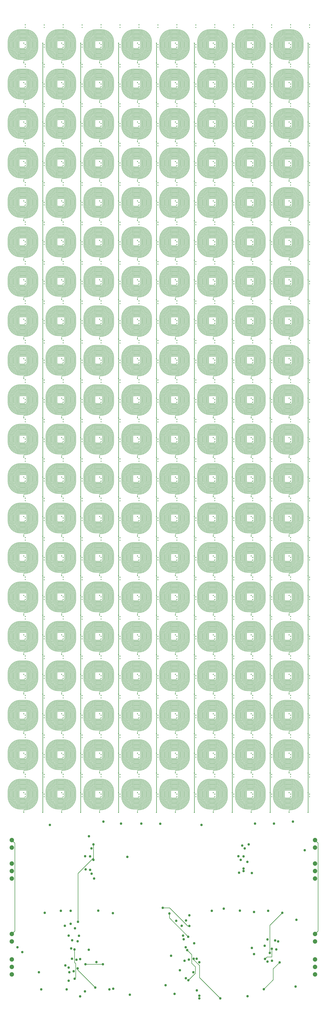
<source format=gtl>
G04 Layer_Physical_Order=1*
G04 Layer_Color=255*
%FSLAX25Y25*%
%MOIN*%
G70*
G01*
G75*
%ADD10C,0.00800*%
%ADD11C,0.01000*%
%ADD12C,0.08858*%
%ADD13C,0.01800*%
%ADD14C,0.02000*%
%ADD15C,0.05000*%
D10*
X4407550Y2547993D02*
G03*
X4392550Y2532993I0J-15000D01*
G01*
X4407550Y2707593D02*
G03*
X4390950Y2690993I0J-16600D01*
G01*
X4387750Y2522093D02*
G03*
X4407550Y2502293I19800J0D01*
G01*
X4389350Y2522093D02*
G03*
X4407550Y2503893I18200J0D01*
G01*
X4382950Y2522093D02*
G03*
X4407550Y2497493I24600J0D01*
G01*
X4384550Y2522093D02*
G03*
X4407550Y2499093I23000J0D01*
G01*
X4386150Y2522093D02*
G03*
X4407550Y2500693I21400J0D01*
G01*
X4390950Y2522093D02*
G03*
X4407550Y2505493I16600J0D01*
G01*
X4392550Y2522093D02*
G03*
X4407550Y2507093I15000J0D01*
G01*
X4382950Y2680093D02*
G03*
X4407550Y2655493I24600J0D01*
G01*
X4384550Y2680093D02*
G03*
X4407550Y2657093I23000J0D01*
G01*
Y2712393D02*
G03*
X4386150Y2690993I0J-21400D01*
G01*
Y2680093D02*
G03*
X4407550Y2658693I21400J0D01*
G01*
Y2715593D02*
G03*
X4382950Y2690993I0J-24600D01*
G01*
X4407550Y2713993D02*
G03*
X4384550Y2690993I0J-23000D01*
G01*
X4392550Y2680093D02*
G03*
X4407550Y2665093I15000J0D01*
G01*
Y2709193D02*
G03*
X4389350Y2690993I0J-18200D01*
G01*
X4407550Y2704393D02*
G03*
X4394150Y2690993I0J-13400D01*
G01*
X4387750Y2680093D02*
G03*
X4407550Y2660293I19800J0D01*
G01*
X4389350Y2680093D02*
G03*
X4407550Y2661893I18200J0D01*
G01*
X4390950Y2680093D02*
G03*
X4407550Y2663493I16600J0D01*
G01*
Y2705993D02*
G03*
X4392550Y2690993I0J-15000D01*
G01*
X4407550Y2710793D02*
G03*
X4387750Y2690993I0J-19800D01*
G01*
X4407550Y2789793D02*
G03*
X4387750Y2769993I0J-19800D01*
G01*
X4407550Y2792993D02*
G03*
X4384550Y2769993I0J-23000D01*
G01*
X4407550Y2791393D02*
G03*
X4386150Y2769993I0J-21400D01*
G01*
X4407550Y2784993D02*
G03*
X4392550Y2769993I0J-15000D01*
G01*
X4407550Y2788193D02*
G03*
X4389350Y2769993I0J-18200D01*
G01*
X4407550Y2786593D02*
G03*
X4390950Y2769993I0J-16600D01*
G01*
X4387750Y2759093D02*
G03*
X4407550Y2739293I19800J0D01*
G01*
Y2794593D02*
G03*
X4382950Y2769993I0J-24600D01*
G01*
Y2759093D02*
G03*
X4407550Y2734493I24600J0D01*
G01*
X4384550Y2759093D02*
G03*
X4407550Y2736093I23000J0D01*
G01*
X4386150Y2759093D02*
G03*
X4407550Y2737693I21400J0D01*
G01*
X4394150Y2759093D02*
G03*
X4407550Y2745693I13400J0D01*
G01*
X4389350Y2759093D02*
G03*
X4407550Y2740893I18200J0D01*
G01*
X4390950Y2759093D02*
G03*
X4407550Y2742493I16600J0D01*
G01*
X4392550Y2759093D02*
G03*
X4407550Y2744093I15000J0D01*
G01*
X4382950Y2838093D02*
G03*
X4407550Y2813493I24600J0D01*
G01*
X4384550Y2838093D02*
G03*
X4407550Y2815093I23000J0D01*
G01*
X4386150Y2838093D02*
G03*
X4407550Y2816693I21400J0D01*
G01*
Y2873593D02*
G03*
X4382950Y2848993I0J-24600D01*
G01*
X4407550Y2871993D02*
G03*
X4384550Y2848993I0J-23000D01*
G01*
X4392550Y2838093D02*
G03*
X4407550Y2823093I15000J0D01*
G01*
Y2870393D02*
G03*
X4386150Y2848993I0J-21400D01*
G01*
X4407550Y2868793D02*
G03*
X4387750Y2848993I0J-19800D01*
G01*
Y2838093D02*
G03*
X4407550Y2818293I19800J0D01*
G01*
X4389350Y2838093D02*
G03*
X4407550Y2819893I18200J0D01*
G01*
X4390950Y2838093D02*
G03*
X4407550Y2821493I16600J0D01*
G01*
Y2863993D02*
G03*
X4392550Y2848993I0J-15000D01*
G01*
X4407550Y2867193D02*
G03*
X4389350Y2848993I0J-18200D01*
G01*
X4407550Y2865593D02*
G03*
X4390950Y2848993I0J-16600D01*
G01*
X4407550Y2544793D02*
G03*
X4395750Y2532993I0J-11800D01*
G01*
X4407550Y2546393D02*
G03*
X4394150Y2532993I0J-13400D01*
G01*
X4407550Y2538393D02*
G03*
X4402150Y2532993I0J-5400D01*
G01*
X4407550Y2535193D02*
G03*
X4405350Y2532993I0J-2200D01*
G01*
X4407550Y2701193D02*
G03*
X4397350Y2690993I0J-10200D01*
G01*
X4398950Y2522093D02*
G03*
X4407550Y2513493I8600J0D01*
G01*
X4394150Y2522093D02*
G03*
X4407550Y2508693I13400J0D01*
G01*
X4395750Y2522093D02*
G03*
X4407550Y2510293I11800J0D01*
G01*
X4397350Y2522093D02*
G03*
X4407550Y2511893I10200J0D01*
G01*
X4405350Y2522093D02*
G03*
X4407550Y2519893I2200J0D01*
G01*
X4400550Y2522093D02*
G03*
X4407550Y2515093I7000J0D01*
G01*
X4402150Y2522093D02*
G03*
X4407550Y2516693I5400J0D01*
G01*
X4403750Y2522093D02*
G03*
X4407550Y2518293I3800J0D01*
G01*
X4398950Y2680093D02*
G03*
X4407550Y2671493I8600J0D01*
G01*
Y2702793D02*
G03*
X4395750Y2690993I0J-11800D01*
G01*
X4394150Y2680093D02*
G03*
X4407550Y2666693I13400J0D01*
G01*
X4395750Y2680093D02*
G03*
X4407550Y2668293I11800J0D01*
G01*
X4397350Y2680093D02*
G03*
X4407550Y2669893I10200J0D01*
G01*
X4400550Y2680093D02*
G03*
X4407550Y2673093I7000J0D01*
G01*
X4402150Y2680093D02*
G03*
X4407550Y2674693I5400J0D01*
G01*
X4403750Y2680093D02*
G03*
X4407550Y2676293I3800J0D01*
G01*
Y2693193D02*
G03*
X4405350Y2690993I0J-2200D01*
G01*
X4407550Y2696393D02*
G03*
X4402150Y2690993I0J-5400D01*
G01*
X4407550Y2694793D02*
G03*
X4403750Y2690993I0J-3800D01*
G01*
X4405350Y2680093D02*
G03*
X4407550Y2677893I2200J0D01*
G01*
Y2699593D02*
G03*
X4398950Y2690993I0J-8600D01*
G01*
X4407550Y2697993D02*
G03*
X4400550Y2690993I0J-7000D01*
G01*
X4395750Y2759093D02*
G03*
X4407550Y2747293I11800J0D01*
G01*
X4397350Y2759093D02*
G03*
X4407550Y2748893I10200J0D01*
G01*
X4403750Y2759093D02*
G03*
X4407550Y2755293I3800J0D01*
G01*
X4402150Y2759093D02*
G03*
X4407550Y2753693I5400J0D01*
G01*
X4405350Y2759093D02*
G03*
X4407550Y2756893I2200J0D01*
G01*
Y2780193D02*
G03*
X4397350Y2769993I0J-10200D01*
G01*
X4407550Y2773793D02*
G03*
X4403750Y2769993I0J-3800D01*
G01*
X4400550Y2759093D02*
G03*
X4407550Y2752093I7000J0D01*
G01*
Y2781793D02*
G03*
X4395750Y2769993I0J-11800D01*
G01*
X4398950Y2759093D02*
G03*
X4407550Y2750493I8600J0D01*
G01*
Y2776993D02*
G03*
X4400550Y2769993I0J-7000D01*
G01*
X4407550Y2783393D02*
G03*
X4394150Y2769993I0J-13400D01*
G01*
X4407550Y2778593D02*
G03*
X4398950Y2769993I0J-8600D01*
G01*
X4407550Y2772193D02*
G03*
X4405350Y2769993I0J-2200D01*
G01*
X4407550Y2775393D02*
G03*
X4402150Y2769993I0J-5400D01*
G01*
X4394150Y2838093D02*
G03*
X4407550Y2824693I13400J0D01*
G01*
X4395750Y2838093D02*
G03*
X4407550Y2826293I11800J0D01*
G01*
Y2857593D02*
G03*
X4398950Y2848993I0J-8600D01*
G01*
X4407550Y2860793D02*
G03*
X4395750Y2848993I0J-11800D01*
G01*
X4407550Y2859193D02*
G03*
X4397350Y2848993I0J-10200D01*
G01*
Y2838093D02*
G03*
X4407550Y2827893I10200J0D01*
G01*
Y2862393D02*
G03*
X4394150Y2848993I0J-13400D01*
G01*
X4398950Y2838093D02*
G03*
X4407550Y2829493I8600J0D01*
G01*
X4402150Y2838093D02*
G03*
X4407550Y2832693I5400J0D01*
G01*
X4403750Y2838093D02*
G03*
X4407550Y2834293I3800J0D01*
G01*
X4405350Y2838093D02*
G03*
X4407550Y2835893I2200J0D01*
G01*
X4400550Y2838093D02*
G03*
X4407550Y2831093I7000J0D01*
G01*
Y2854393D02*
G03*
X4402150Y2848993I0J-5400D01*
G01*
X4407550Y2851193D02*
G03*
X4405350Y2848993I0J-2200D01*
G01*
X4407550Y2855993D02*
G03*
X4400550Y2848993I0J-7000D01*
G01*
X4407550Y2852793D02*
G03*
X4403750Y2848993I0J-3800D01*
G01*
X4387750Y2917093D02*
G03*
X4407550Y2897293I19800J0D01*
G01*
Y2949393D02*
G03*
X4386150Y2927993I0J-21400D01*
G01*
X4407550Y2947793D02*
G03*
X4387750Y2927993I0J-19800D01*
G01*
X4382950Y2917093D02*
G03*
X4407550Y2892493I24600J0D01*
G01*
X4384550Y2917093D02*
G03*
X4407550Y2894093I23000J0D01*
G01*
X4386150Y2917093D02*
G03*
X4407550Y2895693I21400J0D01*
G01*
X4389350Y2917093D02*
G03*
X4407550Y2898893I18200J0D01*
G01*
X4390950Y2917093D02*
G03*
X4407550Y2900493I16600J0D01*
G01*
Y2942993D02*
G03*
X4392550Y2927993I0J-15000D01*
G01*
X4407550Y2946193D02*
G03*
X4389350Y2927993I0J-18200D01*
G01*
X4407550Y2944593D02*
G03*
X4390950Y2927993I0J-16600D01*
G01*
X4392550Y2917093D02*
G03*
X4407550Y2902093I15000J0D01*
G01*
Y2941393D02*
G03*
X4394150Y2927993I0J-13400D01*
G01*
Y2917093D02*
G03*
X4407550Y2903693I13400J0D01*
G01*
Y2950993D02*
G03*
X4384550Y2927993I0J-23000D01*
G01*
X4407550Y2952593D02*
G03*
X4382950Y2927993I0J-24600D01*
G01*
Y2996093D02*
G03*
X4407550Y2971493I24600J0D01*
G01*
X4384550Y2996093D02*
G03*
X4407550Y2973093I23000J0D01*
G01*
X4386150Y2996093D02*
G03*
X4407550Y2974693I21400J0D01*
G01*
X4389350Y2996093D02*
G03*
X4407550Y2977893I18200J0D01*
G01*
X4390950Y2996093D02*
G03*
X4407550Y2979493I16600J0D01*
G01*
X4392550Y2996093D02*
G03*
X4407550Y2981093I15000J0D01*
G01*
X4387750Y2996093D02*
G03*
X4407550Y2976293I19800J0D01*
G01*
X4386150Y3154093D02*
G03*
X4407550Y3132693I21400J0D01*
G01*
X4387750Y3154093D02*
G03*
X4407550Y3134293I19800J0D01*
G01*
X4392550Y3154093D02*
G03*
X4407550Y3139093I15000J0D01*
G01*
X4389350Y3154093D02*
G03*
X4407550Y3135893I18200J0D01*
G01*
X4390950Y3154093D02*
G03*
X4407550Y3137493I16600J0D01*
G01*
Y3187993D02*
G03*
X4384550Y3164993I0J-23000D01*
G01*
X4407550Y3189593D02*
G03*
X4382950Y3164993I0J-24600D01*
G01*
Y3154093D02*
G03*
X4407550Y3129493I24600J0D01*
G01*
X4384550Y3154093D02*
G03*
X4407550Y3131093I23000J0D01*
G01*
Y3184793D02*
G03*
X4387750Y3164993I0J-19800D01*
G01*
X4407550Y3186393D02*
G03*
X4386150Y3164993I0J-21400D01*
G01*
X4407550Y3179993D02*
G03*
X4392550Y3164993I0J-15000D01*
G01*
X4407550Y3183193D02*
G03*
X4389350Y3164993I0J-18200D01*
G01*
X4407550Y3181593D02*
G03*
X4390950Y3164993I0J-16600D01*
G01*
X4382950Y3312093D02*
G03*
X4407550Y3287493I24600J0D01*
G01*
X4384550Y3312093D02*
G03*
X4407550Y3289093I23000J0D01*
G01*
X4386150Y3312093D02*
G03*
X4407550Y3290693I21400J0D01*
G01*
X4392550Y3233093D02*
G03*
X4407550Y3218093I15000J0D01*
G01*
X4387750Y3312093D02*
G03*
X4407550Y3292293I19800J0D01*
G01*
X4389350Y3312093D02*
G03*
X4407550Y3293893I18200J0D01*
G01*
X4395750Y2917093D02*
G03*
X4407550Y2905293I11800J0D01*
G01*
X4397350Y2917093D02*
G03*
X4407550Y2906893I10200J0D01*
G01*
X4398950Y2917093D02*
G03*
X4407550Y2908493I8600J0D01*
G01*
X4403750Y2917093D02*
G03*
X4407550Y2913293I3800J0D01*
G01*
Y2930193D02*
G03*
X4405350Y2927993I0J-2200D01*
G01*
Y2917093D02*
G03*
X4407550Y2914893I2200J0D01*
G01*
X4400550Y2917093D02*
G03*
X4407550Y2910093I7000J0D01*
G01*
X4402150Y2917093D02*
G03*
X4407550Y2911693I5400J0D01*
G01*
Y2936593D02*
G03*
X4398950Y2927993I0J-8600D01*
G01*
X4407550Y2939793D02*
G03*
X4395750Y2927993I0J-11800D01*
G01*
X4407550Y2938193D02*
G03*
X4397350Y2927993I0J-10200D01*
G01*
X4407550Y2931793D02*
G03*
X4403750Y2927993I0J-3800D01*
G01*
X4407550Y2934993D02*
G03*
X4400550Y2927993I0J-7000D01*
G01*
X4407550Y2933393D02*
G03*
X4402150Y2927993I0J-5400D01*
G01*
X4395750Y3154093D02*
G03*
X4407550Y3142293I11800J0D01*
G01*
X4398950Y3154093D02*
G03*
X4407550Y3145493I8600J0D01*
G01*
X4397350Y3154093D02*
G03*
X4407550Y3143893I10200J0D01*
G01*
X4400550Y3154093D02*
G03*
X4407550Y3147093I7000J0D01*
G01*
X4403750Y3154093D02*
G03*
X4407550Y3150293I3800J0D01*
G01*
X4402150Y3154093D02*
G03*
X4407550Y3148693I5400J0D01*
G01*
Y3176793D02*
G03*
X4395750Y3164993I0J-11800D01*
G01*
X4407550Y3178393D02*
G03*
X4394150Y3164993I0J-13400D01*
G01*
Y3154093D02*
G03*
X4407550Y3140693I13400J0D01*
G01*
Y3171993D02*
G03*
X4400550Y3164993I0J-7000D01*
G01*
X4407550Y3175193D02*
G03*
X4397350Y3164993I0J-10200D01*
G01*
X4407550Y3173593D02*
G03*
X4398950Y3164993I0J-8600D01*
G01*
X4407550Y3168793D02*
G03*
X4403750Y3164993I0J-3800D01*
G01*
X4407550Y3170393D02*
G03*
X4402150Y3164993I0J-5400D01*
G01*
X4405350Y3154093D02*
G03*
X4407550Y3151893I2200J0D01*
G01*
Y3167193D02*
G03*
X4405350Y3164993I0J-2200D01*
G01*
X4394150Y3233093D02*
G03*
X4407550Y3219693I13400J0D01*
G01*
X4397350Y3233093D02*
G03*
X4407550Y3222893I10200J0D01*
G01*
Y2543193D02*
G03*
X4397350Y2532993I0J-10200D01*
G01*
X4407550Y2552793D02*
G03*
X4387750Y2532993I0J-19800D01*
G01*
X4407550Y2549593D02*
G03*
X4390950Y2532993I0J-16600D01*
G01*
X4407550Y2536793D02*
G03*
X4403750Y2532993I0J-3800D01*
G01*
X4407550Y2551193D02*
G03*
X4389350Y2532993I0J-18200D01*
G01*
X4407550Y2541593D02*
G03*
X4398950Y2532993I0J-8600D01*
G01*
X4407550Y2539993D02*
G03*
X4400550Y2532993I0J-7000D01*
G01*
X4382950Y2601093D02*
G03*
X4407550Y2576493I24600J0D01*
G01*
X4384550Y2601093D02*
G03*
X4407550Y2578093I23000J0D01*
G01*
Y2554393D02*
G03*
X4386150Y2532993I0J-21400D01*
G01*
X4407550Y2557593D02*
G03*
X4382950Y2532993I0J-24600D01*
G01*
X4407550Y2555993D02*
G03*
X4384550Y2532993I0J-23000D01*
G01*
X4390950Y2601093D02*
G03*
X4407550Y2584493I16600J0D01*
G01*
X4392550Y2601093D02*
G03*
X4407550Y2586093I15000J0D01*
G01*
X4394150Y2601093D02*
G03*
X4407550Y2587693I13400J0D01*
G01*
X4386150Y2601093D02*
G03*
X4407550Y2579693I21400J0D01*
G01*
X4387750Y2601093D02*
G03*
X4407550Y2581293I19800J0D01*
G01*
X4389350Y2601093D02*
G03*
X4407550Y2582893I18200J0D01*
G01*
X4395750Y2601093D02*
G03*
X4407550Y2589293I11800J0D01*
G01*
X4397350Y2601093D02*
G03*
X4407550Y2590893I10200J0D01*
G01*
X4402150Y2601093D02*
G03*
X4407550Y2595693I5400J0D01*
G01*
X4398950Y2601093D02*
G03*
X4407550Y2592493I8600J0D01*
G01*
X4400550Y2601093D02*
G03*
X4407550Y2594093I7000J0D01*
G01*
X4403750Y2601093D02*
G03*
X4407550Y2597293I3800J0D01*
G01*
Y2622193D02*
G03*
X4397350Y2611993I0J-10200D01*
G01*
X4407550Y2623793D02*
G03*
X4395750Y2611993I0J-11800D01*
G01*
X4407550Y2617393D02*
G03*
X4402150Y2611993I0J-5400D01*
G01*
X4407550Y2620593D02*
G03*
X4398950Y2611993I0J-8600D01*
G01*
X4407550Y2618993D02*
G03*
X4400550Y2611993I0J-7000D01*
G01*
X4407550Y2630193D02*
G03*
X4389350Y2611993I0J-18200D01*
G01*
X4407550Y2633393D02*
G03*
X4386150Y2611993I0J-21400D01*
G01*
X4407550Y2631793D02*
G03*
X4387750Y2611993I0J-19800D01*
G01*
X4407550Y2625393D02*
G03*
X4394150Y2611993I0J-13400D01*
G01*
X4407550Y2628593D02*
G03*
X4390950Y2611993I0J-16600D01*
G01*
X4407550Y2626993D02*
G03*
X4392550Y2611993I0J-15000D01*
G01*
X4405350Y2601093D02*
G03*
X4407550Y2598893I2200J0D01*
G01*
Y2614193D02*
G03*
X4405350Y2611993I0J-2200D01*
G01*
X4407550Y2615793D02*
G03*
X4403750Y2611993I0J-3800D01*
G01*
X4407550Y2634993D02*
G03*
X4384550Y2611993I0J-23000D01*
G01*
X4407550Y2636593D02*
G03*
X4382950Y2611993I0J-24600D01*
G01*
X4407550Y3025193D02*
G03*
X4389350Y3006993I0J-18200D01*
G01*
X4407550Y3026793D02*
G03*
X4387750Y3006993I0J-19800D01*
G01*
X4394150Y2996093D02*
G03*
X4407550Y2982693I13400J0D01*
G01*
X4395750Y2996093D02*
G03*
X4407550Y2984293I11800J0D01*
G01*
X4397350Y2996093D02*
G03*
X4407550Y2985893I10200J0D01*
G01*
Y3018793D02*
G03*
X4395750Y3006993I0J-11800D01*
G01*
X4407550Y3023593D02*
G03*
X4390950Y3006993I0J-16600D01*
G01*
X4407550Y3021993D02*
G03*
X4392550Y3006993I0J-15000D01*
G01*
X4407550Y3020393D02*
G03*
X4394150Y3006993I0J-13400D01*
G01*
X4407550Y3029993D02*
G03*
X4384550Y3006993I0J-23000D01*
G01*
X4407550Y3028393D02*
G03*
X4386150Y3006993I0J-21400D01*
G01*
X4403750Y2996093D02*
G03*
X4407550Y2992293I3800J0D01*
G01*
X4405350Y2996093D02*
G03*
X4407550Y2993893I2200J0D01*
G01*
X4398950Y2996093D02*
G03*
X4407550Y2987493I8600J0D01*
G01*
X4400550Y2996093D02*
G03*
X4407550Y2989093I7000J0D01*
G01*
X4402150Y2996093D02*
G03*
X4407550Y2990693I5400J0D01*
G01*
Y3010793D02*
G03*
X4403750Y3006993I0J-3800D01*
G01*
X4407550Y3013993D02*
G03*
X4400550Y3006993I0J-7000D01*
G01*
X4407550Y3012393D02*
G03*
X4402150Y3006993I0J-5400D01*
G01*
X4407550Y3009193D02*
G03*
X4405350Y3006993I0J-2200D01*
G01*
X4407550Y3017193D02*
G03*
X4397350Y3006993I0J-10200D01*
G01*
X4407550Y3015593D02*
G03*
X4398950Y3006993I0J-8600D01*
G01*
X4407550Y3031593D02*
G03*
X4382950Y3006993I0J-24600D01*
G01*
Y3075093D02*
G03*
X4407550Y3050493I24600J0D01*
G01*
X4384550Y3075093D02*
G03*
X4407550Y3052093I23000J0D01*
G01*
X4386150Y3075093D02*
G03*
X4407550Y3053693I21400J0D01*
G01*
X4392550Y3075093D02*
G03*
X4407550Y3060093I15000J0D01*
G01*
X4394150Y3075093D02*
G03*
X4407550Y3061693I13400J0D01*
G01*
X4387750Y3075093D02*
G03*
X4407550Y3055293I19800J0D01*
G01*
X4389350Y3075093D02*
G03*
X4407550Y3056893I18200J0D01*
G01*
X4390950Y3075093D02*
G03*
X4407550Y3058493I16600J0D01*
G01*
Y3099393D02*
G03*
X4394150Y3085993I0J-13400D01*
G01*
X4407550Y3102593D02*
G03*
X4390950Y3085993I0J-16600D01*
G01*
X4407550Y3100993D02*
G03*
X4392550Y3085993I0J-15000D01*
G01*
X4395750Y3075093D02*
G03*
X4407550Y3063293I11800J0D01*
G01*
Y3097793D02*
G03*
X4395750Y3085993I0J-11800D01*
G01*
X4397350Y3075093D02*
G03*
X4407550Y3064893I10200J0D01*
G01*
X4403750Y3075093D02*
G03*
X4407550Y3071293I3800J0D01*
G01*
X4405350Y3075093D02*
G03*
X4407550Y3072893I2200J0D01*
G01*
X4398950Y3075093D02*
G03*
X4407550Y3066493I8600J0D01*
G01*
X4400550Y3075093D02*
G03*
X4407550Y3068093I7000J0D01*
G01*
X4402150Y3075093D02*
G03*
X4407550Y3069693I5400J0D01*
G01*
Y3088193D02*
G03*
X4405350Y3085993I0J-2200D01*
G01*
X4407550Y3091393D02*
G03*
X4402150Y3085993I0J-5400D01*
G01*
X4407550Y3089793D02*
G03*
X4403750Y3085993I0J-3800D01*
G01*
X4407550Y3092993D02*
G03*
X4400550Y3085993I0J-7000D01*
G01*
X4407550Y3096193D02*
G03*
X4397350Y3085993I0J-10200D01*
G01*
X4407550Y3094593D02*
G03*
X4398950Y3085993I0J-8600D01*
G01*
X4407550Y3104193D02*
G03*
X4389350Y3085993I0J-18200D01*
G01*
X4407550Y3108993D02*
G03*
X4384550Y3085993I0J-23000D01*
G01*
X4407550Y3105793D02*
G03*
X4387750Y3085993I0J-19800D01*
G01*
X4407550Y3110593D02*
G03*
X4382950Y3085993I0J-24600D01*
G01*
X4407550Y3107393D02*
G03*
X4386150Y3085993I0J-21400D01*
G01*
X4407550Y3246193D02*
G03*
X4405350Y3243993I0J-2200D01*
G01*
X4407550Y3257393D02*
G03*
X4394150Y3243993I0J-13400D01*
G01*
X4407550Y3255793D02*
G03*
X4395750Y3243993I0J-11800D01*
G01*
X4407550Y3260593D02*
G03*
X4390950Y3243993I0J-16600D01*
G01*
X4407550Y3258993D02*
G03*
X4392550Y3243993I0J-15000D01*
G01*
X4387750Y3233093D02*
G03*
X4407550Y3213293I19800J0D01*
G01*
X4389350Y3233093D02*
G03*
X4407550Y3214893I18200J0D01*
G01*
Y3268593D02*
G03*
X4382950Y3243993I0J-24600D01*
G01*
Y3233093D02*
G03*
X4407550Y3208493I24600J0D01*
G01*
X4384550Y3233093D02*
G03*
X4407550Y3210093I23000J0D01*
G01*
X4386150Y3233093D02*
G03*
X4407550Y3211693I21400J0D01*
G01*
Y3265393D02*
G03*
X4386150Y3243993I0J-21400D01*
G01*
X4407550Y3262193D02*
G03*
X4389350Y3243993I0J-18200D01*
G01*
X4407550Y3266993D02*
G03*
X4384550Y3243993I0J-23000D01*
G01*
X4407550Y3263793D02*
G03*
X4387750Y3243993I0J-19800D01*
G01*
X4400550Y3233093D02*
G03*
X4407550Y3226093I7000J0D01*
G01*
X4402150Y3233093D02*
G03*
X4407550Y3227693I5400J0D01*
G01*
X4403750Y3233093D02*
G03*
X4407550Y3229293I3800J0D01*
G01*
X4390950Y3233093D02*
G03*
X4407550Y3216493I16600J0D01*
G01*
X4395750Y3233093D02*
G03*
X4407550Y3221293I11800J0D01*
G01*
X4398950Y3233093D02*
G03*
X4407550Y3224493I8600J0D01*
G01*
Y3249393D02*
G03*
X4402150Y3243993I0J-5400D01*
G01*
X4407550Y3252593D02*
G03*
X4398950Y3243993I0J-8600D01*
G01*
X4407550Y3250993D02*
G03*
X4400550Y3243993I0J-7000D01*
G01*
X4405350Y3233093D02*
G03*
X4407550Y3230893I2200J0D01*
G01*
Y3254193D02*
G03*
X4397350Y3243993I0J-10200D01*
G01*
X4407550Y3247793D02*
G03*
X4403750Y3243993I0J-3800D01*
G01*
X4382950Y3470093D02*
G03*
X4407550Y3445493I24600J0D01*
G01*
X4384550Y3470093D02*
G03*
X4407550Y3447093I23000J0D01*
G01*
X4386150Y3470093D02*
G03*
X4407550Y3448693I21400J0D01*
G01*
X4387750Y3470093D02*
G03*
X4407550Y3450293I19800J0D01*
G01*
Y3344393D02*
G03*
X4386150Y3322993I0J-21400D01*
G01*
X4407550Y3347593D02*
G03*
X4382950Y3322993I0J-24600D01*
G01*
X4407550Y3345993D02*
G03*
X4384550Y3322993I0J-23000D01*
G01*
X4382950Y3391093D02*
G03*
X4407550Y3366493I24600J0D01*
G01*
X4384550Y3391093D02*
G03*
X4407550Y3368093I23000J0D01*
G01*
X4386150Y3391093D02*
G03*
X4407550Y3369693I21400J0D01*
G01*
Y3339593D02*
G03*
X4390950Y3322993I0J-16600D01*
G01*
X4407550Y3341193D02*
G03*
X4389350Y3322993I0J-18200D01*
G01*
X4392550Y3391093D02*
G03*
X4407550Y3376093I15000J0D01*
G01*
Y3416993D02*
G03*
X4392550Y3401993I0J-15000D01*
G01*
X4407550Y3415393D02*
G03*
X4394150Y3401993I0J-13400D01*
G01*
X4387750Y3391093D02*
G03*
X4407550Y3371293I19800J0D01*
G01*
X4389350Y3391093D02*
G03*
X4407550Y3372893I18200J0D01*
G01*
X4390950Y3391093D02*
G03*
X4407550Y3374493I16600J0D01*
G01*
Y3421793D02*
G03*
X4387750Y3401993I0J-19800D01*
G01*
X4407550Y3423393D02*
G03*
X4386150Y3401993I0J-21400D01*
G01*
X4407550Y3426593D02*
G03*
X4382950Y3401993I0J-24600D01*
G01*
X4407550Y3424993D02*
G03*
X4384550Y3401993I0J-23000D01*
G01*
X4407550Y3418593D02*
G03*
X4390950Y3401993I0J-16600D01*
G01*
X4407550Y3420193D02*
G03*
X4389350Y3401993I0J-18200D01*
G01*
X4390950Y3470093D02*
G03*
X4407550Y3453493I16600J0D01*
G01*
X4392550Y3470093D02*
G03*
X4407550Y3455093I15000J0D01*
G01*
X4394150Y3470093D02*
G03*
X4407550Y3456693I13400J0D01*
G01*
X4389350Y3470093D02*
G03*
X4407550Y3451893I18200J0D01*
G01*
Y3505593D02*
G03*
X4382950Y3480993I0J-24600D01*
G01*
X4407550Y3500793D02*
G03*
X4387750Y3480993I0J-19800D01*
G01*
Y3628093D02*
G03*
X4407550Y3608293I19800J0D01*
G01*
X4390950Y3628093D02*
G03*
X4407550Y3611493I16600J0D01*
G01*
X4389350Y3628093D02*
G03*
X4407550Y3609893I18200J0D01*
G01*
Y3502393D02*
G03*
X4386150Y3480993I0J-21400D01*
G01*
X4407550Y3503993D02*
G03*
X4384550Y3480993I0J-23000D01*
G01*
Y3549093D02*
G03*
X4407550Y3526093I23000J0D01*
G01*
X4386150Y3549093D02*
G03*
X4407550Y3527693I21400J0D01*
G01*
X4387750Y3549093D02*
G03*
X4407550Y3529293I19800J0D01*
G01*
X4382950Y3549093D02*
G03*
X4407550Y3524493I24600J0D01*
G01*
Y3495993D02*
G03*
X4392550Y3480993I0J-15000D01*
G01*
X4407550Y3499193D02*
G03*
X4389350Y3480993I0J-18200D01*
G01*
X4407550Y3497593D02*
G03*
X4390950Y3480993I0J-16600D01*
G01*
X4394150Y3549093D02*
G03*
X4407550Y3535693I13400J0D01*
G01*
Y3576593D02*
G03*
X4390950Y3559993I0J-16600D01*
G01*
X4407550Y3574993D02*
G03*
X4392550Y3559993I0J-15000D01*
G01*
X4389350Y3549093D02*
G03*
X4407550Y3530893I18200J0D01*
G01*
X4390950Y3549093D02*
G03*
X4407550Y3532493I16600J0D01*
G01*
X4392550Y3549093D02*
G03*
X4407550Y3534093I15000J0D01*
G01*
Y3581393D02*
G03*
X4386150Y3559993I0J-21400D01*
G01*
X4407550Y3584593D02*
G03*
X4382950Y3559993I0J-24600D01*
G01*
X4407550Y3582993D02*
G03*
X4384550Y3559993I0J-23000D01*
G01*
X4382950Y3628093D02*
G03*
X4407550Y3603493I24600J0D01*
G01*
X4384550Y3628093D02*
G03*
X4407550Y3605093I23000J0D01*
G01*
X4386150Y3628093D02*
G03*
X4407550Y3606693I21400J0D01*
G01*
Y3578193D02*
G03*
X4389350Y3559993I0J-18200D01*
G01*
X4407550Y3579793D02*
G03*
X4387750Y3559993I0J-19800D01*
G01*
X4392550Y3628093D02*
G03*
X4407550Y3613093I15000J0D01*
G01*
X4395750Y3470093D02*
G03*
X4407550Y3458293I11800J0D01*
G01*
X4397350Y3470093D02*
G03*
X4407550Y3459893I10200J0D01*
G01*
Y3331593D02*
G03*
X4398950Y3322993I0J-8600D01*
G01*
X4407550Y3336393D02*
G03*
X4394150Y3322993I0J-13400D01*
G01*
X4400550Y3312093D02*
G03*
X4407550Y3305093I7000J0D01*
G01*
Y3334793D02*
G03*
X4395750Y3322993I0J-11800D01*
G01*
X4407550Y3333193D02*
G03*
X4397350Y3322993I0J-10200D01*
G01*
Y3391093D02*
G03*
X4407550Y3380893I10200J0D01*
G01*
X4398950Y3391093D02*
G03*
X4407550Y3382493I8600J0D01*
G01*
X4400550Y3391093D02*
G03*
X4407550Y3384093I7000J0D01*
G01*
X4394150Y3391093D02*
G03*
X4407550Y3377693I13400J0D01*
G01*
X4395750Y3391093D02*
G03*
X4407550Y3379293I11800J0D01*
G01*
Y3326793D02*
G03*
X4403750Y3322993I0J-3800D01*
G01*
X4402150Y3312093D02*
G03*
X4407550Y3306693I5400J0D01*
G01*
X4403750Y3312093D02*
G03*
X4407550Y3308293I3800J0D01*
G01*
Y3325193D02*
G03*
X4405350Y3322993I0J-2200D01*
G01*
X4407550Y3404193D02*
G03*
X4405350Y3401993I0J-2200D01*
G01*
X4407550Y3407393D02*
G03*
X4402150Y3401993I0J-5400D01*
G01*
X4407550Y3405793D02*
G03*
X4403750Y3401993I0J-3800D01*
G01*
X4402150Y3391093D02*
G03*
X4407550Y3385693I5400J0D01*
G01*
X4403750Y3391093D02*
G03*
X4407550Y3387293I3800J0D01*
G01*
X4405350Y3391093D02*
G03*
X4407550Y3388893I2200J0D01*
G01*
Y3410593D02*
G03*
X4398950Y3401993I0J-8600D01*
G01*
X4407550Y3413793D02*
G03*
X4395750Y3401993I0J-11800D01*
G01*
X4407550Y3412193D02*
G03*
X4397350Y3401993I0J-10200D01*
G01*
X4398950Y3470093D02*
G03*
X4407550Y3461493I8600J0D01*
G01*
Y3408993D02*
G03*
X4400550Y3401993I0J-7000D01*
G01*
X4402150Y3470093D02*
G03*
X4407550Y3464693I5400J0D01*
G01*
X4403750Y3470093D02*
G03*
X4407550Y3466293I3800J0D01*
G01*
X4405350Y3470093D02*
G03*
X4407550Y3467893I2200J0D01*
G01*
X4400550Y3470093D02*
G03*
X4407550Y3463093I7000J0D01*
G01*
X4395750Y3549093D02*
G03*
X4407550Y3537293I11800J0D01*
G01*
Y3483193D02*
G03*
X4405350Y3480993I0J-2200D01*
G01*
X4407550Y3484793D02*
G03*
X4403750Y3480993I0J-3800D01*
G01*
X4407550Y3487993D02*
G03*
X4400550Y3480993I0J-7000D01*
G01*
X4407550Y3486393D02*
G03*
X4402150Y3480993I0J-5400D01*
G01*
X4398950Y3628093D02*
G03*
X4407550Y3619493I8600J0D01*
G01*
X4402150Y3628093D02*
G03*
X4407550Y3622693I5400J0D01*
G01*
X4403750Y3628093D02*
G03*
X4407550Y3624293I3800J0D01*
G01*
X4400550Y3628093D02*
G03*
X4407550Y3621093I7000J0D01*
G01*
X4405350Y3628093D02*
G03*
X4407550Y3625893I2200J0D01*
G01*
Y3489593D02*
G03*
X4398950Y3480993I0J-8600D01*
G01*
X4407550Y3491193D02*
G03*
X4397350Y3480993I0J-10200D01*
G01*
X4407550Y3494393D02*
G03*
X4394150Y3480993I0J-13400D01*
G01*
X4407550Y3492793D02*
G03*
X4395750Y3480993I0J-11800D01*
G01*
X4397350Y3549093D02*
G03*
X4407550Y3538893I10200J0D01*
G01*
X4398950Y3549093D02*
G03*
X4407550Y3540493I8600J0D01*
G01*
X4400550Y3549093D02*
G03*
X4407550Y3542093I7000J0D01*
G01*
X4402150Y3549093D02*
G03*
X4407550Y3543693I5400J0D01*
G01*
Y3562193D02*
G03*
X4405350Y3559993I0J-2200D01*
G01*
X4407550Y3565393D02*
G03*
X4402150Y3559993I0J-5400D01*
G01*
X4407550Y3563793D02*
G03*
X4403750Y3559993I0J-3800D01*
G01*
Y3549093D02*
G03*
X4407550Y3545293I3800J0D01*
G01*
Y3566993D02*
G03*
X4400550Y3559993I0J-7000D01*
G01*
X4405350Y3549093D02*
G03*
X4407550Y3546893I2200J0D01*
G01*
Y3570193D02*
G03*
X4397350Y3559993I0J-10200D01*
G01*
X4407550Y3573393D02*
G03*
X4394150Y3559993I0J-13400D01*
G01*
X4407550Y3571793D02*
G03*
X4395750Y3559993I0J-11800D01*
G01*
X4394150Y3628093D02*
G03*
X4407550Y3614693I13400J0D01*
G01*
X4395750Y3628093D02*
G03*
X4407550Y3616293I11800J0D01*
G01*
X4397350Y3628093D02*
G03*
X4407550Y3617893I10200J0D01*
G01*
Y3568593D02*
G03*
X4398950Y3559993I0J-8600D01*
G01*
X4407550Y3657193D02*
G03*
X4389350Y3638993I0J-18200D01*
G01*
X4407550Y3658793D02*
G03*
X4387750Y3638993I0J-19800D01*
G01*
X4407550Y3660393D02*
G03*
X4386150Y3638993I0J-21400D01*
G01*
X4407550Y3663593D02*
G03*
X4382950Y3638993I0J-24600D01*
G01*
X4407550Y3661993D02*
G03*
X4384550Y3638993I0J-23000D01*
G01*
X4407550Y3652393D02*
G03*
X4394150Y3638993I0J-13400D01*
G01*
X4407550Y3655593D02*
G03*
X4390950Y3638993I0J-16600D01*
G01*
X4407550Y3653993D02*
G03*
X4392550Y3638993I0J-15000D01*
G01*
X4389350Y3707093D02*
G03*
X4407550Y3688893I18200J0D01*
G01*
X4387750Y3707093D02*
G03*
X4407550Y3687293I19800J0D01*
G01*
Y3740993D02*
G03*
X4384550Y3717993I0J-23000D01*
G01*
X4382950Y3707093D02*
G03*
X4407550Y3682493I24600J0D01*
G01*
X4384550Y3707093D02*
G03*
X4407550Y3684093I23000J0D01*
G01*
X4386150Y3707093D02*
G03*
X4407550Y3685693I21400J0D01*
G01*
Y3737793D02*
G03*
X4387750Y3717993I0J-19800D01*
G01*
X4407550Y3742593D02*
G03*
X4382950Y3717993I0J-24600D01*
G01*
X4407550Y3739393D02*
G03*
X4386150Y3717993I0J-21400D01*
G01*
X4407550Y3731393D02*
G03*
X4394150Y3717993I0J-13400D01*
G01*
X4407550Y3736193D02*
G03*
X4389350Y3717993I0J-18200D01*
G01*
X4407550Y3734593D02*
G03*
X4390950Y3717993I0J-16600D01*
G01*
Y3707093D02*
G03*
X4407550Y3690493I16600J0D01*
G01*
X4392550Y3707093D02*
G03*
X4407550Y3692093I15000J0D01*
G01*
X4394150Y3707093D02*
G03*
X4407550Y3693693I13400J0D01*
G01*
Y3732993D02*
G03*
X4392550Y3717993I0J-15000D01*
G01*
X4407550Y3895837D02*
G03*
X4387750Y3876036I0J-19800D01*
G01*
X4407550Y3897437D02*
G03*
X4386150Y3876036I0J-21400D01*
G01*
X4407550Y3900637D02*
G03*
X4382950Y3876036I0J-24600D01*
G01*
X4407550Y3899037D02*
G03*
X4384550Y3876036I0J-23000D01*
G01*
X4386150Y3944136D02*
G03*
X4407550Y3922737I21400J0D01*
G01*
X4387750Y3944136D02*
G03*
X4407550Y3924337I19800J0D01*
G01*
Y3891037D02*
G03*
X4392550Y3876036I0J-15000D01*
G01*
X4407550Y3894237D02*
G03*
X4389350Y3876036I0J-18200D01*
G01*
X4407550Y3892636D02*
G03*
X4390950Y3876036I0J-16600D01*
G01*
X4392550Y3944136D02*
G03*
X4407550Y3929137I15000J0D01*
G01*
Y3976437D02*
G03*
X4386150Y3955037I0J-21400D01*
G01*
X4407550Y3979637D02*
G03*
X4382950Y3955037I0J-24600D01*
G01*
Y3944136D02*
G03*
X4407550Y3919537I24600J0D01*
G01*
Y3978036D02*
G03*
X4384550Y3955037I0J-23000D01*
G01*
Y3944136D02*
G03*
X4407550Y3921136I23000J0D01*
G01*
Y4055437D02*
G03*
X4386150Y4034037I0J-21400D01*
G01*
X4407550Y3970037D02*
G03*
X4392550Y3955037I0J-15000D01*
G01*
X4407550Y3974837D02*
G03*
X4387750Y3955037I0J-19800D01*
G01*
X4407550Y3971637D02*
G03*
X4390950Y3955037I0J-16600D01*
G01*
X4389350Y3944136D02*
G03*
X4407550Y3925937I18200J0D01*
G01*
Y3973236D02*
G03*
X4389350Y3955037I0J-18200D01*
G01*
X4390950Y3944136D02*
G03*
X4407550Y3927537I16600J0D01*
G01*
Y4049037D02*
G03*
X4392550Y4034037I0J-15000D01*
G01*
X4407550Y3650793D02*
G03*
X4395750Y3638993I0J-11800D01*
G01*
X4407550Y3645993D02*
G03*
X4400550Y3638993I0J-7000D01*
G01*
X4407550Y3649193D02*
G03*
X4397350Y3638993I0J-10200D01*
G01*
X4407550Y3647593D02*
G03*
X4398950Y3638993I0J-8600D01*
G01*
X4407550Y3641193D02*
G03*
X4405350Y3638993I0J-2200D01*
G01*
X4407550Y3644393D02*
G03*
X4402150Y3638993I0J-5400D01*
G01*
X4407550Y3642793D02*
G03*
X4403750Y3638993I0J-3800D01*
G01*
X4402150Y3707093D02*
G03*
X4407550Y3701693I5400J0D01*
G01*
X4403750Y3707093D02*
G03*
X4407550Y3703293I3800J0D01*
G01*
X4405350Y3707093D02*
G03*
X4407550Y3704893I2200J0D01*
G01*
Y3728193D02*
G03*
X4397350Y3717993I0J-10200D01*
G01*
X4407550Y3729793D02*
G03*
X4395750Y3717993I0J-11800D01*
G01*
Y3707093D02*
G03*
X4407550Y3695293I11800J0D01*
G01*
X4397350Y3707093D02*
G03*
X4407550Y3696893I10200J0D01*
G01*
X4398950Y3707093D02*
G03*
X4407550Y3698493I8600J0D01*
G01*
Y3726593D02*
G03*
X4398950Y3717993I0J-8600D01*
G01*
X4407550Y3720193D02*
G03*
X4405350Y3717993I0J-2200D01*
G01*
X4407550Y3724993D02*
G03*
X4400550Y3717993I0J-7000D01*
G01*
Y3707093D02*
G03*
X4407550Y3700093I7000J0D01*
G01*
Y3723393D02*
G03*
X4402150Y3717993I0J-5400D01*
G01*
X4407550Y3721793D02*
G03*
X4403750Y3717993I0J-3800D01*
G01*
X4402150Y3865137D02*
G03*
X4407550Y3859737I5400J0D01*
G01*
X4403750Y3865137D02*
G03*
X4407550Y3861337I3800J0D01*
G01*
X4405350Y3865137D02*
G03*
X4407550Y3862937I2200J0D01*
G01*
Y3883036D02*
G03*
X4400550Y3876036I0J-7000D01*
G01*
X4407550Y3884637D02*
G03*
X4398950Y3876036I0J-8600D01*
G01*
X4407550Y3886237D02*
G03*
X4397350Y3876036I0J-10200D01*
G01*
X4407550Y3889437D02*
G03*
X4394150Y3876036I0J-13400D01*
G01*
X4407550Y3887836D02*
G03*
X4395750Y3876036I0J-11800D01*
G01*
X4407550Y3878237D02*
G03*
X4405350Y3876036I0J-2200D01*
G01*
X4407550Y3881437D02*
G03*
X4402150Y3876036I0J-5400D01*
G01*
X4407550Y3879837D02*
G03*
X4403750Y3876036I0J-3800D01*
G01*
X4395750Y3944136D02*
G03*
X4407550Y3932336I11800J0D01*
G01*
X4397350Y3944136D02*
G03*
X4407550Y3933937I10200J0D01*
G01*
X4394150Y3944136D02*
G03*
X4407550Y3930737I13400J0D01*
G01*
Y3965237D02*
G03*
X4397350Y3955037I0J-10200D01*
G01*
X4407550Y3968436D02*
G03*
X4394150Y3955037I0J-13400D01*
G01*
X4407550Y3966837D02*
G03*
X4395750Y3955037I0J-11800D01*
G01*
X4403750Y3944136D02*
G03*
X4407550Y3940337I3800J0D01*
G01*
Y3963637D02*
G03*
X4398950Y3955037I0J-8600D01*
G01*
X4405350Y3944136D02*
G03*
X4407550Y3941936I2200J0D01*
G01*
X4398950Y3944136D02*
G03*
X4407550Y3935537I8600J0D01*
G01*
X4400550Y3944136D02*
G03*
X4407550Y3937136I7000J0D01*
G01*
X4402150Y3944136D02*
G03*
X4407550Y3938737I5400J0D01*
G01*
Y3960437D02*
G03*
X4402150Y3955037I0J-5400D01*
G01*
X4407550Y4037836D02*
G03*
X4403750Y4034037I0J-3800D01*
G01*
X4407550Y3957236D02*
G03*
X4405350Y3955037I0J-2200D01*
G01*
X4407550Y3962037D02*
G03*
X4400550Y3955037I0J-7000D01*
G01*
X4407550Y3958837D02*
G03*
X4403750Y3955037I0J-3800D01*
G01*
X4395750Y3312093D02*
G03*
X4407550Y3300293I11800J0D01*
G01*
X4397350Y3312093D02*
G03*
X4407550Y3301893I10200J0D01*
G01*
X4390950Y3312093D02*
G03*
X4407550Y3295493I16600J0D01*
G01*
X4392550Y3312093D02*
G03*
X4407550Y3297093I15000J0D01*
G01*
X4394150Y3312093D02*
G03*
X4407550Y3298693I13400J0D01*
G01*
X4405350Y3312093D02*
G03*
X4407550Y3309893I2200J0D01*
G01*
X4398950Y3312093D02*
G03*
X4407550Y3303493I8600J0D01*
G01*
Y3328393D02*
G03*
X4402150Y3322993I0J-5400D01*
G01*
X4407550Y3329993D02*
G03*
X4400550Y3322993I0J-7000D01*
G01*
X4407550Y3337993D02*
G03*
X4392550Y3322993I0J-15000D01*
G01*
X4407550Y3342793D02*
G03*
X4387750Y3322993I0J-19800D01*
G01*
X4390950Y3786137D02*
G03*
X4407550Y3769537I16600J0D01*
G01*
X4392550Y3786137D02*
G03*
X4407550Y3771136I15000J0D01*
G01*
X4384550Y3786137D02*
G03*
X4407550Y3763137I23000J0D01*
G01*
X4386150Y3786137D02*
G03*
X4407550Y3764737I21400J0D01*
G01*
X4387750Y3786137D02*
G03*
X4407550Y3766336I19800J0D01*
G01*
Y3808837D02*
G03*
X4395750Y3797037I0J-11800D01*
G01*
X4407550Y3812037D02*
G03*
X4392550Y3797037I0J-15000D01*
G01*
X4407550Y3810437D02*
G03*
X4394150Y3797037I0J-13400D01*
G01*
Y3786137D02*
G03*
X4407550Y3772737I13400J0D01*
G01*
X4395750Y3786137D02*
G03*
X4407550Y3774337I11800J0D01*
G01*
Y3807236D02*
G03*
X4397350Y3797037I0J-10200D01*
G01*
X4402150Y3786137D02*
G03*
X4407550Y3780737I5400J0D01*
G01*
X4403750Y3786137D02*
G03*
X4407550Y3782336I3800J0D01*
G01*
X4397350Y3786137D02*
G03*
X4407550Y3775937I10200J0D01*
G01*
X4398950Y3786137D02*
G03*
X4407550Y3777537I8600J0D01*
G01*
X4400550Y3786137D02*
G03*
X4407550Y3779137I7000J0D01*
G01*
Y3800837D02*
G03*
X4403750Y3797037I0J-3800D01*
G01*
X4407550Y3804037D02*
G03*
X4400550Y3797037I0J-7000D01*
G01*
X4407550Y3802436D02*
G03*
X4402150Y3797037I0J-5400D01*
G01*
X4405350Y3786137D02*
G03*
X4407550Y3783937I2200J0D01*
G01*
Y3805637D02*
G03*
X4398950Y3797037I0J-8600D01*
G01*
X4407550Y3799237D02*
G03*
X4405350Y3797037I0J-2200D01*
G01*
X4407550Y3821637D02*
G03*
X4382950Y3797037I0J-24600D01*
G01*
X4407550Y3816837D02*
G03*
X4387750Y3797037I0J-19800D01*
G01*
X4407550Y3820037D02*
G03*
X4384550Y3797037I0J-23000D01*
G01*
X4407550Y3818436D02*
G03*
X4386150Y3797037I0J-21400D01*
G01*
X4382950Y3865137D02*
G03*
X4407550Y3840536I24600J0D01*
G01*
X4384550Y3865137D02*
G03*
X4407550Y3842137I23000J0D01*
G01*
X4387750Y3865137D02*
G03*
X4407550Y3845337I19800J0D01*
G01*
Y3813637D02*
G03*
X4390950Y3797037I0J-16600D01*
G01*
X4407550Y3815237D02*
G03*
X4389350Y3797037I0J-18200D01*
G01*
Y3865137D02*
G03*
X4407550Y3846936I18200J0D01*
G01*
X4382950Y3786137D02*
G03*
X4407550Y3761537I24600J0D01*
G01*
X4389350Y3786137D02*
G03*
X4407550Y3767937I18200J0D01*
G01*
X4390950Y3865137D02*
G03*
X4407550Y3848537I16600J0D01*
G01*
X4392550Y3865137D02*
G03*
X4407550Y3850137I15000J0D01*
G01*
X4394150Y3865137D02*
G03*
X4407550Y3851736I13400J0D01*
G01*
X4386150Y3865137D02*
G03*
X4407550Y3843737I21400J0D01*
G01*
X4395750Y3865137D02*
G03*
X4407550Y3853337I11800J0D01*
G01*
X4397350Y3865137D02*
G03*
X4407550Y3854937I10200J0D01*
G01*
X4398950Y3865137D02*
G03*
X4407550Y3856536I8600J0D01*
G01*
X4400550Y3865137D02*
G03*
X4407550Y3858137I7000J0D01*
G01*
X4387750Y4023137D02*
G03*
X4407550Y4003337I19800J0D01*
G01*
X4382950Y4023137D02*
G03*
X4407550Y3998537I24600J0D01*
G01*
X4384550Y4023137D02*
G03*
X4407550Y4000137I23000J0D01*
G01*
X4386150Y4023137D02*
G03*
X4407550Y4001736I21400J0D01*
G01*
X4390950Y4023137D02*
G03*
X4407550Y4006536I16600J0D01*
G01*
X4392550Y4023137D02*
G03*
X4407550Y4008137I15000J0D01*
G01*
X4394150Y4023137D02*
G03*
X4407550Y4009737I13400J0D01*
G01*
X4389350Y4023137D02*
G03*
X4407550Y4004937I18200J0D01*
G01*
X4395750Y4023137D02*
G03*
X4407550Y4011337I11800J0D01*
G01*
X4398950Y4023137D02*
G03*
X4407550Y4014537I8600J0D01*
G01*
X4397350Y4023137D02*
G03*
X4407550Y4012937I10200J0D01*
G01*
X4405350Y4023137D02*
G03*
X4407550Y4020937I2200J0D01*
G01*
Y4039437D02*
G03*
X4402150Y4034037I0J-5400D01*
G01*
X4407550Y4036237D02*
G03*
X4405350Y4034037I0J-2200D01*
G01*
X4400550Y4023137D02*
G03*
X4407550Y4016137I7000J0D01*
G01*
X4402150Y4023137D02*
G03*
X4407550Y4017736I5400J0D01*
G01*
X4403750Y4023137D02*
G03*
X4407550Y4019337I3800J0D01*
G01*
Y4047437D02*
G03*
X4394150Y4034037I0J-13400D01*
G01*
X4407550Y4052237D02*
G03*
X4389350Y4034037I0J-18200D01*
G01*
X4407550Y4053836D02*
G03*
X4387750Y4034037I0J-19800D01*
G01*
X4407550Y4058636D02*
G03*
X4382950Y4034037I0J-24600D01*
G01*
X4407550Y4057037D02*
G03*
X4384550Y4034037I0J-23000D01*
G01*
X4407550Y4050637D02*
G03*
X4390950Y4034037I0J-16600D01*
G01*
X4407550Y4041037D02*
G03*
X4400550Y4034037I0J-7000D01*
G01*
X4407550Y4042636D02*
G03*
X4398950Y4034037I0J-8600D01*
G01*
X4407550Y4045837D02*
G03*
X4395750Y4034037I0J-11800D01*
G01*
X4407550Y4044237D02*
G03*
X4397350Y4034037I0J-10200D01*
G01*
X4416850Y2518293D02*
G03*
X4420650Y2522093I0J3800D01*
G01*
Y2532993D02*
G03*
X4418450Y2535193I-2200J0D01*
G01*
X4416850Y2516693D02*
G03*
X4422250Y2522093I0J5400D01*
G01*
X4416850Y2515093D02*
G03*
X4423850Y2522093I0J7000D01*
G01*
Y2532993D02*
G03*
X4418450Y2538393I-5400J0D01*
G01*
X4416850Y2597293D02*
G03*
X4420650Y2601093I0J3800D01*
G01*
X4416850Y2594093D02*
G03*
X4423850Y2601093I0J7000D01*
G01*
X4416850Y2595693D02*
G03*
X4422250Y2601093I0J5400D01*
G01*
Y2532993D02*
G03*
X4418450Y2536793I-3800J0D01*
G01*
X4420650Y2611993D02*
G03*
X4418450Y2614193I-2200J0D01*
G01*
X4422250Y2611993D02*
G03*
X4418450Y2615793I-3800J0D01*
G01*
X4416850Y2674693D02*
G03*
X4422250Y2680093I0J5400D01*
G01*
X4416850Y2676293D02*
G03*
X4420650Y2680093I0J3800D01*
G01*
X4416850Y2673093D02*
G03*
X4423850Y2680093I0J7000D01*
G01*
Y2690993D02*
G03*
X4418450Y2696393I-5400J0D01*
G01*
X4422250Y2690993D02*
G03*
X4418450Y2694793I-3800J0D01*
G01*
X4423850Y2611993D02*
G03*
X4418450Y2617393I-5400J0D01*
G01*
X4420650Y2690993D02*
G03*
X4418450Y2693193I-2200J0D01*
G01*
X4416850Y2752093D02*
G03*
X4423850Y2759093I0J7000D01*
G01*
X4416850Y2755293D02*
G03*
X4420650Y2759093I0J3800D01*
G01*
X4416850Y2753693D02*
G03*
X4422250Y2759093I0J5400D01*
G01*
Y2769993D02*
G03*
X4418450Y2773793I-3800J0D01*
G01*
X4420650Y2769993D02*
G03*
X4418450Y2772193I-2200J0D01*
G01*
X4423850Y2769993D02*
G03*
X4418450Y2775393I-5400J0D01*
G01*
X4416850Y2834293D02*
G03*
X4420650Y2838093I0J3800D01*
G01*
X4416850Y2832693D02*
G03*
X4422250Y2838093I0J5400D01*
G01*
X4416850Y2831093D02*
G03*
X4423850Y2838093I0J7000D01*
G01*
X4422250Y2848993D02*
G03*
X4418450Y2852793I-3800J0D01*
G01*
X4420650Y2848993D02*
G03*
X4418450Y2851193I-2200J0D01*
G01*
X4423850Y2848993D02*
G03*
X4418450Y2854393I-5400J0D01*
G01*
X4416850Y2910093D02*
G03*
X4423850Y2917093I0J7000D01*
G01*
X4416850Y2911693D02*
G03*
X4422250Y2917093I0J5400D01*
G01*
X4416850Y2913293D02*
G03*
X4420650Y2917093I0J3800D01*
G01*
Y2927993D02*
G03*
X4418450Y2930193I-2200J0D01*
G01*
X4423850Y2927993D02*
G03*
X4418450Y2933393I-5400J0D01*
G01*
X4422250Y2927993D02*
G03*
X4418450Y2931793I-3800J0D01*
G01*
X4416850Y2992293D02*
G03*
X4420650Y2996093I0J3800D01*
G01*
Y3006993D02*
G03*
X4418450Y3009193I-2200J0D01*
G01*
X4416850Y2990693D02*
G03*
X4422250Y2996093I0J5400D01*
G01*
X4416850Y2989093D02*
G03*
X4423850Y2996093I0J7000D01*
G01*
X4422250Y3006993D02*
G03*
X4418450Y3010793I-3800J0D01*
G01*
X4416850Y3071293D02*
G03*
X4420650Y3075093I0J3800D01*
G01*
X4423850Y3006993D02*
G03*
X4418450Y3012393I-5400J0D01*
G01*
X4416850Y3069693D02*
G03*
X4422250Y3075093I0J5400D01*
G01*
X4420650Y3085993D02*
G03*
X4418450Y3088193I-2200J0D01*
G01*
X4423850Y3085993D02*
G03*
X4418450Y3091393I-5400J0D01*
G01*
X4416850Y3150293D02*
G03*
X4420650Y3154093I0J3800D01*
G01*
X4416850Y3147093D02*
G03*
X4423850Y3154093I0J7000D01*
G01*
X4416850Y3148693D02*
G03*
X4422250Y3154093I0J5400D01*
G01*
Y3085993D02*
G03*
X4418450Y3089793I-3800J0D01*
G01*
X4420650Y3164993D02*
G03*
X4418450Y3167193I-2200J0D01*
G01*
X4423850Y3164993D02*
G03*
X4418450Y3170393I-5400J0D01*
G01*
X4422250Y3164993D02*
G03*
X4418450Y3168793I-3800J0D01*
G01*
X4416850Y3229293D02*
G03*
X4420650Y3233093I0J3800D01*
G01*
X4416850Y3227693D02*
G03*
X4422250Y3233093I0J5400D01*
G01*
X4416850Y3226093D02*
G03*
X4423850Y3233093I0J7000D01*
G01*
X4420650Y3243993D02*
G03*
X4418450Y3246193I-2200J0D01*
G01*
X4422250Y3243993D02*
G03*
X4418450Y3247793I-3800J0D01*
G01*
X4423850Y3243993D02*
G03*
X4418450Y3249393I-5400J0D01*
G01*
X4416850Y2510293D02*
G03*
X4428650Y2522093I0J11800D01*
G01*
X4416850Y2511893D02*
G03*
X4427050Y2522093I0J10200D01*
G01*
X4416850Y2505493D02*
G03*
X4433450Y2522093I0J16600D01*
G01*
X4416850Y2508693D02*
G03*
X4430250Y2522093I0J13400D01*
G01*
X4416850Y2507093D02*
G03*
X4431850Y2522093I0J15000D01*
G01*
X4416850Y2513493D02*
G03*
X4425450Y2522093I0J8600D01*
G01*
Y2532993D02*
G03*
X4418450Y2539993I-7000J0D01*
G01*
X4427050Y2532993D02*
G03*
X4418450Y2541593I-8600J0D01*
G01*
X4431850Y2532993D02*
G03*
X4418450Y2546393I-13400J0D01*
G01*
X4430250Y2532993D02*
G03*
X4418450Y2544793I-11800J0D01*
G01*
X4428650Y2532993D02*
G03*
X4418450Y2543193I-10200J0D01*
G01*
X4433450Y2532993D02*
G03*
X4418450Y2547993I-15000J0D01*
G01*
X4416850Y2589293D02*
G03*
X4428650Y2601093I0J11800D01*
G01*
X4416850Y2590893D02*
G03*
X4427050Y2601093I0J10200D01*
G01*
X4416850Y2584493D02*
G03*
X4433450Y2601093I0J16600D01*
G01*
X4416850Y2587693D02*
G03*
X4430250Y2601093I0J13400D01*
G01*
X4416850Y2586093D02*
G03*
X4431850Y2601093I0J15000D01*
G01*
X4416850Y2592493D02*
G03*
X4425450Y2601093I0J8600D01*
G01*
X4430250Y2611993D02*
G03*
X4418450Y2623793I-11800J0D01*
G01*
X4433450Y2611993D02*
G03*
X4418450Y2626993I-15000J0D01*
G01*
X4431850Y2611993D02*
G03*
X4418450Y2625393I-13400J0D01*
G01*
X4425450Y2611993D02*
G03*
X4418450Y2618993I-7000J0D01*
G01*
X4427050Y2611993D02*
G03*
X4418450Y2620593I-8600J0D01*
G01*
X4428650Y2611993D02*
G03*
X4418450Y2622193I-10200J0D01*
G01*
X4416850Y2502293D02*
G03*
X4436650Y2522093I0J19800D01*
G01*
X4416850Y2503893D02*
G03*
X4435050Y2522093I0J18200D01*
G01*
X4416850Y2495893D02*
G03*
X4443050Y2522093I0J26200D01*
G01*
X4416850Y2500693D02*
G03*
X4438250Y2522093I0J21400D01*
G01*
X4416850Y2497493D02*
G03*
X4441450Y2522093I0J24600D01*
G01*
X4435050Y2532993D02*
G03*
X4418450Y2549593I-16600J0D01*
G01*
X4436650Y2532993D02*
G03*
X4418450Y2551193I-18200J0D01*
G01*
X4416850Y2499093D02*
G03*
X4439850Y2522093I0J23000D01*
G01*
X4441450Y2532993D02*
G03*
X4418450Y2555993I-23000J0D01*
G01*
X4439850Y2532993D02*
G03*
X4418450Y2554393I-21400J0D01*
G01*
X4438250Y2532993D02*
G03*
X4418450Y2552793I-19800J0D01*
G01*
X4443050Y2532993D02*
G03*
X4418450Y2557593I-24600J0D01*
G01*
X4416850Y2579693D02*
G03*
X4438250Y2601093I0J21400D01*
G01*
X4416850Y2581293D02*
G03*
X4436650Y2601093I0J19800D01*
G01*
X4416850Y2574893D02*
G03*
X4443050Y2601093I0J26200D01*
G01*
X4416850Y2578093D02*
G03*
X4439850Y2601093I0J23000D01*
G01*
X4416850Y2576493D02*
G03*
X4441450Y2601093I0J24600D01*
G01*
X4416850Y2582893D02*
G03*
X4435050Y2601093I0J18200D01*
G01*
X4439850Y2611993D02*
G03*
X4418450Y2633393I-21400J0D01*
G01*
X4435050Y2611993D02*
G03*
X4418450Y2628593I-16600J0D01*
G01*
X4443050Y2611993D02*
G03*
X4418450Y2636593I-24600J0D01*
G01*
X4441450Y2611993D02*
G03*
X4418450Y2634993I-23000J0D01*
G01*
X4436650Y2611993D02*
G03*
X4418450Y2630193I-18200J0D01*
G01*
X4438250Y2611993D02*
G03*
X4418450Y2631793I-19800J0D01*
G01*
X4416850Y2668293D02*
G03*
X4428650Y2680093I0J11800D01*
G01*
X4416850Y2669893D02*
G03*
X4427050Y2680093I0J10200D01*
G01*
X4416850Y2663493D02*
G03*
X4433450Y2680093I0J16600D01*
G01*
X4416850Y2666693D02*
G03*
X4430250Y2680093I0J13400D01*
G01*
X4416850Y2665093D02*
G03*
X4431850Y2680093I0J15000D01*
G01*
X4416850Y2671493D02*
G03*
X4425450Y2680093I0J8600D01*
G01*
X4416850Y2747293D02*
G03*
X4428650Y2759093I0J11800D01*
G01*
X4430250Y2690993D02*
G03*
X4418450Y2702793I-11800J0D01*
G01*
X4425450Y2690993D02*
G03*
X4418450Y2697993I-7000J0D01*
G01*
X4428650Y2690993D02*
G03*
X4418450Y2701193I-10200J0D01*
G01*
X4427050Y2690993D02*
G03*
X4418450Y2699593I-8600J0D01*
G01*
X4431850Y2690993D02*
G03*
X4418450Y2704393I-13400J0D01*
G01*
X4433450Y2690993D02*
G03*
X4418450Y2705993I-15000J0D01*
G01*
X4416850Y2824693D02*
G03*
X4430250Y2838093I0J13400D01*
G01*
X4416850Y2826293D02*
G03*
X4428650Y2838093I0J11800D01*
G01*
X4416850Y2823093D02*
G03*
X4431850Y2838093I0J15000D01*
G01*
X4416850Y2821493D02*
G03*
X4433450Y2838093I0J16600D01*
G01*
X4416850Y2745693D02*
G03*
X4430250Y2759093I0J13400D01*
G01*
X4416850Y2750493D02*
G03*
X4425450Y2759093I0J8600D01*
G01*
X4416850Y2748893D02*
G03*
X4427050Y2759093I0J10200D01*
G01*
X4416850Y2744093D02*
G03*
X4431850Y2759093I0J15000D01*
G01*
X4416850Y2829493D02*
G03*
X4425450Y2838093I0J8600D01*
G01*
X4416850Y2827893D02*
G03*
X4427050Y2838093I0J10200D01*
G01*
X4416850Y2658693D02*
G03*
X4438250Y2680093I0J21400D01*
G01*
X4416850Y2660293D02*
G03*
X4436650Y2680093I0J19800D01*
G01*
X4416850Y2653893D02*
G03*
X4443050Y2680093I0J26200D01*
G01*
X4416850Y2657093D02*
G03*
X4439850Y2680093I0J23000D01*
G01*
X4416850Y2655493D02*
G03*
X4441450Y2680093I0J24600D01*
G01*
X4416850Y2661893D02*
G03*
X4435050Y2680093I0J18200D01*
G01*
Y2690993D02*
G03*
X4418450Y2707593I-16600J0D01*
G01*
X4436650Y2690993D02*
G03*
X4418450Y2709193I-18200J0D01*
G01*
X4416850Y2739293D02*
G03*
X4436650Y2759093I0J19800D01*
G01*
X4438250Y2690993D02*
G03*
X4418450Y2710793I-19800J0D01*
G01*
X4416850Y2732893D02*
G03*
X4443050Y2759093I0J26200D01*
G01*
X4439850Y2690993D02*
G03*
X4418450Y2712393I-21400J0D01*
G01*
X4416850Y2818293D02*
G03*
X4436650Y2838093I0J19800D01*
G01*
X4416850Y2819893D02*
G03*
X4435050Y2838093I0J18200D01*
G01*
X4416850Y2811893D02*
G03*
X4443050Y2838093I0J26200D01*
G01*
X4416850Y2816693D02*
G03*
X4438250Y2838093I0J21400D01*
G01*
X4416850Y2813493D02*
G03*
X4441450Y2838093I0J24600D01*
G01*
X4416850Y2737693D02*
G03*
X4438250Y2759093I0J21400D01*
G01*
X4416850Y2742493D02*
G03*
X4433450Y2759093I0J16600D01*
G01*
X4416850Y2740893D02*
G03*
X4435050Y2759093I0J18200D01*
G01*
X4416850Y2736093D02*
G03*
X4439850Y2759093I0J23000D01*
G01*
X4416850Y2734493D02*
G03*
X4441450Y2759093I0J24600D01*
G01*
X4416850Y2815093D02*
G03*
X4439850Y2838093I0J23000D01*
G01*
X4441450Y2690993D02*
G03*
X4418450Y2713993I-23000J0D01*
G01*
X4443050Y2690993D02*
G03*
X4418450Y2715593I-24600J0D01*
G01*
X4427050Y2769993D02*
G03*
X4418450Y2778593I-8600J0D01*
G01*
X4428650Y2769993D02*
G03*
X4418450Y2780193I-10200J0D01*
G01*
X4430250Y2769993D02*
G03*
X4418450Y2781793I-11800J0D01*
G01*
X4433450Y2769993D02*
G03*
X4418450Y2784993I-15000J0D01*
G01*
X4431850Y2769993D02*
G03*
X4418450Y2783393I-13400J0D01*
G01*
X4425450Y2769993D02*
G03*
X4418450Y2776993I-7000J0D01*
G01*
X4425450Y2848993D02*
G03*
X4418450Y2855993I-7000J0D01*
G01*
X4427050Y2848993D02*
G03*
X4418450Y2857593I-8600J0D01*
G01*
X4431850Y2848993D02*
G03*
X4418450Y2862393I-13400J0D01*
G01*
X4430250Y2848993D02*
G03*
X4418450Y2860793I-11800J0D01*
G01*
X4428650Y2848993D02*
G03*
X4418450Y2859193I-10200J0D01*
G01*
X4435050Y2769993D02*
G03*
X4418450Y2786593I-16600J0D01*
G01*
X4436650Y2769993D02*
G03*
X4418450Y2788193I-18200J0D01*
G01*
X4439850Y2769993D02*
G03*
X4418450Y2791393I-21400J0D01*
G01*
X4443050Y2769993D02*
G03*
X4418450Y2794593I-24600J0D01*
G01*
X4441450Y2769993D02*
G03*
X4418450Y2792993I-23000J0D01*
G01*
X4438250Y2769993D02*
G03*
X4418450Y2789793I-19800J0D01*
G01*
X4433450Y2848993D02*
G03*
X4418450Y2863993I-15000J0D01*
G01*
X4438250Y2848993D02*
G03*
X4418450Y2868793I-19800J0D01*
G01*
X4443050Y2848993D02*
G03*
X4418450Y2873593I-24600J0D01*
G01*
X4439850Y2848993D02*
G03*
X4418450Y2870393I-21400J0D01*
G01*
X4435050Y2848993D02*
G03*
X4418450Y2865593I-16600J0D01*
G01*
X4436650Y2848993D02*
G03*
X4418450Y2867193I-18200J0D01*
G01*
X4441450Y2848993D02*
G03*
X4418450Y2871993I-23000J0D01*
G01*
X4416850Y2905293D02*
G03*
X4428650Y2917093I0J11800D01*
G01*
X4416850Y2906893D02*
G03*
X4427050Y2917093I0J10200D01*
G01*
X4416850Y2900493D02*
G03*
X4433450Y2917093I0J16600D01*
G01*
X4416850Y2903693D02*
G03*
X4430250Y2917093I0J13400D01*
G01*
X4416850Y2902093D02*
G03*
X4431850Y2917093I0J15000D01*
G01*
X4416850Y2908493D02*
G03*
X4425450Y2917093I0J8600D01*
G01*
Y2927993D02*
G03*
X4418450Y2934993I-7000J0D01*
G01*
X4427050Y2927993D02*
G03*
X4418450Y2936593I-8600J0D01*
G01*
X4431850Y2927993D02*
G03*
X4418450Y2941393I-13400J0D01*
G01*
X4430250Y2927993D02*
G03*
X4418450Y2939793I-11800J0D01*
G01*
X4428650Y2927993D02*
G03*
X4418450Y2938193I-10200J0D01*
G01*
X4433450Y2927993D02*
G03*
X4418450Y2942993I-15000J0D01*
G01*
X4416850Y2984293D02*
G03*
X4428650Y2996093I0J11800D01*
G01*
X4416850Y2985893D02*
G03*
X4427050Y2996093I0J10200D01*
G01*
X4416850Y2979493D02*
G03*
X4433450Y2996093I0J16600D01*
G01*
X4416850Y2982693D02*
G03*
X4430250Y2996093I0J13400D01*
G01*
X4416850Y2981093D02*
G03*
X4431850Y2996093I0J15000D01*
G01*
X4416850Y2987493D02*
G03*
X4425450Y2996093I0J8600D01*
G01*
X4431850Y3006993D02*
G03*
X4418450Y3020393I-13400J0D01*
G01*
X4433450Y3006993D02*
G03*
X4418450Y3021993I-15000J0D01*
G01*
X4425450Y3006993D02*
G03*
X4418450Y3013993I-7000J0D01*
G01*
X4428650Y3006993D02*
G03*
X4418450Y3017193I-10200J0D01*
G01*
X4427050Y3006993D02*
G03*
X4418450Y3015593I-8600J0D01*
G01*
X4430250Y3006993D02*
G03*
X4418450Y3018793I-11800J0D01*
G01*
X4416850Y2895693D02*
G03*
X4438250Y2917093I0J21400D01*
G01*
X4416850Y2897293D02*
G03*
X4436650Y2917093I0J19800D01*
G01*
X4416850Y2890893D02*
G03*
X4443050Y2917093I0J26200D01*
G01*
X4416850Y2894093D02*
G03*
X4439850Y2917093I0J23000D01*
G01*
X4416850Y2892493D02*
G03*
X4441450Y2917093I0J24600D01*
G01*
X4416850Y2898893D02*
G03*
X4435050Y2917093I0J18200D01*
G01*
X4443050Y2927993D02*
G03*
X4418450Y2952593I-24600J0D01*
G01*
X4441450Y2927993D02*
G03*
X4418450Y2950993I-23000J0D01*
G01*
X4435050Y2927993D02*
G03*
X4418450Y2944593I-16600J0D01*
G01*
X4436650Y2927993D02*
G03*
X4418450Y2946193I-18200J0D01*
G01*
X4438250Y2927993D02*
G03*
X4418450Y2947793I-19800J0D01*
G01*
X4439850Y2927993D02*
G03*
X4418450Y2949393I-21400J0D01*
G01*
X4416850Y2974693D02*
G03*
X4438250Y2996093I0J21400D01*
G01*
X4416850Y2976293D02*
G03*
X4436650Y2996093I0J19800D01*
G01*
X4416850Y2969893D02*
G03*
X4443050Y2996093I0J26200D01*
G01*
X4416850Y2973093D02*
G03*
X4439850Y2996093I0J23000D01*
G01*
X4416850Y2971493D02*
G03*
X4441450Y2996093I0J24600D01*
G01*
X4416850Y2977893D02*
G03*
X4435050Y2996093I0J18200D01*
G01*
X4443050Y3006993D02*
G03*
X4418450Y3031593I-24600J0D01*
G01*
X4441450Y3006993D02*
G03*
X4418450Y3029993I-23000J0D01*
G01*
X4435050Y3006993D02*
G03*
X4418450Y3023593I-16600J0D01*
G01*
X4436650Y3006993D02*
G03*
X4418450Y3025193I-18200J0D01*
G01*
X4438250Y3006993D02*
G03*
X4418450Y3026793I-19800J0D01*
G01*
X4439850Y3006993D02*
G03*
X4418450Y3028393I-21400J0D01*
G01*
X4416850Y3063293D02*
G03*
X4428650Y3075093I0J11800D01*
G01*
X4416850Y3064893D02*
G03*
X4427050Y3075093I0J10200D01*
G01*
X4416850Y3058493D02*
G03*
X4433450Y3075093I0J16600D01*
G01*
X4416850Y3061693D02*
G03*
X4430250Y3075093I0J13400D01*
G01*
X4416850Y3060093D02*
G03*
X4431850Y3075093I0J15000D01*
G01*
X4416850Y3068093D02*
G03*
X4423850Y3075093I0J7000D01*
G01*
X4416850Y3066493D02*
G03*
X4425450Y3075093I0J8600D01*
G01*
Y3085993D02*
G03*
X4418450Y3092993I-7000J0D01*
G01*
X4428650Y3085993D02*
G03*
X4418450Y3096193I-10200J0D01*
G01*
X4427050Y3085993D02*
G03*
X4418450Y3094593I-8600J0D01*
G01*
X4430250Y3085993D02*
G03*
X4418450Y3097793I-11800J0D01*
G01*
X4431850Y3085993D02*
G03*
X4418450Y3099393I-13400J0D01*
G01*
X4416850Y3222893D02*
G03*
X4427050Y3233093I0J10200D01*
G01*
X4416850Y3224493D02*
G03*
X4425450Y3233093I0J8600D01*
G01*
X4416850Y3216493D02*
G03*
X4433450Y3233093I0J16600D01*
G01*
X4416850Y3221293D02*
G03*
X4428650Y3233093I0J11800D01*
G01*
X4416850Y3219693D02*
G03*
X4430250Y3233093I0J13400D01*
G01*
X4416850Y3142293D02*
G03*
X4428650Y3154093I0J11800D01*
G01*
X4416850Y3145493D02*
G03*
X4425450Y3154093I0J8600D01*
G01*
X4416850Y3143893D02*
G03*
X4427050Y3154093I0J10200D01*
G01*
X4416850Y3140693D02*
G03*
X4430250Y3154093I0J13400D01*
G01*
X4416850Y3139093D02*
G03*
X4431850Y3154093I0J15000D01*
G01*
X4416850Y3218093D02*
G03*
X4431850Y3233093I0J15000D01*
G01*
X4416850Y3053693D02*
G03*
X4438250Y3075093I0J21400D01*
G01*
X4416850Y3055293D02*
G03*
X4436650Y3075093I0J19800D01*
G01*
X4416850Y3048893D02*
G03*
X4443050Y3075093I0J26200D01*
G01*
X4416850Y3052093D02*
G03*
X4439850Y3075093I0J23000D01*
G01*
X4416850Y3050493D02*
G03*
X4441450Y3075093I0J24600D01*
G01*
X4416850Y3056893D02*
G03*
X4435050Y3075093I0J18200D01*
G01*
X4416850Y3137493D02*
G03*
X4433450Y3154093I0J16600D01*
G01*
X4416850Y3129493D02*
G03*
X4441450Y3154093I0J24600D01*
G01*
X4433450Y3085993D02*
G03*
X4418450Y3100993I-15000J0D01*
G01*
X4435050Y3085993D02*
G03*
X4418450Y3102593I-16600J0D01*
G01*
X4416850Y3132693D02*
G03*
X4438250Y3154093I0J21400D01*
G01*
X4416850Y3213293D02*
G03*
X4436650Y3233093I0J19800D01*
G01*
X4416850Y3214893D02*
G03*
X4435050Y3233093I0J18200D01*
G01*
X4416850Y3208493D02*
G03*
X4441450Y3233093I0J24600D01*
G01*
X4416850Y3211693D02*
G03*
X4438250Y3233093I0J21400D01*
G01*
X4416850Y3210093D02*
G03*
X4439850Y3233093I0J23000D01*
G01*
X4416850Y3131093D02*
G03*
X4439850Y3154093I0J23000D01*
G01*
X4416850Y3135893D02*
G03*
X4435050Y3154093I0J18200D01*
G01*
X4416850Y3134293D02*
G03*
X4436650Y3154093I0J19800D01*
G01*
X4416850Y3127893D02*
G03*
X4443050Y3154093I0J26200D01*
G01*
X4416850Y3206893D02*
G03*
X4443050Y3233093I0J26200D01*
G01*
X4436650Y3085993D02*
G03*
X4418450Y3104193I-18200J0D01*
G01*
X4438250Y3085993D02*
G03*
X4418450Y3105793I-19800J0D01*
G01*
X4439850Y3085993D02*
G03*
X4418450Y3107393I-21400J0D01*
G01*
X4443050Y3085993D02*
G03*
X4418450Y3110593I-24600J0D01*
G01*
X4441450Y3085993D02*
G03*
X4418450Y3108993I-23000J0D01*
G01*
X4425450Y3164993D02*
G03*
X4418450Y3171993I-7000J0D01*
G01*
X4427050Y3164993D02*
G03*
X4418450Y3173593I-8600J0D01*
G01*
X4433450Y3164993D02*
G03*
X4418450Y3179993I-15000J0D01*
G01*
X4430250Y3164993D02*
G03*
X4418450Y3176793I-11800J0D01*
G01*
X4428650Y3164993D02*
G03*
X4418450Y3175193I-10200J0D01*
G01*
X4431850Y3164993D02*
G03*
X4418450Y3178393I-13400J0D01*
G01*
X4428650Y3243993D02*
G03*
X4418450Y3254193I-10200J0D01*
G01*
X4433450Y3243993D02*
G03*
X4418450Y3258993I-15000J0D01*
G01*
X4431850Y3243993D02*
G03*
X4418450Y3257393I-13400J0D01*
G01*
X4425450Y3243993D02*
G03*
X4418450Y3250993I-7000J0D01*
G01*
X4427050Y3243993D02*
G03*
X4418450Y3252593I-8600J0D01*
G01*
X4430250Y3243993D02*
G03*
X4418450Y3255793I-11800J0D01*
G01*
X4435050Y3164993D02*
G03*
X4418450Y3181593I-16600J0D01*
G01*
X4436650Y3164993D02*
G03*
X4418450Y3183193I-18200J0D01*
G01*
X4439850Y3164993D02*
G03*
X4418450Y3186393I-21400J0D01*
G01*
X4443050Y3164993D02*
G03*
X4418450Y3189593I-24600J0D01*
G01*
X4441450Y3164993D02*
G03*
X4418450Y3187993I-23000J0D01*
G01*
X4438250Y3164993D02*
G03*
X4418450Y3184793I-19800J0D01*
G01*
X4436650Y3243993D02*
G03*
X4418450Y3262193I-18200J0D01*
G01*
X4439850Y3243993D02*
G03*
X4418450Y3265393I-21400J0D01*
G01*
X4435050Y3243993D02*
G03*
X4418450Y3260593I-16600J0D01*
G01*
X4438250Y3243993D02*
G03*
X4418450Y3263793I-19800J0D01*
G01*
X4443050Y3243993D02*
G03*
X4418450Y3268593I-24600J0D01*
G01*
X4441450Y3243993D02*
G03*
X4418450Y3266993I-23000J0D01*
G01*
X4416850Y3308293D02*
G03*
X4420650Y3312093I0J3800D01*
G01*
X4416850Y3306693D02*
G03*
X4422250Y3312093I0J5400D01*
G01*
X4416850Y3303493D02*
G03*
X4425450Y3312093I0J8600D01*
G01*
X4416850Y3305093D02*
G03*
X4423850Y3312093I0J7000D01*
G01*
X4420650Y3322993D02*
G03*
X4418450Y3325193I-2200J0D01*
G01*
X4416850Y3387293D02*
G03*
X4420650Y3391093I0J3800D01*
G01*
X4422250Y3322993D02*
G03*
X4418450Y3326793I-3800J0D01*
G01*
X4423850Y3322993D02*
G03*
X4418450Y3328393I-5400J0D01*
G01*
X4416850Y3385693D02*
G03*
X4422250Y3391093I0J5400D01*
G01*
Y3401993D02*
G03*
X4418450Y3405793I-3800J0D01*
G01*
X4416850Y3384093D02*
G03*
X4423850Y3391093I0J7000D01*
G01*
Y3401993D02*
G03*
X4418450Y3407393I-5400J0D01*
G01*
X4416850Y3466293D02*
G03*
X4420650Y3470093I0J3800D01*
G01*
X4416850Y3464693D02*
G03*
X4422250Y3470093I0J5400D01*
G01*
X4416850Y3463093D02*
G03*
X4423850Y3470093I0J7000D01*
G01*
X4420650Y3401993D02*
G03*
X4418450Y3404193I-2200J0D01*
G01*
X4420650Y3480993D02*
G03*
X4418450Y3483193I-2200J0D01*
G01*
X4416850Y3545293D02*
G03*
X4420650Y3549093I0J3800D01*
G01*
X4422250Y3480993D02*
G03*
X4418450Y3484793I-3800J0D01*
G01*
X4423850Y3480993D02*
G03*
X4418450Y3486393I-5400J0D01*
G01*
X4416850Y3543693D02*
G03*
X4422250Y3549093I0J5400D01*
G01*
X4416850Y3542093D02*
G03*
X4423850Y3549093I0J7000D01*
G01*
X4425450Y3480993D02*
G03*
X4418450Y3487993I-7000J0D01*
G01*
X4420650Y3559993D02*
G03*
X4418450Y3562193I-2200J0D01*
G01*
X4423850Y3559993D02*
G03*
X4418450Y3565393I-5400J0D01*
G01*
X4422250Y3559993D02*
G03*
X4418450Y3563793I-3800J0D01*
G01*
X4416850Y3622693D02*
G03*
X4422250Y3628093I0J5400D01*
G01*
X4416850Y3621093D02*
G03*
X4423850Y3628093I0J7000D01*
G01*
X4416850Y3624293D02*
G03*
X4420650Y3628093I0J3800D01*
G01*
Y3638993D02*
G03*
X4418450Y3641193I-2200J0D01*
G01*
X4422250Y3638993D02*
G03*
X4418450Y3642793I-3800J0D01*
G01*
X4423850Y3638993D02*
G03*
X4418450Y3644393I-5400J0D01*
G01*
X4420650Y3717993D02*
G03*
X4418450Y3720193I-2200J0D01*
G01*
X4416850Y3782336D02*
G03*
X4420650Y3786137I0J3800D01*
G01*
X4416850Y3701693D02*
G03*
X4422250Y3707093I0J5400D01*
G01*
X4416850Y3703293D02*
G03*
X4420650Y3707093I0J3800D01*
G01*
X4416850Y3700093D02*
G03*
X4423850Y3707093I0J7000D01*
G01*
Y3717993D02*
G03*
X4418450Y3723393I-5400J0D01*
G01*
X4422250Y3717993D02*
G03*
X4418450Y3721793I-3800J0D01*
G01*
X4416850Y3780737D02*
G03*
X4422250Y3786137I0J5400D01*
G01*
X4416850Y3779137D02*
G03*
X4423850Y3786137I0J7000D01*
G01*
X4420650Y3797037D02*
G03*
X4418450Y3799237I-2200J0D01*
G01*
X4423850Y3797037D02*
G03*
X4418450Y3802436I-5400J0D01*
G01*
X4416850Y3861337D02*
G03*
X4420650Y3865137I0J3800D01*
G01*
X4416850Y3859737D02*
G03*
X4422250Y3865137I0J5400D01*
G01*
X4416850Y3858137D02*
G03*
X4423850Y3865137I0J7000D01*
G01*
X4422250Y3797037D02*
G03*
X4418450Y3800837I-3800J0D01*
G01*
X4422250Y3876036D02*
G03*
X4418450Y3879837I-3800J0D01*
G01*
X4420650Y3876036D02*
G03*
X4418450Y3878237I-2200J0D01*
G01*
X4425450Y3876036D02*
G03*
X4418450Y3883036I-7000J0D01*
G01*
X4423850Y3876036D02*
G03*
X4418450Y3881437I-5400J0D01*
G01*
X4416850Y3940337D02*
G03*
X4420650Y3944136I0J3800D01*
G01*
X4416850Y3938737D02*
G03*
X4422250Y3944136I0J5400D01*
G01*
X4416850Y3937136D02*
G03*
X4423850Y3944136I0J7000D01*
G01*
X4420650Y3955037D02*
G03*
X4418450Y3957236I-2200J0D01*
G01*
X4422250Y3955037D02*
G03*
X4418450Y3958837I-3800J0D01*
G01*
X4423850Y3955037D02*
G03*
X4418450Y3960437I-5400J0D01*
G01*
X4425450Y3955037D02*
G03*
X4418450Y3962037I-7000J0D01*
G01*
X4416850Y4017736D02*
G03*
X4422250Y4023137I0J5400D01*
G01*
X4416850Y4016137D02*
G03*
X4423850Y4023137I0J7000D01*
G01*
X4416850Y4019337D02*
G03*
X4420650Y4023137I0J3800D01*
G01*
Y4034037D02*
G03*
X4418450Y4036237I-2200J0D01*
G01*
X4422250Y4034037D02*
G03*
X4418450Y4037836I-3800J0D01*
G01*
X4423850Y4034037D02*
G03*
X4418450Y4039437I-5400J0D01*
G01*
X4416850Y3298693D02*
G03*
X4430250Y3312093I0J13400D01*
G01*
X4416850Y3300293D02*
G03*
X4428650Y3312093I0J11800D01*
G01*
X4416850Y3293893D02*
G03*
X4435050Y3312093I0J18200D01*
G01*
X4416850Y3297093D02*
G03*
X4431850Y3312093I0J15000D01*
G01*
X4416850Y3295493D02*
G03*
X4433450Y3312093I0J16600D01*
G01*
X4416850Y3301893D02*
G03*
X4427050Y3312093I0J10200D01*
G01*
X4433450Y3322993D02*
G03*
X4418450Y3337993I-15000J0D01*
G01*
X4431850Y3322993D02*
G03*
X4418450Y3336393I-13400J0D01*
G01*
X4425450Y3322993D02*
G03*
X4418450Y3329993I-7000J0D01*
G01*
X4427050Y3322993D02*
G03*
X4418450Y3331593I-8600J0D01*
G01*
X4430250Y3322993D02*
G03*
X4418450Y3334793I-11800J0D01*
G01*
X4428650Y3322993D02*
G03*
X4418450Y3333193I-10200J0D01*
G01*
X4416850Y3379293D02*
G03*
X4428650Y3391093I0J11800D01*
G01*
X4416850Y3380893D02*
G03*
X4427050Y3391093I0J10200D01*
G01*
X4416850Y3374493D02*
G03*
X4433450Y3391093I0J16600D01*
G01*
X4416850Y3377693D02*
G03*
X4430250Y3391093I0J13400D01*
G01*
X4416850Y3376093D02*
G03*
X4431850Y3391093I0J15000D01*
G01*
X4416850Y3382493D02*
G03*
X4425450Y3391093I0J8600D01*
G01*
X4430250Y3401993D02*
G03*
X4418450Y3413793I-11800J0D01*
G01*
X4425450Y3401993D02*
G03*
X4418450Y3408993I-7000J0D01*
G01*
X4427050Y3401993D02*
G03*
X4418450Y3410593I-8600J0D01*
G01*
X4428650Y3401993D02*
G03*
X4418450Y3412193I-10200J0D01*
G01*
X4433450Y3401993D02*
G03*
X4418450Y3416993I-15000J0D01*
G01*
X4431850Y3401993D02*
G03*
X4418450Y3415393I-13400J0D01*
G01*
X4416850Y3290693D02*
G03*
X4438250Y3312093I0J21400D01*
G01*
X4416850Y3292293D02*
G03*
X4436650Y3312093I0J19800D01*
G01*
X4416850Y3285893D02*
G03*
X4443050Y3312093I0J26200D01*
G01*
X4416850Y3289093D02*
G03*
X4439850Y3312093I0J23000D01*
G01*
X4416850Y3287493D02*
G03*
X4441450Y3312093I0J24600D01*
G01*
Y3322993D02*
G03*
X4418450Y3345993I-23000J0D01*
G01*
X4435050Y3322993D02*
G03*
X4418450Y3339593I-16600J0D01*
G01*
X4436650Y3322993D02*
G03*
X4418450Y3341193I-18200J0D01*
G01*
X4438250Y3322993D02*
G03*
X4418450Y3342793I-19800J0D01*
G01*
X4443050Y3322993D02*
G03*
X4418450Y3347593I-24600J0D01*
G01*
X4439850Y3322993D02*
G03*
X4418450Y3344393I-21400J0D01*
G01*
X4416850Y3369693D02*
G03*
X4438250Y3391093I0J21400D01*
G01*
X4416850Y3371293D02*
G03*
X4436650Y3391093I0J19800D01*
G01*
X4416850Y3364893D02*
G03*
X4443050Y3391093I0J26200D01*
G01*
X4416850Y3368093D02*
G03*
X4439850Y3391093I0J23000D01*
G01*
X4416850Y3366493D02*
G03*
X4441450Y3391093I0J24600D01*
G01*
X4416850Y3372893D02*
G03*
X4435050Y3391093I0J18200D01*
G01*
X4439850Y3401993D02*
G03*
X4418450Y3423393I-21400J0D01*
G01*
X4435050Y3401993D02*
G03*
X4418450Y3418593I-16600J0D01*
G01*
X4438250Y3401993D02*
G03*
X4418450Y3421793I-19800J0D01*
G01*
X4436650Y3401993D02*
G03*
X4418450Y3420193I-18200J0D01*
G01*
X4441450Y3401993D02*
G03*
X4418450Y3424993I-23000J0D01*
G01*
X4443050Y3401993D02*
G03*
X4418450Y3426593I-24600J0D01*
G01*
X4416850Y3458293D02*
G03*
X4428650Y3470093I0J11800D01*
G01*
X4416850Y3459893D02*
G03*
X4427050Y3470093I0J10200D01*
G01*
X4416850Y3453493D02*
G03*
X4433450Y3470093I0J16600D01*
G01*
X4416850Y3456693D02*
G03*
X4430250Y3470093I0J13400D01*
G01*
X4416850Y3455093D02*
G03*
X4431850Y3470093I0J15000D01*
G01*
X4416850Y3461493D02*
G03*
X4425450Y3470093I0J8600D01*
G01*
X4427050Y3480993D02*
G03*
X4418450Y3489593I-8600J0D01*
G01*
X4430250Y3480993D02*
G03*
X4418450Y3492793I-11800J0D01*
G01*
X4428650Y3480993D02*
G03*
X4418450Y3491193I-10200J0D01*
G01*
X4433450Y3480993D02*
G03*
X4418450Y3495993I-15000J0D01*
G01*
X4431850Y3480993D02*
G03*
X4418450Y3494393I-13400J0D01*
G01*
X4416850Y3616293D02*
G03*
X4428650Y3628093I0J11800D01*
G01*
X4416850Y3617893D02*
G03*
X4427050Y3628093I0J10200D01*
G01*
X4416850Y3611493D02*
G03*
X4433450Y3628093I0J16600D01*
G01*
X4416850Y3614693D02*
G03*
X4430250Y3628093I0J13400D01*
G01*
X4416850Y3613093D02*
G03*
X4431850Y3628093I0J15000D01*
G01*
X4416850Y3619493D02*
G03*
X4425450Y3628093I0J8600D01*
G01*
X4416850Y3538893D02*
G03*
X4427050Y3549093I0J10200D01*
G01*
X4416850Y3540493D02*
G03*
X4425450Y3549093I0J8600D01*
G01*
X4416850Y3534093D02*
G03*
X4431850Y3549093I0J15000D01*
G01*
X4416850Y3537293D02*
G03*
X4428650Y3549093I0J11800D01*
G01*
X4416850Y3535693D02*
G03*
X4430250Y3549093I0J13400D01*
G01*
X4416850Y3448693D02*
G03*
X4438250Y3470093I0J21400D01*
G01*
X4416850Y3450293D02*
G03*
X4436650Y3470093I0J19800D01*
G01*
X4416850Y3443893D02*
G03*
X4443050Y3470093I0J26200D01*
G01*
X4416850Y3447093D02*
G03*
X4439850Y3470093I0J23000D01*
G01*
X4416850Y3445493D02*
G03*
X4441450Y3470093I0J24600D01*
G01*
X4416850Y3451893D02*
G03*
X4435050Y3470093I0J18200D01*
G01*
X4416850Y3529293D02*
G03*
X4436650Y3549093I0J19800D01*
G01*
X4416850Y3527693D02*
G03*
X4438250Y3549093I0J21400D01*
G01*
X4435050Y3480993D02*
G03*
X4418450Y3497593I-16600J0D01*
G01*
X4436650Y3480993D02*
G03*
X4418450Y3499193I-18200J0D01*
G01*
X4416850Y3606693D02*
G03*
X4438250Y3628093I0J21400D01*
G01*
X4416850Y3608293D02*
G03*
X4436650Y3628093I0J19800D01*
G01*
X4416850Y3601893D02*
G03*
X4443050Y3628093I0J26200D01*
G01*
X4416850Y3605093D02*
G03*
X4439850Y3628093I0J23000D01*
G01*
X4416850Y3603493D02*
G03*
X4441450Y3628093I0J24600D01*
G01*
X4416850Y3526093D02*
G03*
X4439850Y3549093I0J23000D01*
G01*
X4416850Y3532493D02*
G03*
X4433450Y3549093I0J16600D01*
G01*
X4416850Y3530893D02*
G03*
X4435050Y3549093I0J18200D01*
G01*
X4416850Y3524493D02*
G03*
X4441450Y3549093I0J24600D01*
G01*
X4416850Y3522893D02*
G03*
X4443050Y3549093I0J26200D01*
G01*
X4416850Y3609893D02*
G03*
X4435050Y3628093I0J18200D01*
G01*
X4438250Y3480993D02*
G03*
X4418450Y3500793I-19800J0D01*
G01*
X4439850Y3480993D02*
G03*
X4418450Y3502393I-21400J0D01*
G01*
X4443050Y3480993D02*
G03*
X4418450Y3505593I-24600J0D01*
G01*
X4441450Y3480993D02*
G03*
X4418450Y3503993I-23000J0D01*
G01*
X4427050Y3559993D02*
G03*
X4418450Y3568593I-8600J0D01*
G01*
X4428650Y3559993D02*
G03*
X4418450Y3570193I-10200J0D01*
G01*
X4430250Y3559993D02*
G03*
X4418450Y3571793I-11800J0D01*
G01*
X4433450Y3559993D02*
G03*
X4418450Y3574993I-15000J0D01*
G01*
X4431850Y3559993D02*
G03*
X4418450Y3573393I-13400J0D01*
G01*
X4425450Y3559993D02*
G03*
X4418450Y3566993I-7000J0D01*
G01*
X4428650Y3638993D02*
G03*
X4418450Y3649193I-10200J0D01*
G01*
X4430250Y3638993D02*
G03*
X4418450Y3650793I-11800J0D01*
G01*
X4433450Y3638993D02*
G03*
X4418450Y3653993I-15000J0D01*
G01*
X4431850Y3638993D02*
G03*
X4418450Y3652393I-13400J0D01*
G01*
X4425450Y3638993D02*
G03*
X4418450Y3645993I-7000J0D01*
G01*
X4427050Y3638993D02*
G03*
X4418450Y3647593I-8600J0D01*
G01*
X4435050Y3559993D02*
G03*
X4418450Y3576593I-16600J0D01*
G01*
X4436650Y3559993D02*
G03*
X4418450Y3578193I-18200J0D01*
G01*
X4438250Y3559993D02*
G03*
X4418450Y3579793I-19800J0D01*
G01*
X4443050Y3559993D02*
G03*
X4418450Y3584593I-24600J0D01*
G01*
X4439850Y3559993D02*
G03*
X4418450Y3581393I-21400J0D01*
G01*
X4441450Y3559993D02*
G03*
X4418450Y3582993I-23000J0D01*
G01*
X4438250Y3638993D02*
G03*
X4418450Y3658793I-19800J0D01*
G01*
X4443050Y3638993D02*
G03*
X4418450Y3663593I-24600J0D01*
G01*
X4439850Y3638993D02*
G03*
X4418450Y3660393I-21400J0D01*
G01*
X4435050Y3638993D02*
G03*
X4418450Y3655593I-16600J0D01*
G01*
X4436650Y3638993D02*
G03*
X4418450Y3657193I-18200J0D01*
G01*
X4441450Y3638993D02*
G03*
X4418450Y3661993I-23000J0D01*
G01*
X4416850Y3693693D02*
G03*
X4430250Y3707093I0J13400D01*
G01*
X4416850Y3695293D02*
G03*
X4428650Y3707093I0J11800D01*
G01*
X4416850Y3688893D02*
G03*
X4435050Y3707093I0J18200D01*
G01*
X4416850Y3692093D02*
G03*
X4431850Y3707093I0J15000D01*
G01*
X4416850Y3690493D02*
G03*
X4433450Y3707093I0J16600D01*
G01*
X4416850Y3698493D02*
G03*
X4425450Y3707093I0J8600D01*
G01*
X4416850Y3696893D02*
G03*
X4427050Y3707093I0J10200D01*
G01*
X4425450Y3717993D02*
G03*
X4418450Y3724993I-7000J0D01*
G01*
X4428650Y3717993D02*
G03*
X4418450Y3728193I-10200J0D01*
G01*
X4430250Y3717993D02*
G03*
X4418450Y3729793I-11800J0D01*
G01*
X4433450Y3717993D02*
G03*
X4418450Y3732993I-15000J0D01*
G01*
X4431850Y3717993D02*
G03*
X4418450Y3731393I-13400J0D01*
G01*
X4427050Y3717993D02*
G03*
X4418450Y3726593I-8600J0D01*
G01*
X4416850Y3774337D02*
G03*
X4428650Y3786137I0J11800D01*
G01*
X4416850Y3775937D02*
G03*
X4427050Y3786137I0J10200D01*
G01*
X4416850Y3769537D02*
G03*
X4433450Y3786137I0J16600D01*
G01*
X4416850Y3772737D02*
G03*
X4430250Y3786137I0J13400D01*
G01*
X4416850Y3771136D02*
G03*
X4431850Y3786137I0J15000D01*
G01*
X4416850Y3777537D02*
G03*
X4425450Y3786137I0J8600D01*
G01*
X4433450Y3797037D02*
G03*
X4418450Y3812037I-15000J0D01*
G01*
X4431850Y3797037D02*
G03*
X4418450Y3810437I-13400J0D01*
G01*
X4425450Y3797037D02*
G03*
X4418450Y3804037I-7000J0D01*
G01*
X4428650Y3797037D02*
G03*
X4418450Y3807236I-10200J0D01*
G01*
X4427050Y3797037D02*
G03*
X4418450Y3805637I-8600J0D01*
G01*
X4430250Y3797037D02*
G03*
X4418450Y3808837I-11800J0D01*
G01*
X4435050Y3797037D02*
G03*
X4418450Y3813637I-16600J0D01*
G01*
X4416850Y3685693D02*
G03*
X4438250Y3707093I0J21400D01*
G01*
X4416850Y3680893D02*
G03*
X4443050Y3707093I0J26200D01*
G01*
X4416850Y3684093D02*
G03*
X4439850Y3707093I0J23000D01*
G01*
X4416850Y3682493D02*
G03*
X4441450Y3707093I0J24600D01*
G01*
X4416850Y3687293D02*
G03*
X4436650Y3707093I0J19800D01*
G01*
X4443050Y3717993D02*
G03*
X4418450Y3742593I-24600J0D01*
G01*
X4441450Y3717993D02*
G03*
X4418450Y3740993I-23000J0D01*
G01*
X4435050Y3717993D02*
G03*
X4418450Y3734593I-16600J0D01*
G01*
X4436650Y3717993D02*
G03*
X4418450Y3736193I-18200J0D01*
G01*
X4439850Y3717993D02*
G03*
X4418450Y3739393I-21400J0D01*
G01*
X4438250Y3717993D02*
G03*
X4418450Y3737793I-19800J0D01*
G01*
X4416850Y3764737D02*
G03*
X4438250Y3786137I0J21400D01*
G01*
X4416850Y3766336D02*
G03*
X4436650Y3786137I0J19800D01*
G01*
X4416850Y3759937D02*
G03*
X4443050Y3786137I0J26200D01*
G01*
X4416850Y3763137D02*
G03*
X4439850Y3786137I0J23000D01*
G01*
X4416850Y3761537D02*
G03*
X4441450Y3786137I0J24600D01*
G01*
X4416850Y3767937D02*
G03*
X4435050Y3786137I0J18200D01*
G01*
X4438250Y3797037D02*
G03*
X4418450Y3816837I-19800J0D01*
G01*
X4439850Y3797037D02*
G03*
X4418450Y3818436I-21400J0D01*
G01*
X4436650Y3797037D02*
G03*
X4418450Y3815237I-18200J0D01*
G01*
X4441450Y3797037D02*
G03*
X4418450Y3820037I-23000J0D01*
G01*
X4443050Y3797037D02*
G03*
X4418450Y3821637I-24600J0D01*
G01*
X4416850Y3853337D02*
G03*
X4428650Y3865137I0J11800D01*
G01*
X4416850Y3854937D02*
G03*
X4427050Y3865137I0J10200D01*
G01*
X4416850Y3848537D02*
G03*
X4433450Y3865137I0J16600D01*
G01*
X4416850Y3851736D02*
G03*
X4430250Y3865137I0J13400D01*
G01*
X4416850Y3850137D02*
G03*
X4431850Y3865137I0J15000D01*
G01*
X4416850Y3856536D02*
G03*
X4425450Y3865137I0J8600D01*
G01*
X4427050Y3876036D02*
G03*
X4418450Y3884637I-8600J0D01*
G01*
X4430250Y3876036D02*
G03*
X4418450Y3887836I-11800J0D01*
G01*
X4428650Y3876036D02*
G03*
X4418450Y3886237I-10200J0D01*
G01*
X4433450Y3876036D02*
G03*
X4418450Y3891037I-15000J0D01*
G01*
X4431850Y3876036D02*
G03*
X4418450Y3889437I-13400J0D01*
G01*
X4416850Y4012937D02*
G03*
X4427050Y4023137I0J10200D01*
G01*
X4416850Y4014537D02*
G03*
X4425450Y4023137I0J8600D01*
G01*
X4416850Y4008137D02*
G03*
X4431850Y4023137I0J15000D01*
G01*
X4416850Y4011337D02*
G03*
X4428650Y4023137I0J11800D01*
G01*
X4416850Y4009737D02*
G03*
X4430250Y4023137I0J13400D01*
G01*
X4416850Y3932336D02*
G03*
X4428650Y3944136I0J11800D01*
G01*
X4416850Y3933937D02*
G03*
X4427050Y3944136I0J10200D01*
G01*
X4416850Y3927537D02*
G03*
X4433450Y3944136I0J16600D01*
G01*
X4416850Y3930737D02*
G03*
X4430250Y3944136I0J13400D01*
G01*
X4416850Y3929137D02*
G03*
X4431850Y3944136I0J15000D01*
G01*
X4416850Y3935537D02*
G03*
X4425450Y3944136I0J8600D01*
G01*
X4416850Y3843737D02*
G03*
X4438250Y3865137I0J21400D01*
G01*
X4416850Y3845337D02*
G03*
X4436650Y3865137I0J19800D01*
G01*
X4416850Y3838937D02*
G03*
X4443050Y3865137I0J26200D01*
G01*
X4416850Y3842137D02*
G03*
X4439850Y3865137I0J23000D01*
G01*
X4416850Y3840536D02*
G03*
X4441450Y3865137I0J24600D01*
G01*
X4416850Y3846936D02*
G03*
X4435050Y3865137I0J18200D01*
G01*
X4416850Y3924337D02*
G03*
X4436650Y3944136I0J19800D01*
G01*
X4416850Y3922737D02*
G03*
X4438250Y3944136I0J21400D01*
G01*
X4435050Y3876036D02*
G03*
X4418450Y3892636I-16600J0D01*
G01*
X4436650Y3876036D02*
G03*
X4418450Y3894237I-18200J0D01*
G01*
X4438250Y3876036D02*
G03*
X4418450Y3895837I-19800J0D01*
G01*
X4439850Y3876036D02*
G03*
X4418450Y3897437I-21400J0D01*
G01*
X4416850Y4001736D02*
G03*
X4438250Y4023137I0J21400D01*
G01*
X4416850Y4004937D02*
G03*
X4435050Y4023137I0J18200D01*
G01*
X4416850Y3996936D02*
G03*
X4443050Y4023137I0J26200D01*
G01*
X4416850Y4000137D02*
G03*
X4439850Y4023137I0J23000D01*
G01*
X4416850Y3998537D02*
G03*
X4441450Y4023137I0J24600D01*
G01*
X4416850Y3919537D02*
G03*
X4441450Y3944136I0J24600D01*
G01*
X4416850Y3925937D02*
G03*
X4435050Y3944136I0J18200D01*
G01*
X4416850Y3921136D02*
G03*
X4439850Y3944136I0J23000D01*
G01*
X4416850Y3917937D02*
G03*
X4443050Y3944136I0J26200D01*
G01*
X4416850Y4006536D02*
G03*
X4433450Y4023137I0J16600D01*
G01*
X4416850Y4003337D02*
G03*
X4436650Y4023137I0J19800D01*
G01*
X4441450Y3876036D02*
G03*
X4418450Y3899037I-23000J0D01*
G01*
X4443050Y3876036D02*
G03*
X4418450Y3900637I-24600J0D01*
G01*
X4428650Y3955037D02*
G03*
X4418450Y3965237I-10200J0D01*
G01*
X4430250Y3955037D02*
G03*
X4418450Y3966837I-11800J0D01*
G01*
X4431850Y3955037D02*
G03*
X4418450Y3968436I-13400J0D01*
G01*
X4435050Y3955037D02*
G03*
X4418450Y3971637I-16600J0D01*
G01*
X4433450Y3955037D02*
G03*
X4418450Y3970037I-15000J0D01*
G01*
X4427050Y3955037D02*
G03*
X4418450Y3963637I-8600J0D01*
G01*
X4425450Y4034037D02*
G03*
X4418450Y4041037I-7000J0D01*
G01*
X4427050Y4034037D02*
G03*
X4418450Y4042636I-8600J0D01*
G01*
X4430250Y4034037D02*
G03*
X4418450Y4045837I-11800J0D01*
G01*
X4433450Y4034037D02*
G03*
X4418450Y4049037I-15000J0D01*
G01*
X4431850Y4034037D02*
G03*
X4418450Y4047437I-13400J0D01*
G01*
X4428650Y4034037D02*
G03*
X4418450Y4044237I-10200J0D01*
G01*
X4436650Y3955037D02*
G03*
X4418450Y3973236I-18200J0D01*
G01*
X4438250Y3955037D02*
G03*
X4418450Y3974837I-19800J0D01*
G01*
X4443050Y3955037D02*
G03*
X4418450Y3979637I-24600J0D01*
G01*
X4441450Y3955037D02*
G03*
X4418450Y3978036I-23000J0D01*
G01*
X4439850Y3955037D02*
G03*
X4418450Y3976437I-21400J0D01*
G01*
X4435050Y4034037D02*
G03*
X4418450Y4050637I-16600J0D01*
G01*
X4436650Y4034037D02*
G03*
X4418450Y4052237I-18200J0D01*
G01*
X4439850Y4034037D02*
G03*
X4418450Y4055437I-21400J0D01*
G01*
X4443050Y4034037D02*
G03*
X4418450Y4058636I-24600J0D01*
G01*
X4441450Y4034037D02*
G03*
X4418450Y4057037I-23000J0D01*
G01*
X4438250Y4034037D02*
G03*
X4418450Y4053836I-19800J0D01*
G01*
X4711550Y2547993D02*
G03*
X4696550Y2532993I0J-15000D01*
G01*
X4711550Y2707593D02*
G03*
X4694950Y2690993I0J-16600D01*
G01*
X4691750Y2522093D02*
G03*
X4711550Y2502293I19800J0D01*
G01*
X4693350Y2522093D02*
G03*
X4711550Y2503893I18200J0D01*
G01*
X4686950Y2522093D02*
G03*
X4711550Y2497493I24600J0D01*
G01*
X4688550Y2522093D02*
G03*
X4711550Y2499093I23000J0D01*
G01*
X4690150Y2522093D02*
G03*
X4711550Y2500693I21400J0D01*
G01*
X4694950Y2522093D02*
G03*
X4711550Y2505493I16600J0D01*
G01*
X4696550Y2522093D02*
G03*
X4711550Y2507093I15000J0D01*
G01*
X4686950Y2680093D02*
G03*
X4711550Y2655493I24600J0D01*
G01*
X4688550Y2680093D02*
G03*
X4711550Y2657093I23000J0D01*
G01*
Y2712393D02*
G03*
X4690150Y2690993I0J-21400D01*
G01*
Y2680093D02*
G03*
X4711550Y2658693I21400J0D01*
G01*
Y2715593D02*
G03*
X4686950Y2690993I0J-24600D01*
G01*
X4711550Y2713993D02*
G03*
X4688550Y2690993I0J-23000D01*
G01*
X4696550Y2680093D02*
G03*
X4711550Y2665093I15000J0D01*
G01*
Y2709193D02*
G03*
X4693350Y2690993I0J-18200D01*
G01*
X4711550Y2704393D02*
G03*
X4698150Y2690993I0J-13400D01*
G01*
X4691750Y2680093D02*
G03*
X4711550Y2660293I19800J0D01*
G01*
X4693350Y2680093D02*
G03*
X4711550Y2661893I18200J0D01*
G01*
X4694950Y2680093D02*
G03*
X4711550Y2663493I16600J0D01*
G01*
Y2705993D02*
G03*
X4696550Y2690993I0J-15000D01*
G01*
X4711550Y2710793D02*
G03*
X4691750Y2690993I0J-19800D01*
G01*
X4711550Y2789793D02*
G03*
X4691750Y2769993I0J-19800D01*
G01*
X4711550Y2792993D02*
G03*
X4688550Y2769993I0J-23000D01*
G01*
X4711550Y2791393D02*
G03*
X4690150Y2769993I0J-21400D01*
G01*
X4711550Y2784993D02*
G03*
X4696550Y2769993I0J-15000D01*
G01*
X4711550Y2788193D02*
G03*
X4693350Y2769993I0J-18200D01*
G01*
X4711550Y2786593D02*
G03*
X4694950Y2769993I0J-16600D01*
G01*
X4691750Y2759093D02*
G03*
X4711550Y2739293I19800J0D01*
G01*
Y2794593D02*
G03*
X4686950Y2769993I0J-24600D01*
G01*
Y2759093D02*
G03*
X4711550Y2734493I24600J0D01*
G01*
X4688550Y2759093D02*
G03*
X4711550Y2736093I23000J0D01*
G01*
X4690150Y2759093D02*
G03*
X4711550Y2737693I21400J0D01*
G01*
X4698150Y2759093D02*
G03*
X4711550Y2745693I13400J0D01*
G01*
X4693350Y2759093D02*
G03*
X4711550Y2740893I18200J0D01*
G01*
X4694950Y2759093D02*
G03*
X4711550Y2742493I16600J0D01*
G01*
X4696550Y2759093D02*
G03*
X4711550Y2744093I15000J0D01*
G01*
X4686950Y2838093D02*
G03*
X4711550Y2813493I24600J0D01*
G01*
X4688550Y2838093D02*
G03*
X4711550Y2815093I23000J0D01*
G01*
X4690150Y2838093D02*
G03*
X4711550Y2816693I21400J0D01*
G01*
Y2873593D02*
G03*
X4686950Y2848993I0J-24600D01*
G01*
X4711550Y2871993D02*
G03*
X4688550Y2848993I0J-23000D01*
G01*
X4696550Y2838093D02*
G03*
X4711550Y2823093I15000J0D01*
G01*
Y2870393D02*
G03*
X4690150Y2848993I0J-21400D01*
G01*
X4711550Y2868793D02*
G03*
X4691750Y2848993I0J-19800D01*
G01*
Y2838093D02*
G03*
X4711550Y2818293I19800J0D01*
G01*
X4693350Y2838093D02*
G03*
X4711550Y2819893I18200J0D01*
G01*
X4694950Y2838093D02*
G03*
X4711550Y2821493I16600J0D01*
G01*
Y2863993D02*
G03*
X4696550Y2848993I0J-15000D01*
G01*
X4711550Y2867193D02*
G03*
X4693350Y2848993I0J-18200D01*
G01*
X4711550Y2865593D02*
G03*
X4694950Y2848993I0J-16600D01*
G01*
X4711550Y2544793D02*
G03*
X4699750Y2532993I0J-11800D01*
G01*
X4711550Y2546393D02*
G03*
X4698150Y2532993I0J-13400D01*
G01*
X4711550Y2538393D02*
G03*
X4706150Y2532993I0J-5400D01*
G01*
X4711550Y2535193D02*
G03*
X4709350Y2532993I0J-2200D01*
G01*
X4711550Y2701193D02*
G03*
X4701350Y2690993I0J-10200D01*
G01*
X4702950Y2522093D02*
G03*
X4711550Y2513493I8600J0D01*
G01*
X4698150Y2522093D02*
G03*
X4711550Y2508693I13400J0D01*
G01*
X4699750Y2522093D02*
G03*
X4711550Y2510293I11800J0D01*
G01*
X4701350Y2522093D02*
G03*
X4711550Y2511893I10200J0D01*
G01*
X4709350Y2522093D02*
G03*
X4711550Y2519893I2200J0D01*
G01*
X4704550Y2522093D02*
G03*
X4711550Y2515093I7000J0D01*
G01*
X4706150Y2522093D02*
G03*
X4711550Y2516693I5400J0D01*
G01*
X4707750Y2522093D02*
G03*
X4711550Y2518293I3800J0D01*
G01*
X4702950Y2680093D02*
G03*
X4711550Y2671493I8600J0D01*
G01*
Y2702793D02*
G03*
X4699750Y2690993I0J-11800D01*
G01*
X4698150Y2680093D02*
G03*
X4711550Y2666693I13400J0D01*
G01*
X4699750Y2680093D02*
G03*
X4711550Y2668293I11800J0D01*
G01*
X4701350Y2680093D02*
G03*
X4711550Y2669893I10200J0D01*
G01*
X4704550Y2680093D02*
G03*
X4711550Y2673093I7000J0D01*
G01*
X4706150Y2680093D02*
G03*
X4711550Y2674693I5400J0D01*
G01*
X4707750Y2680093D02*
G03*
X4711550Y2676293I3800J0D01*
G01*
Y2693193D02*
G03*
X4709350Y2690993I0J-2200D01*
G01*
X4711550Y2696393D02*
G03*
X4706150Y2690993I0J-5400D01*
G01*
X4711550Y2694793D02*
G03*
X4707750Y2690993I0J-3800D01*
G01*
X4709350Y2680093D02*
G03*
X4711550Y2677893I2200J0D01*
G01*
Y2699593D02*
G03*
X4702950Y2690993I0J-8600D01*
G01*
X4711550Y2697993D02*
G03*
X4704550Y2690993I0J-7000D01*
G01*
X4699750Y2759093D02*
G03*
X4711550Y2747293I11800J0D01*
G01*
X4701350Y2759093D02*
G03*
X4711550Y2748893I10200J0D01*
G01*
X4707750Y2759093D02*
G03*
X4711550Y2755293I3800J0D01*
G01*
X4706150Y2759093D02*
G03*
X4711550Y2753693I5400J0D01*
G01*
X4709350Y2759093D02*
G03*
X4711550Y2756893I2200J0D01*
G01*
Y2780193D02*
G03*
X4701350Y2769993I0J-10200D01*
G01*
X4711550Y2773793D02*
G03*
X4707750Y2769993I0J-3800D01*
G01*
X4704550Y2759093D02*
G03*
X4711550Y2752093I7000J0D01*
G01*
Y2781793D02*
G03*
X4699750Y2769993I0J-11800D01*
G01*
X4702950Y2759093D02*
G03*
X4711550Y2750493I8600J0D01*
G01*
Y2776993D02*
G03*
X4704550Y2769993I0J-7000D01*
G01*
X4711550Y2783393D02*
G03*
X4698150Y2769993I0J-13400D01*
G01*
X4711550Y2778593D02*
G03*
X4702950Y2769993I0J-8600D01*
G01*
X4711550Y2772193D02*
G03*
X4709350Y2769993I0J-2200D01*
G01*
X4711550Y2775393D02*
G03*
X4706150Y2769993I0J-5400D01*
G01*
X4698150Y2838093D02*
G03*
X4711550Y2824693I13400J0D01*
G01*
X4699750Y2838093D02*
G03*
X4711550Y2826293I11800J0D01*
G01*
Y2857593D02*
G03*
X4702950Y2848993I0J-8600D01*
G01*
X4711550Y2860793D02*
G03*
X4699750Y2848993I0J-11800D01*
G01*
X4711550Y2859193D02*
G03*
X4701350Y2848993I0J-10200D01*
G01*
Y2838093D02*
G03*
X4711550Y2827893I10200J0D01*
G01*
Y2862393D02*
G03*
X4698150Y2848993I0J-13400D01*
G01*
X4702950Y2838093D02*
G03*
X4711550Y2829493I8600J0D01*
G01*
X4706150Y2838093D02*
G03*
X4711550Y2832693I5400J0D01*
G01*
X4707750Y2838093D02*
G03*
X4711550Y2834293I3800J0D01*
G01*
X4709350Y2838093D02*
G03*
X4711550Y2835893I2200J0D01*
G01*
X4704550Y2838093D02*
G03*
X4711550Y2831093I7000J0D01*
G01*
Y2854393D02*
G03*
X4706150Y2848993I0J-5400D01*
G01*
X4711550Y2851193D02*
G03*
X4709350Y2848993I0J-2200D01*
G01*
X4711550Y2855993D02*
G03*
X4704550Y2848993I0J-7000D01*
G01*
X4711550Y2852793D02*
G03*
X4707750Y2848993I0J-3800D01*
G01*
X4691750Y2917093D02*
G03*
X4711550Y2897293I19800J0D01*
G01*
Y2949393D02*
G03*
X4690150Y2927993I0J-21400D01*
G01*
X4711550Y2947793D02*
G03*
X4691750Y2927993I0J-19800D01*
G01*
X4686950Y2917093D02*
G03*
X4711550Y2892493I24600J0D01*
G01*
X4688550Y2917093D02*
G03*
X4711550Y2894093I23000J0D01*
G01*
X4690150Y2917093D02*
G03*
X4711550Y2895693I21400J0D01*
G01*
X4693350Y2917093D02*
G03*
X4711550Y2898893I18200J0D01*
G01*
X4694950Y2917093D02*
G03*
X4711550Y2900493I16600J0D01*
G01*
Y2942993D02*
G03*
X4696550Y2927993I0J-15000D01*
G01*
X4711550Y2946193D02*
G03*
X4693350Y2927993I0J-18200D01*
G01*
X4711550Y2944593D02*
G03*
X4694950Y2927993I0J-16600D01*
G01*
X4696550Y2917093D02*
G03*
X4711550Y2902093I15000J0D01*
G01*
Y2941393D02*
G03*
X4698150Y2927993I0J-13400D01*
G01*
Y2917093D02*
G03*
X4711550Y2903693I13400J0D01*
G01*
Y2950993D02*
G03*
X4688550Y2927993I0J-23000D01*
G01*
X4711550Y2952593D02*
G03*
X4686950Y2927993I0J-24600D01*
G01*
Y2996093D02*
G03*
X4711550Y2971493I24600J0D01*
G01*
X4688550Y2996093D02*
G03*
X4711550Y2973093I23000J0D01*
G01*
X4690150Y2996093D02*
G03*
X4711550Y2974693I21400J0D01*
G01*
X4693350Y2996093D02*
G03*
X4711550Y2977893I18200J0D01*
G01*
X4694950Y2996093D02*
G03*
X4711550Y2979493I16600J0D01*
G01*
X4696550Y2996093D02*
G03*
X4711550Y2981093I15000J0D01*
G01*
X4691750Y2996093D02*
G03*
X4711550Y2976293I19800J0D01*
G01*
X4690150Y3154093D02*
G03*
X4711550Y3132693I21400J0D01*
G01*
X4691750Y3154093D02*
G03*
X4711550Y3134293I19800J0D01*
G01*
X4696550Y3154093D02*
G03*
X4711550Y3139093I15000J0D01*
G01*
X4693350Y3154093D02*
G03*
X4711550Y3135893I18200J0D01*
G01*
X4694950Y3154093D02*
G03*
X4711550Y3137493I16600J0D01*
G01*
Y3187993D02*
G03*
X4688550Y3164993I0J-23000D01*
G01*
X4711550Y3189593D02*
G03*
X4686950Y3164993I0J-24600D01*
G01*
Y3154093D02*
G03*
X4711550Y3129493I24600J0D01*
G01*
X4688550Y3154093D02*
G03*
X4711550Y3131093I23000J0D01*
G01*
Y3184793D02*
G03*
X4691750Y3164993I0J-19800D01*
G01*
X4711550Y3186393D02*
G03*
X4690150Y3164993I0J-21400D01*
G01*
X4711550Y3179993D02*
G03*
X4696550Y3164993I0J-15000D01*
G01*
X4711550Y3183193D02*
G03*
X4693350Y3164993I0J-18200D01*
G01*
X4711550Y3181593D02*
G03*
X4694950Y3164993I0J-16600D01*
G01*
X4686950Y3312093D02*
G03*
X4711550Y3287493I24600J0D01*
G01*
X4688550Y3312093D02*
G03*
X4711550Y3289093I23000J0D01*
G01*
X4690150Y3312093D02*
G03*
X4711550Y3290693I21400J0D01*
G01*
X4696550Y3233093D02*
G03*
X4711550Y3218093I15000J0D01*
G01*
X4691750Y3312093D02*
G03*
X4711550Y3292293I19800J0D01*
G01*
X4693350Y3312093D02*
G03*
X4711550Y3293893I18200J0D01*
G01*
X4699750Y2917093D02*
G03*
X4711550Y2905293I11800J0D01*
G01*
X4701350Y2917093D02*
G03*
X4711550Y2906893I10200J0D01*
G01*
X4702950Y2917093D02*
G03*
X4711550Y2908493I8600J0D01*
G01*
X4707750Y2917093D02*
G03*
X4711550Y2913293I3800J0D01*
G01*
Y2930193D02*
G03*
X4709350Y2927993I0J-2200D01*
G01*
Y2917093D02*
G03*
X4711550Y2914893I2200J0D01*
G01*
X4704550Y2917093D02*
G03*
X4711550Y2910093I7000J0D01*
G01*
X4706150Y2917093D02*
G03*
X4711550Y2911693I5400J0D01*
G01*
Y2936593D02*
G03*
X4702950Y2927993I0J-8600D01*
G01*
X4711550Y2939793D02*
G03*
X4699750Y2927993I0J-11800D01*
G01*
X4711550Y2938193D02*
G03*
X4701350Y2927993I0J-10200D01*
G01*
X4711550Y2931793D02*
G03*
X4707750Y2927993I0J-3800D01*
G01*
X4711550Y2934993D02*
G03*
X4704550Y2927993I0J-7000D01*
G01*
X4711550Y2933393D02*
G03*
X4706150Y2927993I0J-5400D01*
G01*
X4699750Y3154093D02*
G03*
X4711550Y3142293I11800J0D01*
G01*
X4702950Y3154093D02*
G03*
X4711550Y3145493I8600J0D01*
G01*
X4701350Y3154093D02*
G03*
X4711550Y3143893I10200J0D01*
G01*
X4704550Y3154093D02*
G03*
X4711550Y3147093I7000J0D01*
G01*
X4707750Y3154093D02*
G03*
X4711550Y3150293I3800J0D01*
G01*
X4706150Y3154093D02*
G03*
X4711550Y3148693I5400J0D01*
G01*
Y3176793D02*
G03*
X4699750Y3164993I0J-11800D01*
G01*
X4711550Y3178393D02*
G03*
X4698150Y3164993I0J-13400D01*
G01*
Y3154093D02*
G03*
X4711550Y3140693I13400J0D01*
G01*
Y3171993D02*
G03*
X4704550Y3164993I0J-7000D01*
G01*
X4711550Y3175193D02*
G03*
X4701350Y3164993I0J-10200D01*
G01*
X4711550Y3173593D02*
G03*
X4702950Y3164993I0J-8600D01*
G01*
X4711550Y3168793D02*
G03*
X4707750Y3164993I0J-3800D01*
G01*
X4711550Y3170393D02*
G03*
X4706150Y3164993I0J-5400D01*
G01*
X4709350Y3154093D02*
G03*
X4711550Y3151893I2200J0D01*
G01*
Y3167193D02*
G03*
X4709350Y3164993I0J-2200D01*
G01*
X4698150Y3233093D02*
G03*
X4711550Y3219693I13400J0D01*
G01*
X4701350Y3233093D02*
G03*
X4711550Y3222893I10200J0D01*
G01*
Y2543193D02*
G03*
X4701350Y2532993I0J-10200D01*
G01*
X4711550Y2552793D02*
G03*
X4691750Y2532993I0J-19800D01*
G01*
X4711550Y2549593D02*
G03*
X4694950Y2532993I0J-16600D01*
G01*
X4711550Y2536793D02*
G03*
X4707750Y2532993I0J-3800D01*
G01*
X4711550Y2551193D02*
G03*
X4693350Y2532993I0J-18200D01*
G01*
X4711550Y2541593D02*
G03*
X4702950Y2532993I0J-8600D01*
G01*
X4711550Y2539993D02*
G03*
X4704550Y2532993I0J-7000D01*
G01*
X4686950Y2601093D02*
G03*
X4711550Y2576493I24600J0D01*
G01*
X4688550Y2601093D02*
G03*
X4711550Y2578093I23000J0D01*
G01*
Y2554393D02*
G03*
X4690150Y2532993I0J-21400D01*
G01*
X4711550Y2557593D02*
G03*
X4686950Y2532993I0J-24600D01*
G01*
X4711550Y2555993D02*
G03*
X4688550Y2532993I0J-23000D01*
G01*
X4694950Y2601093D02*
G03*
X4711550Y2584493I16600J0D01*
G01*
X4696550Y2601093D02*
G03*
X4711550Y2586093I15000J0D01*
G01*
X4698150Y2601093D02*
G03*
X4711550Y2587693I13400J0D01*
G01*
X4690150Y2601093D02*
G03*
X4711550Y2579693I21400J0D01*
G01*
X4691750Y2601093D02*
G03*
X4711550Y2581293I19800J0D01*
G01*
X4693350Y2601093D02*
G03*
X4711550Y2582893I18200J0D01*
G01*
X4699750Y2601093D02*
G03*
X4711550Y2589293I11800J0D01*
G01*
X4701350Y2601093D02*
G03*
X4711550Y2590893I10200J0D01*
G01*
X4706150Y2601093D02*
G03*
X4711550Y2595693I5400J0D01*
G01*
X4702950Y2601093D02*
G03*
X4711550Y2592493I8600J0D01*
G01*
X4704550Y2601093D02*
G03*
X4711550Y2594093I7000J0D01*
G01*
X4707750Y2601093D02*
G03*
X4711550Y2597293I3800J0D01*
G01*
Y2622193D02*
G03*
X4701350Y2611993I0J-10200D01*
G01*
X4711550Y2623793D02*
G03*
X4699750Y2611993I0J-11800D01*
G01*
X4711550Y2617393D02*
G03*
X4706150Y2611993I0J-5400D01*
G01*
X4711550Y2620593D02*
G03*
X4702950Y2611993I0J-8600D01*
G01*
X4711550Y2618993D02*
G03*
X4704550Y2611993I0J-7000D01*
G01*
X4711550Y2630193D02*
G03*
X4693350Y2611993I0J-18200D01*
G01*
X4711550Y2633393D02*
G03*
X4690150Y2611993I0J-21400D01*
G01*
X4711550Y2631793D02*
G03*
X4691750Y2611993I0J-19800D01*
G01*
X4711550Y2625393D02*
G03*
X4698150Y2611993I0J-13400D01*
G01*
X4711550Y2628593D02*
G03*
X4694950Y2611993I0J-16600D01*
G01*
X4711550Y2626993D02*
G03*
X4696550Y2611993I0J-15000D01*
G01*
X4709350Y2601093D02*
G03*
X4711550Y2598893I2200J0D01*
G01*
Y2614193D02*
G03*
X4709350Y2611993I0J-2200D01*
G01*
X4711550Y2615793D02*
G03*
X4707750Y2611993I0J-3800D01*
G01*
X4711550Y2634993D02*
G03*
X4688550Y2611993I0J-23000D01*
G01*
X4711550Y2636593D02*
G03*
X4686950Y2611993I0J-24600D01*
G01*
X4711550Y3025193D02*
G03*
X4693350Y3006993I0J-18200D01*
G01*
X4711550Y3026793D02*
G03*
X4691750Y3006993I0J-19800D01*
G01*
X4698150Y2996093D02*
G03*
X4711550Y2982693I13400J0D01*
G01*
X4699750Y2996093D02*
G03*
X4711550Y2984293I11800J0D01*
G01*
X4701350Y2996093D02*
G03*
X4711550Y2985893I10200J0D01*
G01*
Y3018793D02*
G03*
X4699750Y3006993I0J-11800D01*
G01*
X4711550Y3023593D02*
G03*
X4694950Y3006993I0J-16600D01*
G01*
X4711550Y3021993D02*
G03*
X4696550Y3006993I0J-15000D01*
G01*
X4711550Y3020393D02*
G03*
X4698150Y3006993I0J-13400D01*
G01*
X4711550Y3029993D02*
G03*
X4688550Y3006993I0J-23000D01*
G01*
X4711550Y3028393D02*
G03*
X4690150Y3006993I0J-21400D01*
G01*
X4707750Y2996093D02*
G03*
X4711550Y2992293I3800J0D01*
G01*
X4709350Y2996093D02*
G03*
X4711550Y2993893I2200J0D01*
G01*
X4702950Y2996093D02*
G03*
X4711550Y2987493I8600J0D01*
G01*
X4704550Y2996093D02*
G03*
X4711550Y2989093I7000J0D01*
G01*
X4706150Y2996093D02*
G03*
X4711550Y2990693I5400J0D01*
G01*
Y3010793D02*
G03*
X4707750Y3006993I0J-3800D01*
G01*
X4711550Y3013993D02*
G03*
X4704550Y3006993I0J-7000D01*
G01*
X4711550Y3012393D02*
G03*
X4706150Y3006993I0J-5400D01*
G01*
X4711550Y3009193D02*
G03*
X4709350Y3006993I0J-2200D01*
G01*
X4711550Y3017193D02*
G03*
X4701350Y3006993I0J-10200D01*
G01*
X4711550Y3015593D02*
G03*
X4702950Y3006993I0J-8600D01*
G01*
X4711550Y3031593D02*
G03*
X4686950Y3006993I0J-24600D01*
G01*
Y3075093D02*
G03*
X4711550Y3050493I24600J0D01*
G01*
X4688550Y3075093D02*
G03*
X4711550Y3052093I23000J0D01*
G01*
X4690150Y3075093D02*
G03*
X4711550Y3053693I21400J0D01*
G01*
X4696550Y3075093D02*
G03*
X4711550Y3060093I15000J0D01*
G01*
X4698150Y3075093D02*
G03*
X4711550Y3061693I13400J0D01*
G01*
X4691750Y3075093D02*
G03*
X4711550Y3055293I19800J0D01*
G01*
X4693350Y3075093D02*
G03*
X4711550Y3056893I18200J0D01*
G01*
X4694950Y3075093D02*
G03*
X4711550Y3058493I16600J0D01*
G01*
Y3099393D02*
G03*
X4698150Y3085993I0J-13400D01*
G01*
X4711550Y3102593D02*
G03*
X4694950Y3085993I0J-16600D01*
G01*
X4711550Y3100993D02*
G03*
X4696550Y3085993I0J-15000D01*
G01*
X4699750Y3075093D02*
G03*
X4711550Y3063293I11800J0D01*
G01*
Y3097793D02*
G03*
X4699750Y3085993I0J-11800D01*
G01*
X4701350Y3075093D02*
G03*
X4711550Y3064893I10200J0D01*
G01*
X4707750Y3075093D02*
G03*
X4711550Y3071293I3800J0D01*
G01*
X4709350Y3075093D02*
G03*
X4711550Y3072893I2200J0D01*
G01*
X4702950Y3075093D02*
G03*
X4711550Y3066493I8600J0D01*
G01*
X4704550Y3075093D02*
G03*
X4711550Y3068093I7000J0D01*
G01*
X4706150Y3075093D02*
G03*
X4711550Y3069693I5400J0D01*
G01*
Y3088193D02*
G03*
X4709350Y3085993I0J-2200D01*
G01*
X4711550Y3091393D02*
G03*
X4706150Y3085993I0J-5400D01*
G01*
X4711550Y3089793D02*
G03*
X4707750Y3085993I0J-3800D01*
G01*
X4711550Y3092993D02*
G03*
X4704550Y3085993I0J-7000D01*
G01*
X4711550Y3096193D02*
G03*
X4701350Y3085993I0J-10200D01*
G01*
X4711550Y3094593D02*
G03*
X4702950Y3085993I0J-8600D01*
G01*
X4711550Y3104193D02*
G03*
X4693350Y3085993I0J-18200D01*
G01*
X4711550Y3108993D02*
G03*
X4688550Y3085993I0J-23000D01*
G01*
X4711550Y3105793D02*
G03*
X4691750Y3085993I0J-19800D01*
G01*
X4711550Y3110593D02*
G03*
X4686950Y3085993I0J-24600D01*
G01*
X4711550Y3107393D02*
G03*
X4690150Y3085993I0J-21400D01*
G01*
X4711550Y3246193D02*
G03*
X4709350Y3243993I0J-2200D01*
G01*
X4711550Y3257393D02*
G03*
X4698150Y3243993I0J-13400D01*
G01*
X4711550Y3255793D02*
G03*
X4699750Y3243993I0J-11800D01*
G01*
X4711550Y3260593D02*
G03*
X4694950Y3243993I0J-16600D01*
G01*
X4711550Y3258993D02*
G03*
X4696550Y3243993I0J-15000D01*
G01*
X4691750Y3233093D02*
G03*
X4711550Y3213293I19800J0D01*
G01*
X4693350Y3233093D02*
G03*
X4711550Y3214893I18200J0D01*
G01*
Y3268593D02*
G03*
X4686950Y3243993I0J-24600D01*
G01*
Y3233093D02*
G03*
X4711550Y3208493I24600J0D01*
G01*
X4688550Y3233093D02*
G03*
X4711550Y3210093I23000J0D01*
G01*
X4690150Y3233093D02*
G03*
X4711550Y3211693I21400J0D01*
G01*
Y3265393D02*
G03*
X4690150Y3243993I0J-21400D01*
G01*
X4711550Y3262193D02*
G03*
X4693350Y3243993I0J-18200D01*
G01*
X4711550Y3266993D02*
G03*
X4688550Y3243993I0J-23000D01*
G01*
X4711550Y3263793D02*
G03*
X4691750Y3243993I0J-19800D01*
G01*
X4704550Y3233093D02*
G03*
X4711550Y3226093I7000J0D01*
G01*
X4706150Y3233093D02*
G03*
X4711550Y3227693I5400J0D01*
G01*
X4707750Y3233093D02*
G03*
X4711550Y3229293I3800J0D01*
G01*
X4694950Y3233093D02*
G03*
X4711550Y3216493I16600J0D01*
G01*
X4699750Y3233093D02*
G03*
X4711550Y3221293I11800J0D01*
G01*
X4702950Y3233093D02*
G03*
X4711550Y3224493I8600J0D01*
G01*
Y3249393D02*
G03*
X4706150Y3243993I0J-5400D01*
G01*
X4711550Y3252593D02*
G03*
X4702950Y3243993I0J-8600D01*
G01*
X4711550Y3250993D02*
G03*
X4704550Y3243993I0J-7000D01*
G01*
X4709350Y3233093D02*
G03*
X4711550Y3230893I2200J0D01*
G01*
Y3254193D02*
G03*
X4701350Y3243993I0J-10200D01*
G01*
X4711550Y3247793D02*
G03*
X4707750Y3243993I0J-3800D01*
G01*
X4686950Y3470093D02*
G03*
X4711550Y3445493I24600J0D01*
G01*
X4688550Y3470093D02*
G03*
X4711550Y3447093I23000J0D01*
G01*
X4690150Y3470093D02*
G03*
X4711550Y3448693I21400J0D01*
G01*
X4691750Y3470093D02*
G03*
X4711550Y3450293I19800J0D01*
G01*
Y3344393D02*
G03*
X4690150Y3322993I0J-21400D01*
G01*
X4711550Y3347593D02*
G03*
X4686950Y3322993I0J-24600D01*
G01*
X4711550Y3345993D02*
G03*
X4688550Y3322993I0J-23000D01*
G01*
X4686950Y3391093D02*
G03*
X4711550Y3366493I24600J0D01*
G01*
X4688550Y3391093D02*
G03*
X4711550Y3368093I23000J0D01*
G01*
X4690150Y3391093D02*
G03*
X4711550Y3369693I21400J0D01*
G01*
Y3339593D02*
G03*
X4694950Y3322993I0J-16600D01*
G01*
X4711550Y3341193D02*
G03*
X4693350Y3322993I0J-18200D01*
G01*
X4696550Y3391093D02*
G03*
X4711550Y3376093I15000J0D01*
G01*
Y3416993D02*
G03*
X4696550Y3401993I0J-15000D01*
G01*
X4711550Y3415393D02*
G03*
X4698150Y3401993I0J-13400D01*
G01*
X4691750Y3391093D02*
G03*
X4711550Y3371293I19800J0D01*
G01*
X4693350Y3391093D02*
G03*
X4711550Y3372893I18200J0D01*
G01*
X4694950Y3391093D02*
G03*
X4711550Y3374493I16600J0D01*
G01*
Y3421793D02*
G03*
X4691750Y3401993I0J-19800D01*
G01*
X4711550Y3423393D02*
G03*
X4690150Y3401993I0J-21400D01*
G01*
X4711550Y3426593D02*
G03*
X4686950Y3401993I0J-24600D01*
G01*
X4711550Y3424993D02*
G03*
X4688550Y3401993I0J-23000D01*
G01*
X4711550Y3418593D02*
G03*
X4694950Y3401993I0J-16600D01*
G01*
X4711550Y3420193D02*
G03*
X4693350Y3401993I0J-18200D01*
G01*
X4694950Y3470093D02*
G03*
X4711550Y3453493I16600J0D01*
G01*
X4696550Y3470093D02*
G03*
X4711550Y3455093I15000J0D01*
G01*
X4698150Y3470093D02*
G03*
X4711550Y3456693I13400J0D01*
G01*
X4693350Y3470093D02*
G03*
X4711550Y3451893I18200J0D01*
G01*
Y3505593D02*
G03*
X4686950Y3480993I0J-24600D01*
G01*
X4711550Y3500793D02*
G03*
X4691750Y3480993I0J-19800D01*
G01*
Y3628093D02*
G03*
X4711550Y3608293I19800J0D01*
G01*
X4694950Y3628093D02*
G03*
X4711550Y3611493I16600J0D01*
G01*
X4693350Y3628093D02*
G03*
X4711550Y3609893I18200J0D01*
G01*
Y3502393D02*
G03*
X4690150Y3480993I0J-21400D01*
G01*
X4711550Y3503993D02*
G03*
X4688550Y3480993I0J-23000D01*
G01*
Y3549093D02*
G03*
X4711550Y3526093I23000J0D01*
G01*
X4690150Y3549093D02*
G03*
X4711550Y3527693I21400J0D01*
G01*
X4691750Y3549093D02*
G03*
X4711550Y3529293I19800J0D01*
G01*
X4686950Y3549093D02*
G03*
X4711550Y3524493I24600J0D01*
G01*
Y3495993D02*
G03*
X4696550Y3480993I0J-15000D01*
G01*
X4711550Y3499193D02*
G03*
X4693350Y3480993I0J-18200D01*
G01*
X4711550Y3497593D02*
G03*
X4694950Y3480993I0J-16600D01*
G01*
X4698150Y3549093D02*
G03*
X4711550Y3535693I13400J0D01*
G01*
Y3576593D02*
G03*
X4694950Y3559993I0J-16600D01*
G01*
X4711550Y3574993D02*
G03*
X4696550Y3559993I0J-15000D01*
G01*
X4693350Y3549093D02*
G03*
X4711550Y3530893I18200J0D01*
G01*
X4694950Y3549093D02*
G03*
X4711550Y3532493I16600J0D01*
G01*
X4696550Y3549093D02*
G03*
X4711550Y3534093I15000J0D01*
G01*
Y3581393D02*
G03*
X4690150Y3559993I0J-21400D01*
G01*
X4711550Y3584593D02*
G03*
X4686950Y3559993I0J-24600D01*
G01*
X4711550Y3582993D02*
G03*
X4688550Y3559993I0J-23000D01*
G01*
X4686950Y3628093D02*
G03*
X4711550Y3603493I24600J0D01*
G01*
X4688550Y3628093D02*
G03*
X4711550Y3605093I23000J0D01*
G01*
X4690150Y3628093D02*
G03*
X4711550Y3606693I21400J0D01*
G01*
Y3578193D02*
G03*
X4693350Y3559993I0J-18200D01*
G01*
X4711550Y3579793D02*
G03*
X4691750Y3559993I0J-19800D01*
G01*
X4696550Y3628093D02*
G03*
X4711550Y3613093I15000J0D01*
G01*
X4699750Y3470093D02*
G03*
X4711550Y3458293I11800J0D01*
G01*
X4701350Y3470093D02*
G03*
X4711550Y3459893I10200J0D01*
G01*
Y3331593D02*
G03*
X4702950Y3322993I0J-8600D01*
G01*
X4711550Y3336393D02*
G03*
X4698150Y3322993I0J-13400D01*
G01*
X4704550Y3312093D02*
G03*
X4711550Y3305093I7000J0D01*
G01*
Y3334793D02*
G03*
X4699750Y3322993I0J-11800D01*
G01*
X4711550Y3333193D02*
G03*
X4701350Y3322993I0J-10200D01*
G01*
Y3391093D02*
G03*
X4711550Y3380893I10200J0D01*
G01*
X4702950Y3391093D02*
G03*
X4711550Y3382493I8600J0D01*
G01*
X4704550Y3391093D02*
G03*
X4711550Y3384093I7000J0D01*
G01*
X4698150Y3391093D02*
G03*
X4711550Y3377693I13400J0D01*
G01*
X4699750Y3391093D02*
G03*
X4711550Y3379293I11800J0D01*
G01*
Y3326793D02*
G03*
X4707750Y3322993I0J-3800D01*
G01*
X4706150Y3312093D02*
G03*
X4711550Y3306693I5400J0D01*
G01*
X4707750Y3312093D02*
G03*
X4711550Y3308293I3800J0D01*
G01*
Y3325193D02*
G03*
X4709350Y3322993I0J-2200D01*
G01*
X4711550Y3404193D02*
G03*
X4709350Y3401993I0J-2200D01*
G01*
X4711550Y3407393D02*
G03*
X4706150Y3401993I0J-5400D01*
G01*
X4711550Y3405793D02*
G03*
X4707750Y3401993I0J-3800D01*
G01*
X4706150Y3391093D02*
G03*
X4711550Y3385693I5400J0D01*
G01*
X4707750Y3391093D02*
G03*
X4711550Y3387293I3800J0D01*
G01*
X4709350Y3391093D02*
G03*
X4711550Y3388893I2200J0D01*
G01*
Y3410593D02*
G03*
X4702950Y3401993I0J-8600D01*
G01*
X4711550Y3413793D02*
G03*
X4699750Y3401993I0J-11800D01*
G01*
X4711550Y3412193D02*
G03*
X4701350Y3401993I0J-10200D01*
G01*
X4702950Y3470093D02*
G03*
X4711550Y3461493I8600J0D01*
G01*
Y3408993D02*
G03*
X4704550Y3401993I0J-7000D01*
G01*
X4706150Y3470093D02*
G03*
X4711550Y3464693I5400J0D01*
G01*
X4707750Y3470093D02*
G03*
X4711550Y3466293I3800J0D01*
G01*
X4709350Y3470093D02*
G03*
X4711550Y3467893I2200J0D01*
G01*
X4704550Y3470093D02*
G03*
X4711550Y3463093I7000J0D01*
G01*
X4699750Y3549093D02*
G03*
X4711550Y3537293I11800J0D01*
G01*
Y3483193D02*
G03*
X4709350Y3480993I0J-2200D01*
G01*
X4711550Y3484793D02*
G03*
X4707750Y3480993I0J-3800D01*
G01*
X4711550Y3487993D02*
G03*
X4704550Y3480993I0J-7000D01*
G01*
X4711550Y3486393D02*
G03*
X4706150Y3480993I0J-5400D01*
G01*
X4702950Y3628093D02*
G03*
X4711550Y3619493I8600J0D01*
G01*
X4706150Y3628093D02*
G03*
X4711550Y3622693I5400J0D01*
G01*
X4707750Y3628093D02*
G03*
X4711550Y3624293I3800J0D01*
G01*
X4704550Y3628093D02*
G03*
X4711550Y3621093I7000J0D01*
G01*
X4709350Y3628093D02*
G03*
X4711550Y3625893I2200J0D01*
G01*
Y3489593D02*
G03*
X4702950Y3480993I0J-8600D01*
G01*
X4711550Y3491193D02*
G03*
X4701350Y3480993I0J-10200D01*
G01*
X4711550Y3494393D02*
G03*
X4698150Y3480993I0J-13400D01*
G01*
X4711550Y3492793D02*
G03*
X4699750Y3480993I0J-11800D01*
G01*
X4701350Y3549093D02*
G03*
X4711550Y3538893I10200J0D01*
G01*
X4702950Y3549093D02*
G03*
X4711550Y3540493I8600J0D01*
G01*
X4704550Y3549093D02*
G03*
X4711550Y3542093I7000J0D01*
G01*
X4706150Y3549093D02*
G03*
X4711550Y3543693I5400J0D01*
G01*
Y3562193D02*
G03*
X4709350Y3559993I0J-2200D01*
G01*
X4711550Y3565393D02*
G03*
X4706150Y3559993I0J-5400D01*
G01*
X4711550Y3563793D02*
G03*
X4707750Y3559993I0J-3800D01*
G01*
Y3549093D02*
G03*
X4711550Y3545293I3800J0D01*
G01*
Y3566993D02*
G03*
X4704550Y3559993I0J-7000D01*
G01*
X4709350Y3549093D02*
G03*
X4711550Y3546893I2200J0D01*
G01*
Y3570193D02*
G03*
X4701350Y3559993I0J-10200D01*
G01*
X4711550Y3573393D02*
G03*
X4698150Y3559993I0J-13400D01*
G01*
X4711550Y3571793D02*
G03*
X4699750Y3559993I0J-11800D01*
G01*
X4698150Y3628093D02*
G03*
X4711550Y3614693I13400J0D01*
G01*
X4699750Y3628093D02*
G03*
X4711550Y3616293I11800J0D01*
G01*
X4701350Y3628093D02*
G03*
X4711550Y3617893I10200J0D01*
G01*
Y3568593D02*
G03*
X4702950Y3559993I0J-8600D01*
G01*
X4711550Y3657193D02*
G03*
X4693350Y3638993I0J-18200D01*
G01*
X4711550Y3658793D02*
G03*
X4691750Y3638993I0J-19800D01*
G01*
X4711550Y3660393D02*
G03*
X4690150Y3638993I0J-21400D01*
G01*
X4711550Y3663593D02*
G03*
X4686950Y3638993I0J-24600D01*
G01*
X4711550Y3661993D02*
G03*
X4688550Y3638993I0J-23000D01*
G01*
X4711550Y3652393D02*
G03*
X4698150Y3638993I0J-13400D01*
G01*
X4711550Y3655593D02*
G03*
X4694950Y3638993I0J-16600D01*
G01*
X4711550Y3653993D02*
G03*
X4696550Y3638993I0J-15000D01*
G01*
X4693350Y3707093D02*
G03*
X4711550Y3688893I18200J0D01*
G01*
X4691750Y3707093D02*
G03*
X4711550Y3687293I19800J0D01*
G01*
Y3740993D02*
G03*
X4688550Y3717993I0J-23000D01*
G01*
X4686950Y3707093D02*
G03*
X4711550Y3682493I24600J0D01*
G01*
X4688550Y3707093D02*
G03*
X4711550Y3684093I23000J0D01*
G01*
X4690150Y3707093D02*
G03*
X4711550Y3685693I21400J0D01*
G01*
Y3737793D02*
G03*
X4691750Y3717993I0J-19800D01*
G01*
X4711550Y3742593D02*
G03*
X4686950Y3717993I0J-24600D01*
G01*
X4711550Y3739393D02*
G03*
X4690150Y3717993I0J-21400D01*
G01*
X4711550Y3731393D02*
G03*
X4698150Y3717993I0J-13400D01*
G01*
X4711550Y3736193D02*
G03*
X4693350Y3717993I0J-18200D01*
G01*
X4711550Y3734593D02*
G03*
X4694950Y3717993I0J-16600D01*
G01*
Y3707093D02*
G03*
X4711550Y3690493I16600J0D01*
G01*
X4696550Y3707093D02*
G03*
X4711550Y3692093I15000J0D01*
G01*
X4698150Y3707093D02*
G03*
X4711550Y3693693I13400J0D01*
G01*
Y3732993D02*
G03*
X4696550Y3717993I0J-15000D01*
G01*
X4711550Y3895837D02*
G03*
X4691750Y3876036I0J-19800D01*
G01*
X4711550Y3897437D02*
G03*
X4690150Y3876036I0J-21400D01*
G01*
X4711550Y3900637D02*
G03*
X4686950Y3876036I0J-24600D01*
G01*
X4711550Y3899037D02*
G03*
X4688550Y3876036I0J-23000D01*
G01*
X4690150Y3944136D02*
G03*
X4711550Y3922737I21400J0D01*
G01*
X4691750Y3944136D02*
G03*
X4711550Y3924337I19800J0D01*
G01*
Y3891037D02*
G03*
X4696550Y3876036I0J-15000D01*
G01*
X4711550Y3894237D02*
G03*
X4693350Y3876036I0J-18200D01*
G01*
X4711550Y3892636D02*
G03*
X4694950Y3876036I0J-16600D01*
G01*
X4696550Y3944136D02*
G03*
X4711550Y3929137I15000J0D01*
G01*
Y3976437D02*
G03*
X4690150Y3955037I0J-21400D01*
G01*
X4711550Y3979637D02*
G03*
X4686950Y3955037I0J-24600D01*
G01*
Y3944136D02*
G03*
X4711550Y3919537I24600J0D01*
G01*
Y3978036D02*
G03*
X4688550Y3955037I0J-23000D01*
G01*
Y3944136D02*
G03*
X4711550Y3921136I23000J0D01*
G01*
Y4055437D02*
G03*
X4690150Y4034037I0J-21400D01*
G01*
X4711550Y3970037D02*
G03*
X4696550Y3955037I0J-15000D01*
G01*
X4711550Y3974837D02*
G03*
X4691750Y3955037I0J-19800D01*
G01*
X4711550Y3971637D02*
G03*
X4694950Y3955037I0J-16600D01*
G01*
X4693350Y3944136D02*
G03*
X4711550Y3925937I18200J0D01*
G01*
Y3973236D02*
G03*
X4693350Y3955037I0J-18200D01*
G01*
X4694950Y3944136D02*
G03*
X4711550Y3927537I16600J0D01*
G01*
Y4049037D02*
G03*
X4696550Y4034037I0J-15000D01*
G01*
X4711550Y3650793D02*
G03*
X4699750Y3638993I0J-11800D01*
G01*
X4711550Y3645993D02*
G03*
X4704550Y3638993I0J-7000D01*
G01*
X4711550Y3649193D02*
G03*
X4701350Y3638993I0J-10200D01*
G01*
X4711550Y3647593D02*
G03*
X4702950Y3638993I0J-8600D01*
G01*
X4711550Y3641193D02*
G03*
X4709350Y3638993I0J-2200D01*
G01*
X4711550Y3644393D02*
G03*
X4706150Y3638993I0J-5400D01*
G01*
X4711550Y3642793D02*
G03*
X4707750Y3638993I0J-3800D01*
G01*
X4706150Y3707093D02*
G03*
X4711550Y3701693I5400J0D01*
G01*
X4707750Y3707093D02*
G03*
X4711550Y3703293I3800J0D01*
G01*
X4709350Y3707093D02*
G03*
X4711550Y3704893I2200J0D01*
G01*
Y3728193D02*
G03*
X4701350Y3717993I0J-10200D01*
G01*
X4711550Y3729793D02*
G03*
X4699750Y3717993I0J-11800D01*
G01*
Y3707093D02*
G03*
X4711550Y3695293I11800J0D01*
G01*
X4701350Y3707093D02*
G03*
X4711550Y3696893I10200J0D01*
G01*
X4702950Y3707093D02*
G03*
X4711550Y3698493I8600J0D01*
G01*
Y3726593D02*
G03*
X4702950Y3717993I0J-8600D01*
G01*
X4711550Y3720193D02*
G03*
X4709350Y3717993I0J-2200D01*
G01*
X4711550Y3724993D02*
G03*
X4704550Y3717993I0J-7000D01*
G01*
Y3707093D02*
G03*
X4711550Y3700093I7000J0D01*
G01*
Y3723393D02*
G03*
X4706150Y3717993I0J-5400D01*
G01*
X4711550Y3721793D02*
G03*
X4707750Y3717993I0J-3800D01*
G01*
X4706150Y3865137D02*
G03*
X4711550Y3859737I5400J0D01*
G01*
X4707750Y3865137D02*
G03*
X4711550Y3861337I3800J0D01*
G01*
X4709350Y3865137D02*
G03*
X4711550Y3862937I2200J0D01*
G01*
Y3883036D02*
G03*
X4704550Y3876036I0J-7000D01*
G01*
X4711550Y3884637D02*
G03*
X4702950Y3876036I0J-8600D01*
G01*
X4711550Y3886237D02*
G03*
X4701350Y3876036I0J-10200D01*
G01*
X4711550Y3889437D02*
G03*
X4698150Y3876036I0J-13400D01*
G01*
X4711550Y3887836D02*
G03*
X4699750Y3876036I0J-11800D01*
G01*
X4711550Y3878237D02*
G03*
X4709350Y3876036I0J-2200D01*
G01*
X4711550Y3881437D02*
G03*
X4706150Y3876036I0J-5400D01*
G01*
X4711550Y3879837D02*
G03*
X4707750Y3876036I0J-3800D01*
G01*
X4699750Y3944136D02*
G03*
X4711550Y3932336I11800J0D01*
G01*
X4701350Y3944136D02*
G03*
X4711550Y3933937I10200J0D01*
G01*
X4698150Y3944136D02*
G03*
X4711550Y3930737I13400J0D01*
G01*
Y3965237D02*
G03*
X4701350Y3955037I0J-10200D01*
G01*
X4711550Y3968436D02*
G03*
X4698150Y3955037I0J-13400D01*
G01*
X4711550Y3966837D02*
G03*
X4699750Y3955037I0J-11800D01*
G01*
X4707750Y3944136D02*
G03*
X4711550Y3940337I3800J0D01*
G01*
Y3963637D02*
G03*
X4702950Y3955037I0J-8600D01*
G01*
X4709350Y3944136D02*
G03*
X4711550Y3941936I2200J0D01*
G01*
X4702950Y3944136D02*
G03*
X4711550Y3935537I8600J0D01*
G01*
X4704550Y3944136D02*
G03*
X4711550Y3937136I7000J0D01*
G01*
X4706150Y3944136D02*
G03*
X4711550Y3938737I5400J0D01*
G01*
Y3960437D02*
G03*
X4706150Y3955037I0J-5400D01*
G01*
X4711550Y4037836D02*
G03*
X4707750Y4034037I0J-3800D01*
G01*
X4711550Y3957236D02*
G03*
X4709350Y3955037I0J-2200D01*
G01*
X4711550Y3962037D02*
G03*
X4704550Y3955037I0J-7000D01*
G01*
X4711550Y3958837D02*
G03*
X4707750Y3955037I0J-3800D01*
G01*
X4699750Y3312093D02*
G03*
X4711550Y3300293I11800J0D01*
G01*
X4701350Y3312093D02*
G03*
X4711550Y3301893I10200J0D01*
G01*
X4694950Y3312093D02*
G03*
X4711550Y3295493I16600J0D01*
G01*
X4696550Y3312093D02*
G03*
X4711550Y3297093I15000J0D01*
G01*
X4698150Y3312093D02*
G03*
X4711550Y3298693I13400J0D01*
G01*
X4709350Y3312093D02*
G03*
X4711550Y3309893I2200J0D01*
G01*
X4702950Y3312093D02*
G03*
X4711550Y3303493I8600J0D01*
G01*
Y3328393D02*
G03*
X4706150Y3322993I0J-5400D01*
G01*
X4711550Y3329993D02*
G03*
X4704550Y3322993I0J-7000D01*
G01*
X4711550Y3337993D02*
G03*
X4696550Y3322993I0J-15000D01*
G01*
X4711550Y3342793D02*
G03*
X4691750Y3322993I0J-19800D01*
G01*
X4694950Y3786137D02*
G03*
X4711550Y3769537I16600J0D01*
G01*
X4696550Y3786137D02*
G03*
X4711550Y3771136I15000J0D01*
G01*
X4688550Y3786137D02*
G03*
X4711550Y3763137I23000J0D01*
G01*
X4690150Y3786137D02*
G03*
X4711550Y3764737I21400J0D01*
G01*
X4691750Y3786137D02*
G03*
X4711550Y3766336I19800J0D01*
G01*
Y3808837D02*
G03*
X4699750Y3797037I0J-11800D01*
G01*
X4711550Y3812037D02*
G03*
X4696550Y3797037I0J-15000D01*
G01*
X4711550Y3810437D02*
G03*
X4698150Y3797037I0J-13400D01*
G01*
Y3786137D02*
G03*
X4711550Y3772737I13400J0D01*
G01*
X4699750Y3786137D02*
G03*
X4711550Y3774337I11800J0D01*
G01*
Y3807236D02*
G03*
X4701350Y3797037I0J-10200D01*
G01*
X4706150Y3786137D02*
G03*
X4711550Y3780737I5400J0D01*
G01*
X4707750Y3786137D02*
G03*
X4711550Y3782336I3800J0D01*
G01*
X4701350Y3786137D02*
G03*
X4711550Y3775937I10200J0D01*
G01*
X4702950Y3786137D02*
G03*
X4711550Y3777537I8600J0D01*
G01*
X4704550Y3786137D02*
G03*
X4711550Y3779137I7000J0D01*
G01*
Y3800837D02*
G03*
X4707750Y3797037I0J-3800D01*
G01*
X4711550Y3804037D02*
G03*
X4704550Y3797037I0J-7000D01*
G01*
X4711550Y3802436D02*
G03*
X4706150Y3797037I0J-5400D01*
G01*
X4709350Y3786137D02*
G03*
X4711550Y3783937I2200J0D01*
G01*
Y3805637D02*
G03*
X4702950Y3797037I0J-8600D01*
G01*
X4711550Y3799237D02*
G03*
X4709350Y3797037I0J-2200D01*
G01*
X4711550Y3821637D02*
G03*
X4686950Y3797037I0J-24600D01*
G01*
X4711550Y3816837D02*
G03*
X4691750Y3797037I0J-19800D01*
G01*
X4711550Y3820037D02*
G03*
X4688550Y3797037I0J-23000D01*
G01*
X4711550Y3818436D02*
G03*
X4690150Y3797037I0J-21400D01*
G01*
X4686950Y3865137D02*
G03*
X4711550Y3840536I24600J0D01*
G01*
X4688550Y3865137D02*
G03*
X4711550Y3842137I23000J0D01*
G01*
X4691750Y3865137D02*
G03*
X4711550Y3845337I19800J0D01*
G01*
Y3813637D02*
G03*
X4694950Y3797037I0J-16600D01*
G01*
X4711550Y3815237D02*
G03*
X4693350Y3797037I0J-18200D01*
G01*
Y3865137D02*
G03*
X4711550Y3846936I18200J0D01*
G01*
X4686950Y3786137D02*
G03*
X4711550Y3761537I24600J0D01*
G01*
X4693350Y3786137D02*
G03*
X4711550Y3767937I18200J0D01*
G01*
X4694950Y3865137D02*
G03*
X4711550Y3848537I16600J0D01*
G01*
X4696550Y3865137D02*
G03*
X4711550Y3850137I15000J0D01*
G01*
X4698150Y3865137D02*
G03*
X4711550Y3851736I13400J0D01*
G01*
X4690150Y3865137D02*
G03*
X4711550Y3843737I21400J0D01*
G01*
X4699750Y3865137D02*
G03*
X4711550Y3853337I11800J0D01*
G01*
X4701350Y3865137D02*
G03*
X4711550Y3854937I10200J0D01*
G01*
X4702950Y3865137D02*
G03*
X4711550Y3856536I8600J0D01*
G01*
X4704550Y3865137D02*
G03*
X4711550Y3858137I7000J0D01*
G01*
X4691750Y4023137D02*
G03*
X4711550Y4003337I19800J0D01*
G01*
X4686950Y4023137D02*
G03*
X4711550Y3998537I24600J0D01*
G01*
X4688550Y4023137D02*
G03*
X4711550Y4000137I23000J0D01*
G01*
X4690150Y4023137D02*
G03*
X4711550Y4001736I21400J0D01*
G01*
X4694950Y4023137D02*
G03*
X4711550Y4006536I16600J0D01*
G01*
X4696550Y4023137D02*
G03*
X4711550Y4008137I15000J0D01*
G01*
X4698150Y4023137D02*
G03*
X4711550Y4009737I13400J0D01*
G01*
X4693350Y4023137D02*
G03*
X4711550Y4004937I18200J0D01*
G01*
X4699750Y4023137D02*
G03*
X4711550Y4011337I11800J0D01*
G01*
X4702950Y4023137D02*
G03*
X4711550Y4014537I8600J0D01*
G01*
X4701350Y4023137D02*
G03*
X4711550Y4012937I10200J0D01*
G01*
X4709350Y4023137D02*
G03*
X4711550Y4020937I2200J0D01*
G01*
Y4039437D02*
G03*
X4706150Y4034037I0J-5400D01*
G01*
X4711550Y4036237D02*
G03*
X4709350Y4034037I0J-2200D01*
G01*
X4704550Y4023137D02*
G03*
X4711550Y4016137I7000J0D01*
G01*
X4706150Y4023137D02*
G03*
X4711550Y4017736I5400J0D01*
G01*
X4707750Y4023137D02*
G03*
X4711550Y4019337I3800J0D01*
G01*
Y4047437D02*
G03*
X4698150Y4034037I0J-13400D01*
G01*
X4711550Y4052237D02*
G03*
X4693350Y4034037I0J-18200D01*
G01*
X4711550Y4053836D02*
G03*
X4691750Y4034037I0J-19800D01*
G01*
X4711550Y4058636D02*
G03*
X4686950Y4034037I0J-24600D01*
G01*
X4711550Y4057037D02*
G03*
X4688550Y4034037I0J-23000D01*
G01*
X4711550Y4050637D02*
G03*
X4694950Y4034037I0J-16600D01*
G01*
X4711550Y4041037D02*
G03*
X4704550Y4034037I0J-7000D01*
G01*
X4711550Y4042636D02*
G03*
X4702950Y4034037I0J-8600D01*
G01*
X4711550Y4045837D02*
G03*
X4699750Y4034037I0J-11800D01*
G01*
X4711550Y4044237D02*
G03*
X4701350Y4034037I0J-10200D01*
G01*
X4720850Y2518293D02*
G03*
X4724650Y2522093I0J3800D01*
G01*
Y2532993D02*
G03*
X4722450Y2535193I-2200J0D01*
G01*
X4720850Y2516693D02*
G03*
X4726250Y2522093I0J5400D01*
G01*
X4720850Y2515093D02*
G03*
X4727850Y2522093I0J7000D01*
G01*
Y2532993D02*
G03*
X4722450Y2538393I-5400J0D01*
G01*
X4720850Y2597293D02*
G03*
X4724650Y2601093I0J3800D01*
G01*
X4720850Y2594093D02*
G03*
X4727850Y2601093I0J7000D01*
G01*
X4720850Y2595693D02*
G03*
X4726250Y2601093I0J5400D01*
G01*
Y2532993D02*
G03*
X4722450Y2536793I-3800J0D01*
G01*
X4724650Y2611993D02*
G03*
X4722450Y2614193I-2200J0D01*
G01*
X4726250Y2611993D02*
G03*
X4722450Y2615793I-3800J0D01*
G01*
X4720850Y2674693D02*
G03*
X4726250Y2680093I0J5400D01*
G01*
X4720850Y2676293D02*
G03*
X4724650Y2680093I0J3800D01*
G01*
X4720850Y2673093D02*
G03*
X4727850Y2680093I0J7000D01*
G01*
Y2690993D02*
G03*
X4722450Y2696393I-5400J0D01*
G01*
X4726250Y2690993D02*
G03*
X4722450Y2694793I-3800J0D01*
G01*
X4727850Y2611993D02*
G03*
X4722450Y2617393I-5400J0D01*
G01*
X4724650Y2690993D02*
G03*
X4722450Y2693193I-2200J0D01*
G01*
X4720850Y2752093D02*
G03*
X4727850Y2759093I0J7000D01*
G01*
X4720850Y2755293D02*
G03*
X4724650Y2759093I0J3800D01*
G01*
X4720850Y2753693D02*
G03*
X4726250Y2759093I0J5400D01*
G01*
Y2769993D02*
G03*
X4722450Y2773793I-3800J0D01*
G01*
X4724650Y2769993D02*
G03*
X4722450Y2772193I-2200J0D01*
G01*
X4727850Y2769993D02*
G03*
X4722450Y2775393I-5400J0D01*
G01*
X4720850Y2834293D02*
G03*
X4724650Y2838093I0J3800D01*
G01*
X4720850Y2832693D02*
G03*
X4726250Y2838093I0J5400D01*
G01*
X4720850Y2831093D02*
G03*
X4727850Y2838093I0J7000D01*
G01*
X4726250Y2848993D02*
G03*
X4722450Y2852793I-3800J0D01*
G01*
X4724650Y2848993D02*
G03*
X4722450Y2851193I-2200J0D01*
G01*
X4727850Y2848993D02*
G03*
X4722450Y2854393I-5400J0D01*
G01*
X4720850Y2910093D02*
G03*
X4727850Y2917093I0J7000D01*
G01*
X4720850Y2911693D02*
G03*
X4726250Y2917093I0J5400D01*
G01*
X4720850Y2913293D02*
G03*
X4724650Y2917093I0J3800D01*
G01*
Y2927993D02*
G03*
X4722450Y2930193I-2200J0D01*
G01*
X4727850Y2927993D02*
G03*
X4722450Y2933393I-5400J0D01*
G01*
X4726250Y2927993D02*
G03*
X4722450Y2931793I-3800J0D01*
G01*
X4720850Y2992293D02*
G03*
X4724650Y2996093I0J3800D01*
G01*
Y3006993D02*
G03*
X4722450Y3009193I-2200J0D01*
G01*
X4720850Y2990693D02*
G03*
X4726250Y2996093I0J5400D01*
G01*
X4720850Y2989093D02*
G03*
X4727850Y2996093I0J7000D01*
G01*
X4726250Y3006993D02*
G03*
X4722450Y3010793I-3800J0D01*
G01*
X4720850Y3071293D02*
G03*
X4724650Y3075093I0J3800D01*
G01*
X4727850Y3006993D02*
G03*
X4722450Y3012393I-5400J0D01*
G01*
X4720850Y3069693D02*
G03*
X4726250Y3075093I0J5400D01*
G01*
X4724650Y3085993D02*
G03*
X4722450Y3088193I-2200J0D01*
G01*
X4727850Y3085993D02*
G03*
X4722450Y3091393I-5400J0D01*
G01*
X4720850Y3150293D02*
G03*
X4724650Y3154093I0J3800D01*
G01*
X4720850Y3147093D02*
G03*
X4727850Y3154093I0J7000D01*
G01*
X4720850Y3148693D02*
G03*
X4726250Y3154093I0J5400D01*
G01*
Y3085993D02*
G03*
X4722450Y3089793I-3800J0D01*
G01*
X4724650Y3164993D02*
G03*
X4722450Y3167193I-2200J0D01*
G01*
X4727850Y3164993D02*
G03*
X4722450Y3170393I-5400J0D01*
G01*
X4726250Y3164993D02*
G03*
X4722450Y3168793I-3800J0D01*
G01*
X4720850Y3229293D02*
G03*
X4724650Y3233093I0J3800D01*
G01*
X4720850Y3227693D02*
G03*
X4726250Y3233093I0J5400D01*
G01*
X4720850Y3226093D02*
G03*
X4727850Y3233093I0J7000D01*
G01*
X4724650Y3243993D02*
G03*
X4722450Y3246193I-2200J0D01*
G01*
X4726250Y3243993D02*
G03*
X4722450Y3247793I-3800J0D01*
G01*
X4727850Y3243993D02*
G03*
X4722450Y3249393I-5400J0D01*
G01*
X4720850Y2510293D02*
G03*
X4732650Y2522093I0J11800D01*
G01*
X4720850Y2511893D02*
G03*
X4731050Y2522093I0J10200D01*
G01*
X4720850Y2505493D02*
G03*
X4737450Y2522093I0J16600D01*
G01*
X4720850Y2508693D02*
G03*
X4734250Y2522093I0J13400D01*
G01*
X4720850Y2507093D02*
G03*
X4735850Y2522093I0J15000D01*
G01*
X4720850Y2513493D02*
G03*
X4729450Y2522093I0J8600D01*
G01*
Y2532993D02*
G03*
X4722450Y2539993I-7000J0D01*
G01*
X4731050Y2532993D02*
G03*
X4722450Y2541593I-8600J0D01*
G01*
X4735850Y2532993D02*
G03*
X4722450Y2546393I-13400J0D01*
G01*
X4734250Y2532993D02*
G03*
X4722450Y2544793I-11800J0D01*
G01*
X4732650Y2532993D02*
G03*
X4722450Y2543193I-10200J0D01*
G01*
X4737450Y2532993D02*
G03*
X4722450Y2547993I-15000J0D01*
G01*
X4720850Y2589293D02*
G03*
X4732650Y2601093I0J11800D01*
G01*
X4720850Y2590893D02*
G03*
X4731050Y2601093I0J10200D01*
G01*
X4720850Y2584493D02*
G03*
X4737450Y2601093I0J16600D01*
G01*
X4720850Y2587693D02*
G03*
X4734250Y2601093I0J13400D01*
G01*
X4720850Y2586093D02*
G03*
X4735850Y2601093I0J15000D01*
G01*
X4720850Y2592493D02*
G03*
X4729450Y2601093I0J8600D01*
G01*
X4734250Y2611993D02*
G03*
X4722450Y2623793I-11800J0D01*
G01*
X4737450Y2611993D02*
G03*
X4722450Y2626993I-15000J0D01*
G01*
X4735850Y2611993D02*
G03*
X4722450Y2625393I-13400J0D01*
G01*
X4729450Y2611993D02*
G03*
X4722450Y2618993I-7000J0D01*
G01*
X4731050Y2611993D02*
G03*
X4722450Y2620593I-8600J0D01*
G01*
X4732650Y2611993D02*
G03*
X4722450Y2622193I-10200J0D01*
G01*
X4720850Y2502293D02*
G03*
X4740650Y2522093I0J19800D01*
G01*
X4720850Y2503893D02*
G03*
X4739050Y2522093I0J18200D01*
G01*
X4720850Y2495893D02*
G03*
X4747050Y2522093I0J26200D01*
G01*
X4720850Y2500693D02*
G03*
X4742250Y2522093I0J21400D01*
G01*
X4720850Y2497493D02*
G03*
X4745450Y2522093I0J24600D01*
G01*
X4739050Y2532993D02*
G03*
X4722450Y2549593I-16600J0D01*
G01*
X4740650Y2532993D02*
G03*
X4722450Y2551193I-18200J0D01*
G01*
X4720850Y2499093D02*
G03*
X4743850Y2522093I0J23000D01*
G01*
X4745450Y2532993D02*
G03*
X4722450Y2555993I-23000J0D01*
G01*
X4743850Y2532993D02*
G03*
X4722450Y2554393I-21400J0D01*
G01*
X4742250Y2532993D02*
G03*
X4722450Y2552793I-19800J0D01*
G01*
X4747050Y2532993D02*
G03*
X4722450Y2557593I-24600J0D01*
G01*
X4720850Y2579693D02*
G03*
X4742250Y2601093I0J21400D01*
G01*
X4720850Y2581293D02*
G03*
X4740650Y2601093I0J19800D01*
G01*
X4720850Y2574893D02*
G03*
X4747050Y2601093I0J26200D01*
G01*
X4720850Y2578093D02*
G03*
X4743850Y2601093I0J23000D01*
G01*
X4720850Y2576493D02*
G03*
X4745450Y2601093I0J24600D01*
G01*
X4720850Y2582893D02*
G03*
X4739050Y2601093I0J18200D01*
G01*
X4743850Y2611993D02*
G03*
X4722450Y2633393I-21400J0D01*
G01*
X4739050Y2611993D02*
G03*
X4722450Y2628593I-16600J0D01*
G01*
X4747050Y2611993D02*
G03*
X4722450Y2636593I-24600J0D01*
G01*
X4745450Y2611993D02*
G03*
X4722450Y2634993I-23000J0D01*
G01*
X4740650Y2611993D02*
G03*
X4722450Y2630193I-18200J0D01*
G01*
X4742250Y2611993D02*
G03*
X4722450Y2631793I-19800J0D01*
G01*
X4720850Y2668293D02*
G03*
X4732650Y2680093I0J11800D01*
G01*
X4720850Y2669893D02*
G03*
X4731050Y2680093I0J10200D01*
G01*
X4720850Y2663493D02*
G03*
X4737450Y2680093I0J16600D01*
G01*
X4720850Y2666693D02*
G03*
X4734250Y2680093I0J13400D01*
G01*
X4720850Y2665093D02*
G03*
X4735850Y2680093I0J15000D01*
G01*
X4720850Y2671493D02*
G03*
X4729450Y2680093I0J8600D01*
G01*
X4720850Y2747293D02*
G03*
X4732650Y2759093I0J11800D01*
G01*
X4734250Y2690993D02*
G03*
X4722450Y2702793I-11800J0D01*
G01*
X4729450Y2690993D02*
G03*
X4722450Y2697993I-7000J0D01*
G01*
X4732650Y2690993D02*
G03*
X4722450Y2701193I-10200J0D01*
G01*
X4731050Y2690993D02*
G03*
X4722450Y2699593I-8600J0D01*
G01*
X4735850Y2690993D02*
G03*
X4722450Y2704393I-13400J0D01*
G01*
X4737450Y2690993D02*
G03*
X4722450Y2705993I-15000J0D01*
G01*
X4720850Y2824693D02*
G03*
X4734250Y2838093I0J13400D01*
G01*
X4720850Y2826293D02*
G03*
X4732650Y2838093I0J11800D01*
G01*
X4720850Y2823093D02*
G03*
X4735850Y2838093I0J15000D01*
G01*
X4720850Y2821493D02*
G03*
X4737450Y2838093I0J16600D01*
G01*
X4720850Y2745693D02*
G03*
X4734250Y2759093I0J13400D01*
G01*
X4720850Y2750493D02*
G03*
X4729450Y2759093I0J8600D01*
G01*
X4720850Y2748893D02*
G03*
X4731050Y2759093I0J10200D01*
G01*
X4720850Y2744093D02*
G03*
X4735850Y2759093I0J15000D01*
G01*
X4720850Y2829493D02*
G03*
X4729450Y2838093I0J8600D01*
G01*
X4720850Y2827893D02*
G03*
X4731050Y2838093I0J10200D01*
G01*
X4720850Y2658693D02*
G03*
X4742250Y2680093I0J21400D01*
G01*
X4720850Y2660293D02*
G03*
X4740650Y2680093I0J19800D01*
G01*
X4720850Y2653893D02*
G03*
X4747050Y2680093I0J26200D01*
G01*
X4720850Y2657093D02*
G03*
X4743850Y2680093I0J23000D01*
G01*
X4720850Y2655493D02*
G03*
X4745450Y2680093I0J24600D01*
G01*
X4720850Y2661893D02*
G03*
X4739050Y2680093I0J18200D01*
G01*
Y2690993D02*
G03*
X4722450Y2707593I-16600J0D01*
G01*
X4740650Y2690993D02*
G03*
X4722450Y2709193I-18200J0D01*
G01*
X4720850Y2739293D02*
G03*
X4740650Y2759093I0J19800D01*
G01*
X4742250Y2690993D02*
G03*
X4722450Y2710793I-19800J0D01*
G01*
X4720850Y2732893D02*
G03*
X4747050Y2759093I0J26200D01*
G01*
X4743850Y2690993D02*
G03*
X4722450Y2712393I-21400J0D01*
G01*
X4720850Y2818293D02*
G03*
X4740650Y2838093I0J19800D01*
G01*
X4720850Y2819893D02*
G03*
X4739050Y2838093I0J18200D01*
G01*
X4720850Y2811893D02*
G03*
X4747050Y2838093I0J26200D01*
G01*
X4720850Y2816693D02*
G03*
X4742250Y2838093I0J21400D01*
G01*
X4720850Y2813493D02*
G03*
X4745450Y2838093I0J24600D01*
G01*
X4720850Y2737693D02*
G03*
X4742250Y2759093I0J21400D01*
G01*
X4720850Y2742493D02*
G03*
X4737450Y2759093I0J16600D01*
G01*
X4720850Y2740893D02*
G03*
X4739050Y2759093I0J18200D01*
G01*
X4720850Y2736093D02*
G03*
X4743850Y2759093I0J23000D01*
G01*
X4720850Y2734493D02*
G03*
X4745450Y2759093I0J24600D01*
G01*
X4720850Y2815093D02*
G03*
X4743850Y2838093I0J23000D01*
G01*
X4745450Y2690993D02*
G03*
X4722450Y2713993I-23000J0D01*
G01*
X4747050Y2690993D02*
G03*
X4722450Y2715593I-24600J0D01*
G01*
X4731050Y2769993D02*
G03*
X4722450Y2778593I-8600J0D01*
G01*
X4732650Y2769993D02*
G03*
X4722450Y2780193I-10200J0D01*
G01*
X4734250Y2769993D02*
G03*
X4722450Y2781793I-11800J0D01*
G01*
X4737450Y2769993D02*
G03*
X4722450Y2784993I-15000J0D01*
G01*
X4735850Y2769993D02*
G03*
X4722450Y2783393I-13400J0D01*
G01*
X4729450Y2769993D02*
G03*
X4722450Y2776993I-7000J0D01*
G01*
X4729450Y2848993D02*
G03*
X4722450Y2855993I-7000J0D01*
G01*
X4731050Y2848993D02*
G03*
X4722450Y2857593I-8600J0D01*
G01*
X4735850Y2848993D02*
G03*
X4722450Y2862393I-13400J0D01*
G01*
X4734250Y2848993D02*
G03*
X4722450Y2860793I-11800J0D01*
G01*
X4732650Y2848993D02*
G03*
X4722450Y2859193I-10200J0D01*
G01*
X4739050Y2769993D02*
G03*
X4722450Y2786593I-16600J0D01*
G01*
X4740650Y2769993D02*
G03*
X4722450Y2788193I-18200J0D01*
G01*
X4743850Y2769993D02*
G03*
X4722450Y2791393I-21400J0D01*
G01*
X4747050Y2769993D02*
G03*
X4722450Y2794593I-24600J0D01*
G01*
X4745450Y2769993D02*
G03*
X4722450Y2792993I-23000J0D01*
G01*
X4742250Y2769993D02*
G03*
X4722450Y2789793I-19800J0D01*
G01*
X4737450Y2848993D02*
G03*
X4722450Y2863993I-15000J0D01*
G01*
X4742250Y2848993D02*
G03*
X4722450Y2868793I-19800J0D01*
G01*
X4747050Y2848993D02*
G03*
X4722450Y2873593I-24600J0D01*
G01*
X4743850Y2848993D02*
G03*
X4722450Y2870393I-21400J0D01*
G01*
X4739050Y2848993D02*
G03*
X4722450Y2865593I-16600J0D01*
G01*
X4740650Y2848993D02*
G03*
X4722450Y2867193I-18200J0D01*
G01*
X4745450Y2848993D02*
G03*
X4722450Y2871993I-23000J0D01*
G01*
X4720850Y2905293D02*
G03*
X4732650Y2917093I0J11800D01*
G01*
X4720850Y2906893D02*
G03*
X4731050Y2917093I0J10200D01*
G01*
X4720850Y2900493D02*
G03*
X4737450Y2917093I0J16600D01*
G01*
X4720850Y2903693D02*
G03*
X4734250Y2917093I0J13400D01*
G01*
X4720850Y2902093D02*
G03*
X4735850Y2917093I0J15000D01*
G01*
X4720850Y2908493D02*
G03*
X4729450Y2917093I0J8600D01*
G01*
Y2927993D02*
G03*
X4722450Y2934993I-7000J0D01*
G01*
X4731050Y2927993D02*
G03*
X4722450Y2936593I-8600J0D01*
G01*
X4735850Y2927993D02*
G03*
X4722450Y2941393I-13400J0D01*
G01*
X4734250Y2927993D02*
G03*
X4722450Y2939793I-11800J0D01*
G01*
X4732650Y2927993D02*
G03*
X4722450Y2938193I-10200J0D01*
G01*
X4737450Y2927993D02*
G03*
X4722450Y2942993I-15000J0D01*
G01*
X4720850Y2984293D02*
G03*
X4732650Y2996093I0J11800D01*
G01*
X4720850Y2985893D02*
G03*
X4731050Y2996093I0J10200D01*
G01*
X4720850Y2979493D02*
G03*
X4737450Y2996093I0J16600D01*
G01*
X4720850Y2982693D02*
G03*
X4734250Y2996093I0J13400D01*
G01*
X4720850Y2981093D02*
G03*
X4735850Y2996093I0J15000D01*
G01*
X4720850Y2987493D02*
G03*
X4729450Y2996093I0J8600D01*
G01*
X4735850Y3006993D02*
G03*
X4722450Y3020393I-13400J0D01*
G01*
X4737450Y3006993D02*
G03*
X4722450Y3021993I-15000J0D01*
G01*
X4729450Y3006993D02*
G03*
X4722450Y3013993I-7000J0D01*
G01*
X4732650Y3006993D02*
G03*
X4722450Y3017193I-10200J0D01*
G01*
X4731050Y3006993D02*
G03*
X4722450Y3015593I-8600J0D01*
G01*
X4734250Y3006993D02*
G03*
X4722450Y3018793I-11800J0D01*
G01*
X4720850Y2895693D02*
G03*
X4742250Y2917093I0J21400D01*
G01*
X4720850Y2897293D02*
G03*
X4740650Y2917093I0J19800D01*
G01*
X4720850Y2890893D02*
G03*
X4747050Y2917093I0J26200D01*
G01*
X4720850Y2894093D02*
G03*
X4743850Y2917093I0J23000D01*
G01*
X4720850Y2892493D02*
G03*
X4745450Y2917093I0J24600D01*
G01*
X4720850Y2898893D02*
G03*
X4739050Y2917093I0J18200D01*
G01*
X4747050Y2927993D02*
G03*
X4722450Y2952593I-24600J0D01*
G01*
X4745450Y2927993D02*
G03*
X4722450Y2950993I-23000J0D01*
G01*
X4739050Y2927993D02*
G03*
X4722450Y2944593I-16600J0D01*
G01*
X4740650Y2927993D02*
G03*
X4722450Y2946193I-18200J0D01*
G01*
X4742250Y2927993D02*
G03*
X4722450Y2947793I-19800J0D01*
G01*
X4743850Y2927993D02*
G03*
X4722450Y2949393I-21400J0D01*
G01*
X4720850Y2974693D02*
G03*
X4742250Y2996093I0J21400D01*
G01*
X4720850Y2976293D02*
G03*
X4740650Y2996093I0J19800D01*
G01*
X4720850Y2969893D02*
G03*
X4747050Y2996093I0J26200D01*
G01*
X4720850Y2973093D02*
G03*
X4743850Y2996093I0J23000D01*
G01*
X4720850Y2971493D02*
G03*
X4745450Y2996093I0J24600D01*
G01*
X4720850Y2977893D02*
G03*
X4739050Y2996093I0J18200D01*
G01*
X4747050Y3006993D02*
G03*
X4722450Y3031593I-24600J0D01*
G01*
X4745450Y3006993D02*
G03*
X4722450Y3029993I-23000J0D01*
G01*
X4739050Y3006993D02*
G03*
X4722450Y3023593I-16600J0D01*
G01*
X4740650Y3006993D02*
G03*
X4722450Y3025193I-18200J0D01*
G01*
X4742250Y3006993D02*
G03*
X4722450Y3026793I-19800J0D01*
G01*
X4743850Y3006993D02*
G03*
X4722450Y3028393I-21400J0D01*
G01*
X4720850Y3063293D02*
G03*
X4732650Y3075093I0J11800D01*
G01*
X4720850Y3064893D02*
G03*
X4731050Y3075093I0J10200D01*
G01*
X4720850Y3058493D02*
G03*
X4737450Y3075093I0J16600D01*
G01*
X4720850Y3061693D02*
G03*
X4734250Y3075093I0J13400D01*
G01*
X4720850Y3060093D02*
G03*
X4735850Y3075093I0J15000D01*
G01*
X4720850Y3068093D02*
G03*
X4727850Y3075093I0J7000D01*
G01*
X4720850Y3066493D02*
G03*
X4729450Y3075093I0J8600D01*
G01*
Y3085993D02*
G03*
X4722450Y3092993I-7000J0D01*
G01*
X4732650Y3085993D02*
G03*
X4722450Y3096193I-10200J0D01*
G01*
X4731050Y3085993D02*
G03*
X4722450Y3094593I-8600J0D01*
G01*
X4734250Y3085993D02*
G03*
X4722450Y3097793I-11800J0D01*
G01*
X4735850Y3085993D02*
G03*
X4722450Y3099393I-13400J0D01*
G01*
X4720850Y3222893D02*
G03*
X4731050Y3233093I0J10200D01*
G01*
X4720850Y3224493D02*
G03*
X4729450Y3233093I0J8600D01*
G01*
X4720850Y3216493D02*
G03*
X4737450Y3233093I0J16600D01*
G01*
X4720850Y3221293D02*
G03*
X4732650Y3233093I0J11800D01*
G01*
X4720850Y3219693D02*
G03*
X4734250Y3233093I0J13400D01*
G01*
X4720850Y3142293D02*
G03*
X4732650Y3154093I0J11800D01*
G01*
X4720850Y3145493D02*
G03*
X4729450Y3154093I0J8600D01*
G01*
X4720850Y3143893D02*
G03*
X4731050Y3154093I0J10200D01*
G01*
X4720850Y3140693D02*
G03*
X4734250Y3154093I0J13400D01*
G01*
X4720850Y3139093D02*
G03*
X4735850Y3154093I0J15000D01*
G01*
X4720850Y3218093D02*
G03*
X4735850Y3233093I0J15000D01*
G01*
X4720850Y3053693D02*
G03*
X4742250Y3075093I0J21400D01*
G01*
X4720850Y3055293D02*
G03*
X4740650Y3075093I0J19800D01*
G01*
X4720850Y3048893D02*
G03*
X4747050Y3075093I0J26200D01*
G01*
X4720850Y3052093D02*
G03*
X4743850Y3075093I0J23000D01*
G01*
X4720850Y3050493D02*
G03*
X4745450Y3075093I0J24600D01*
G01*
X4720850Y3056893D02*
G03*
X4739050Y3075093I0J18200D01*
G01*
X4720850Y3137493D02*
G03*
X4737450Y3154093I0J16600D01*
G01*
X4720850Y3129493D02*
G03*
X4745450Y3154093I0J24600D01*
G01*
X4737450Y3085993D02*
G03*
X4722450Y3100993I-15000J0D01*
G01*
X4739050Y3085993D02*
G03*
X4722450Y3102593I-16600J0D01*
G01*
X4720850Y3132693D02*
G03*
X4742250Y3154093I0J21400D01*
G01*
X4720850Y3213293D02*
G03*
X4740650Y3233093I0J19800D01*
G01*
X4720850Y3214893D02*
G03*
X4739050Y3233093I0J18200D01*
G01*
X4720850Y3208493D02*
G03*
X4745450Y3233093I0J24600D01*
G01*
X4720850Y3211693D02*
G03*
X4742250Y3233093I0J21400D01*
G01*
X4720850Y3210093D02*
G03*
X4743850Y3233093I0J23000D01*
G01*
X4720850Y3131093D02*
G03*
X4743850Y3154093I0J23000D01*
G01*
X4720850Y3135893D02*
G03*
X4739050Y3154093I0J18200D01*
G01*
X4720850Y3134293D02*
G03*
X4740650Y3154093I0J19800D01*
G01*
X4720850Y3127893D02*
G03*
X4747050Y3154093I0J26200D01*
G01*
X4720850Y3206893D02*
G03*
X4747050Y3233093I0J26200D01*
G01*
X4740650Y3085993D02*
G03*
X4722450Y3104193I-18200J0D01*
G01*
X4742250Y3085993D02*
G03*
X4722450Y3105793I-19800J0D01*
G01*
X4743850Y3085993D02*
G03*
X4722450Y3107393I-21400J0D01*
G01*
X4747050Y3085993D02*
G03*
X4722450Y3110593I-24600J0D01*
G01*
X4745450Y3085993D02*
G03*
X4722450Y3108993I-23000J0D01*
G01*
X4729450Y3164993D02*
G03*
X4722450Y3171993I-7000J0D01*
G01*
X4731050Y3164993D02*
G03*
X4722450Y3173593I-8600J0D01*
G01*
X4737450Y3164993D02*
G03*
X4722450Y3179993I-15000J0D01*
G01*
X4734250Y3164993D02*
G03*
X4722450Y3176793I-11800J0D01*
G01*
X4732650Y3164993D02*
G03*
X4722450Y3175193I-10200J0D01*
G01*
X4735850Y3164993D02*
G03*
X4722450Y3178393I-13400J0D01*
G01*
X4732650Y3243993D02*
G03*
X4722450Y3254193I-10200J0D01*
G01*
X4737450Y3243993D02*
G03*
X4722450Y3258993I-15000J0D01*
G01*
X4735850Y3243993D02*
G03*
X4722450Y3257393I-13400J0D01*
G01*
X4729450Y3243993D02*
G03*
X4722450Y3250993I-7000J0D01*
G01*
X4731050Y3243993D02*
G03*
X4722450Y3252593I-8600J0D01*
G01*
X4734250Y3243993D02*
G03*
X4722450Y3255793I-11800J0D01*
G01*
X4739050Y3164993D02*
G03*
X4722450Y3181593I-16600J0D01*
G01*
X4740650Y3164993D02*
G03*
X4722450Y3183193I-18200J0D01*
G01*
X4743850Y3164993D02*
G03*
X4722450Y3186393I-21400J0D01*
G01*
X4747050Y3164993D02*
G03*
X4722450Y3189593I-24600J0D01*
G01*
X4745450Y3164993D02*
G03*
X4722450Y3187993I-23000J0D01*
G01*
X4742250Y3164993D02*
G03*
X4722450Y3184793I-19800J0D01*
G01*
X4740650Y3243993D02*
G03*
X4722450Y3262193I-18200J0D01*
G01*
X4743850Y3243993D02*
G03*
X4722450Y3265393I-21400J0D01*
G01*
X4739050Y3243993D02*
G03*
X4722450Y3260593I-16600J0D01*
G01*
X4742250Y3243993D02*
G03*
X4722450Y3263793I-19800J0D01*
G01*
X4747050Y3243993D02*
G03*
X4722450Y3268593I-24600J0D01*
G01*
X4745450Y3243993D02*
G03*
X4722450Y3266993I-23000J0D01*
G01*
X4720850Y3308293D02*
G03*
X4724650Y3312093I0J3800D01*
G01*
X4720850Y3306693D02*
G03*
X4726250Y3312093I0J5400D01*
G01*
X4720850Y3303493D02*
G03*
X4729450Y3312093I0J8600D01*
G01*
X4720850Y3305093D02*
G03*
X4727850Y3312093I0J7000D01*
G01*
X4724650Y3322993D02*
G03*
X4722450Y3325193I-2200J0D01*
G01*
X4720850Y3387293D02*
G03*
X4724650Y3391093I0J3800D01*
G01*
X4726250Y3322993D02*
G03*
X4722450Y3326793I-3800J0D01*
G01*
X4727850Y3322993D02*
G03*
X4722450Y3328393I-5400J0D01*
G01*
X4720850Y3385693D02*
G03*
X4726250Y3391093I0J5400D01*
G01*
Y3401993D02*
G03*
X4722450Y3405793I-3800J0D01*
G01*
X4720850Y3384093D02*
G03*
X4727850Y3391093I0J7000D01*
G01*
Y3401993D02*
G03*
X4722450Y3407393I-5400J0D01*
G01*
X4720850Y3466293D02*
G03*
X4724650Y3470093I0J3800D01*
G01*
X4720850Y3464693D02*
G03*
X4726250Y3470093I0J5400D01*
G01*
X4720850Y3463093D02*
G03*
X4727850Y3470093I0J7000D01*
G01*
X4724650Y3401993D02*
G03*
X4722450Y3404193I-2200J0D01*
G01*
X4724650Y3480993D02*
G03*
X4722450Y3483193I-2200J0D01*
G01*
X4720850Y3545293D02*
G03*
X4724650Y3549093I0J3800D01*
G01*
X4726250Y3480993D02*
G03*
X4722450Y3484793I-3800J0D01*
G01*
X4727850Y3480993D02*
G03*
X4722450Y3486393I-5400J0D01*
G01*
X4720850Y3543693D02*
G03*
X4726250Y3549093I0J5400D01*
G01*
X4720850Y3542093D02*
G03*
X4727850Y3549093I0J7000D01*
G01*
X4729450Y3480993D02*
G03*
X4722450Y3487993I-7000J0D01*
G01*
X4724650Y3559993D02*
G03*
X4722450Y3562193I-2200J0D01*
G01*
X4727850Y3559993D02*
G03*
X4722450Y3565393I-5400J0D01*
G01*
X4726250Y3559993D02*
G03*
X4722450Y3563793I-3800J0D01*
G01*
X4720850Y3622693D02*
G03*
X4726250Y3628093I0J5400D01*
G01*
X4720850Y3621093D02*
G03*
X4727850Y3628093I0J7000D01*
G01*
X4720850Y3624293D02*
G03*
X4724650Y3628093I0J3800D01*
G01*
Y3638993D02*
G03*
X4722450Y3641193I-2200J0D01*
G01*
X4726250Y3638993D02*
G03*
X4722450Y3642793I-3800J0D01*
G01*
X4727850Y3638993D02*
G03*
X4722450Y3644393I-5400J0D01*
G01*
X4724650Y3717993D02*
G03*
X4722450Y3720193I-2200J0D01*
G01*
X4720850Y3782336D02*
G03*
X4724650Y3786137I0J3800D01*
G01*
X4720850Y3701693D02*
G03*
X4726250Y3707093I0J5400D01*
G01*
X4720850Y3703293D02*
G03*
X4724650Y3707093I0J3800D01*
G01*
X4720850Y3700093D02*
G03*
X4727850Y3707093I0J7000D01*
G01*
Y3717993D02*
G03*
X4722450Y3723393I-5400J0D01*
G01*
X4726250Y3717993D02*
G03*
X4722450Y3721793I-3800J0D01*
G01*
X4720850Y3780737D02*
G03*
X4726250Y3786137I0J5400D01*
G01*
X4720850Y3779137D02*
G03*
X4727850Y3786137I0J7000D01*
G01*
X4724650Y3797037D02*
G03*
X4722450Y3799237I-2200J0D01*
G01*
X4727850Y3797037D02*
G03*
X4722450Y3802436I-5400J0D01*
G01*
X4720850Y3861337D02*
G03*
X4724650Y3865137I0J3800D01*
G01*
X4720850Y3859737D02*
G03*
X4726250Y3865137I0J5400D01*
G01*
X4720850Y3858137D02*
G03*
X4727850Y3865137I0J7000D01*
G01*
X4726250Y3797037D02*
G03*
X4722450Y3800837I-3800J0D01*
G01*
X4726250Y3876036D02*
G03*
X4722450Y3879837I-3800J0D01*
G01*
X4724650Y3876036D02*
G03*
X4722450Y3878237I-2200J0D01*
G01*
X4729450Y3876036D02*
G03*
X4722450Y3883036I-7000J0D01*
G01*
X4727850Y3876036D02*
G03*
X4722450Y3881437I-5400J0D01*
G01*
X4720850Y3940337D02*
G03*
X4724650Y3944136I0J3800D01*
G01*
X4720850Y3938737D02*
G03*
X4726250Y3944136I0J5400D01*
G01*
X4720850Y3937136D02*
G03*
X4727850Y3944136I0J7000D01*
G01*
X4724650Y3955037D02*
G03*
X4722450Y3957236I-2200J0D01*
G01*
X4726250Y3955037D02*
G03*
X4722450Y3958837I-3800J0D01*
G01*
X4727850Y3955037D02*
G03*
X4722450Y3960437I-5400J0D01*
G01*
X4729450Y3955037D02*
G03*
X4722450Y3962037I-7000J0D01*
G01*
X4720850Y4017736D02*
G03*
X4726250Y4023137I0J5400D01*
G01*
X4720850Y4016137D02*
G03*
X4727850Y4023137I0J7000D01*
G01*
X4720850Y4019337D02*
G03*
X4724650Y4023137I0J3800D01*
G01*
Y4034037D02*
G03*
X4722450Y4036237I-2200J0D01*
G01*
X4726250Y4034037D02*
G03*
X4722450Y4037836I-3800J0D01*
G01*
X4727850Y4034037D02*
G03*
X4722450Y4039437I-5400J0D01*
G01*
X4720850Y3298693D02*
G03*
X4734250Y3312093I0J13400D01*
G01*
X4720850Y3300293D02*
G03*
X4732650Y3312093I0J11800D01*
G01*
X4720850Y3293893D02*
G03*
X4739050Y3312093I0J18200D01*
G01*
X4720850Y3297093D02*
G03*
X4735850Y3312093I0J15000D01*
G01*
X4720850Y3295493D02*
G03*
X4737450Y3312093I0J16600D01*
G01*
X4720850Y3301893D02*
G03*
X4731050Y3312093I0J10200D01*
G01*
X4737450Y3322993D02*
G03*
X4722450Y3337993I-15000J0D01*
G01*
X4735850Y3322993D02*
G03*
X4722450Y3336393I-13400J0D01*
G01*
X4729450Y3322993D02*
G03*
X4722450Y3329993I-7000J0D01*
G01*
X4731050Y3322993D02*
G03*
X4722450Y3331593I-8600J0D01*
G01*
X4734250Y3322993D02*
G03*
X4722450Y3334793I-11800J0D01*
G01*
X4732650Y3322993D02*
G03*
X4722450Y3333193I-10200J0D01*
G01*
X4720850Y3379293D02*
G03*
X4732650Y3391093I0J11800D01*
G01*
X4720850Y3380893D02*
G03*
X4731050Y3391093I0J10200D01*
G01*
X4720850Y3374493D02*
G03*
X4737450Y3391093I0J16600D01*
G01*
X4720850Y3377693D02*
G03*
X4734250Y3391093I0J13400D01*
G01*
X4720850Y3376093D02*
G03*
X4735850Y3391093I0J15000D01*
G01*
X4720850Y3382493D02*
G03*
X4729450Y3391093I0J8600D01*
G01*
X4734250Y3401993D02*
G03*
X4722450Y3413793I-11800J0D01*
G01*
X4729450Y3401993D02*
G03*
X4722450Y3408993I-7000J0D01*
G01*
X4731050Y3401993D02*
G03*
X4722450Y3410593I-8600J0D01*
G01*
X4732650Y3401993D02*
G03*
X4722450Y3412193I-10200J0D01*
G01*
X4737450Y3401993D02*
G03*
X4722450Y3416993I-15000J0D01*
G01*
X4735850Y3401993D02*
G03*
X4722450Y3415393I-13400J0D01*
G01*
X4720850Y3290693D02*
G03*
X4742250Y3312093I0J21400D01*
G01*
X4720850Y3292293D02*
G03*
X4740650Y3312093I0J19800D01*
G01*
X4720850Y3285893D02*
G03*
X4747050Y3312093I0J26200D01*
G01*
X4720850Y3289093D02*
G03*
X4743850Y3312093I0J23000D01*
G01*
X4720850Y3287493D02*
G03*
X4745450Y3312093I0J24600D01*
G01*
Y3322993D02*
G03*
X4722450Y3345993I-23000J0D01*
G01*
X4739050Y3322993D02*
G03*
X4722450Y3339593I-16600J0D01*
G01*
X4740650Y3322993D02*
G03*
X4722450Y3341193I-18200J0D01*
G01*
X4742250Y3322993D02*
G03*
X4722450Y3342793I-19800J0D01*
G01*
X4747050Y3322993D02*
G03*
X4722450Y3347593I-24600J0D01*
G01*
X4743850Y3322993D02*
G03*
X4722450Y3344393I-21400J0D01*
G01*
X4720850Y3369693D02*
G03*
X4742250Y3391093I0J21400D01*
G01*
X4720850Y3371293D02*
G03*
X4740650Y3391093I0J19800D01*
G01*
X4720850Y3364893D02*
G03*
X4747050Y3391093I0J26200D01*
G01*
X4720850Y3368093D02*
G03*
X4743850Y3391093I0J23000D01*
G01*
X4720850Y3366493D02*
G03*
X4745450Y3391093I0J24600D01*
G01*
X4720850Y3372893D02*
G03*
X4739050Y3391093I0J18200D01*
G01*
X4743850Y3401993D02*
G03*
X4722450Y3423393I-21400J0D01*
G01*
X4739050Y3401993D02*
G03*
X4722450Y3418593I-16600J0D01*
G01*
X4742250Y3401993D02*
G03*
X4722450Y3421793I-19800J0D01*
G01*
X4740650Y3401993D02*
G03*
X4722450Y3420193I-18200J0D01*
G01*
X4745450Y3401993D02*
G03*
X4722450Y3424993I-23000J0D01*
G01*
X4747050Y3401993D02*
G03*
X4722450Y3426593I-24600J0D01*
G01*
X4720850Y3458293D02*
G03*
X4732650Y3470093I0J11800D01*
G01*
X4720850Y3459893D02*
G03*
X4731050Y3470093I0J10200D01*
G01*
X4720850Y3453493D02*
G03*
X4737450Y3470093I0J16600D01*
G01*
X4720850Y3456693D02*
G03*
X4734250Y3470093I0J13400D01*
G01*
X4720850Y3455093D02*
G03*
X4735850Y3470093I0J15000D01*
G01*
X4720850Y3461493D02*
G03*
X4729450Y3470093I0J8600D01*
G01*
X4731050Y3480993D02*
G03*
X4722450Y3489593I-8600J0D01*
G01*
X4734250Y3480993D02*
G03*
X4722450Y3492793I-11800J0D01*
G01*
X4732650Y3480993D02*
G03*
X4722450Y3491193I-10200J0D01*
G01*
X4737450Y3480993D02*
G03*
X4722450Y3495993I-15000J0D01*
G01*
X4735850Y3480993D02*
G03*
X4722450Y3494393I-13400J0D01*
G01*
X4720850Y3616293D02*
G03*
X4732650Y3628093I0J11800D01*
G01*
X4720850Y3617893D02*
G03*
X4731050Y3628093I0J10200D01*
G01*
X4720850Y3611493D02*
G03*
X4737450Y3628093I0J16600D01*
G01*
X4720850Y3614693D02*
G03*
X4734250Y3628093I0J13400D01*
G01*
X4720850Y3613093D02*
G03*
X4735850Y3628093I0J15000D01*
G01*
X4720850Y3619493D02*
G03*
X4729450Y3628093I0J8600D01*
G01*
X4720850Y3538893D02*
G03*
X4731050Y3549093I0J10200D01*
G01*
X4720850Y3540493D02*
G03*
X4729450Y3549093I0J8600D01*
G01*
X4720850Y3534093D02*
G03*
X4735850Y3549093I0J15000D01*
G01*
X4720850Y3537293D02*
G03*
X4732650Y3549093I0J11800D01*
G01*
X4720850Y3535693D02*
G03*
X4734250Y3549093I0J13400D01*
G01*
X4720850Y3448693D02*
G03*
X4742250Y3470093I0J21400D01*
G01*
X4720850Y3450293D02*
G03*
X4740650Y3470093I0J19800D01*
G01*
X4720850Y3443893D02*
G03*
X4747050Y3470093I0J26200D01*
G01*
X4720850Y3447093D02*
G03*
X4743850Y3470093I0J23000D01*
G01*
X4720850Y3445493D02*
G03*
X4745450Y3470093I0J24600D01*
G01*
X4720850Y3451893D02*
G03*
X4739050Y3470093I0J18200D01*
G01*
X4720850Y3529293D02*
G03*
X4740650Y3549093I0J19800D01*
G01*
X4720850Y3527693D02*
G03*
X4742250Y3549093I0J21400D01*
G01*
X4739050Y3480993D02*
G03*
X4722450Y3497593I-16600J0D01*
G01*
X4740650Y3480993D02*
G03*
X4722450Y3499193I-18200J0D01*
G01*
X4720850Y3606693D02*
G03*
X4742250Y3628093I0J21400D01*
G01*
X4720850Y3608293D02*
G03*
X4740650Y3628093I0J19800D01*
G01*
X4720850Y3601893D02*
G03*
X4747050Y3628093I0J26200D01*
G01*
X4720850Y3605093D02*
G03*
X4743850Y3628093I0J23000D01*
G01*
X4720850Y3603493D02*
G03*
X4745450Y3628093I0J24600D01*
G01*
X4720850Y3526093D02*
G03*
X4743850Y3549093I0J23000D01*
G01*
X4720850Y3532493D02*
G03*
X4737450Y3549093I0J16600D01*
G01*
X4720850Y3530893D02*
G03*
X4739050Y3549093I0J18200D01*
G01*
X4720850Y3524493D02*
G03*
X4745450Y3549093I0J24600D01*
G01*
X4720850Y3522893D02*
G03*
X4747050Y3549093I0J26200D01*
G01*
X4720850Y3609893D02*
G03*
X4739050Y3628093I0J18200D01*
G01*
X4742250Y3480993D02*
G03*
X4722450Y3500793I-19800J0D01*
G01*
X4743850Y3480993D02*
G03*
X4722450Y3502393I-21400J0D01*
G01*
X4747050Y3480993D02*
G03*
X4722450Y3505593I-24600J0D01*
G01*
X4745450Y3480993D02*
G03*
X4722450Y3503993I-23000J0D01*
G01*
X4731050Y3559993D02*
G03*
X4722450Y3568593I-8600J0D01*
G01*
X4732650Y3559993D02*
G03*
X4722450Y3570193I-10200J0D01*
G01*
X4734250Y3559993D02*
G03*
X4722450Y3571793I-11800J0D01*
G01*
X4737450Y3559993D02*
G03*
X4722450Y3574993I-15000J0D01*
G01*
X4735850Y3559993D02*
G03*
X4722450Y3573393I-13400J0D01*
G01*
X4729450Y3559993D02*
G03*
X4722450Y3566993I-7000J0D01*
G01*
X4732650Y3638993D02*
G03*
X4722450Y3649193I-10200J0D01*
G01*
X4734250Y3638993D02*
G03*
X4722450Y3650793I-11800J0D01*
G01*
X4737450Y3638993D02*
G03*
X4722450Y3653993I-15000J0D01*
G01*
X4735850Y3638993D02*
G03*
X4722450Y3652393I-13400J0D01*
G01*
X4729450Y3638993D02*
G03*
X4722450Y3645993I-7000J0D01*
G01*
X4731050Y3638993D02*
G03*
X4722450Y3647593I-8600J0D01*
G01*
X4739050Y3559993D02*
G03*
X4722450Y3576593I-16600J0D01*
G01*
X4740650Y3559993D02*
G03*
X4722450Y3578193I-18200J0D01*
G01*
X4742250Y3559993D02*
G03*
X4722450Y3579793I-19800J0D01*
G01*
X4747050Y3559993D02*
G03*
X4722450Y3584593I-24600J0D01*
G01*
X4743850Y3559993D02*
G03*
X4722450Y3581393I-21400J0D01*
G01*
X4745450Y3559993D02*
G03*
X4722450Y3582993I-23000J0D01*
G01*
X4742250Y3638993D02*
G03*
X4722450Y3658793I-19800J0D01*
G01*
X4747050Y3638993D02*
G03*
X4722450Y3663593I-24600J0D01*
G01*
X4743850Y3638993D02*
G03*
X4722450Y3660393I-21400J0D01*
G01*
X4739050Y3638993D02*
G03*
X4722450Y3655593I-16600J0D01*
G01*
X4740650Y3638993D02*
G03*
X4722450Y3657193I-18200J0D01*
G01*
X4745450Y3638993D02*
G03*
X4722450Y3661993I-23000J0D01*
G01*
X4720850Y3693693D02*
G03*
X4734250Y3707093I0J13400D01*
G01*
X4720850Y3695293D02*
G03*
X4732650Y3707093I0J11800D01*
G01*
X4720850Y3688893D02*
G03*
X4739050Y3707093I0J18200D01*
G01*
X4720850Y3692093D02*
G03*
X4735850Y3707093I0J15000D01*
G01*
X4720850Y3690493D02*
G03*
X4737450Y3707093I0J16600D01*
G01*
X4720850Y3698493D02*
G03*
X4729450Y3707093I0J8600D01*
G01*
X4720850Y3696893D02*
G03*
X4731050Y3707093I0J10200D01*
G01*
X4729450Y3717993D02*
G03*
X4722450Y3724993I-7000J0D01*
G01*
X4732650Y3717993D02*
G03*
X4722450Y3728193I-10200J0D01*
G01*
X4734250Y3717993D02*
G03*
X4722450Y3729793I-11800J0D01*
G01*
X4737450Y3717993D02*
G03*
X4722450Y3732993I-15000J0D01*
G01*
X4735850Y3717993D02*
G03*
X4722450Y3731393I-13400J0D01*
G01*
X4731050Y3717993D02*
G03*
X4722450Y3726593I-8600J0D01*
G01*
X4720850Y3774337D02*
G03*
X4732650Y3786137I0J11800D01*
G01*
X4720850Y3775937D02*
G03*
X4731050Y3786137I0J10200D01*
G01*
X4720850Y3769537D02*
G03*
X4737450Y3786137I0J16600D01*
G01*
X4720850Y3772737D02*
G03*
X4734250Y3786137I0J13400D01*
G01*
X4720850Y3771136D02*
G03*
X4735850Y3786137I0J15000D01*
G01*
X4720850Y3777537D02*
G03*
X4729450Y3786137I0J8600D01*
G01*
X4737450Y3797037D02*
G03*
X4722450Y3812037I-15000J0D01*
G01*
X4735850Y3797037D02*
G03*
X4722450Y3810437I-13400J0D01*
G01*
X4729450Y3797037D02*
G03*
X4722450Y3804037I-7000J0D01*
G01*
X4732650Y3797037D02*
G03*
X4722450Y3807236I-10200J0D01*
G01*
X4731050Y3797037D02*
G03*
X4722450Y3805637I-8600J0D01*
G01*
X4734250Y3797037D02*
G03*
X4722450Y3808837I-11800J0D01*
G01*
X4739050Y3797037D02*
G03*
X4722450Y3813637I-16600J0D01*
G01*
X4720850Y3685693D02*
G03*
X4742250Y3707093I0J21400D01*
G01*
X4720850Y3680893D02*
G03*
X4747050Y3707093I0J26200D01*
G01*
X4720850Y3684093D02*
G03*
X4743850Y3707093I0J23000D01*
G01*
X4720850Y3682493D02*
G03*
X4745450Y3707093I0J24600D01*
G01*
X4720850Y3687293D02*
G03*
X4740650Y3707093I0J19800D01*
G01*
X4747050Y3717993D02*
G03*
X4722450Y3742593I-24600J0D01*
G01*
X4745450Y3717993D02*
G03*
X4722450Y3740993I-23000J0D01*
G01*
X4739050Y3717993D02*
G03*
X4722450Y3734593I-16600J0D01*
G01*
X4740650Y3717993D02*
G03*
X4722450Y3736193I-18200J0D01*
G01*
X4743850Y3717993D02*
G03*
X4722450Y3739393I-21400J0D01*
G01*
X4742250Y3717993D02*
G03*
X4722450Y3737793I-19800J0D01*
G01*
X4720850Y3764737D02*
G03*
X4742250Y3786137I0J21400D01*
G01*
X4720850Y3766336D02*
G03*
X4740650Y3786137I0J19800D01*
G01*
X4720850Y3759937D02*
G03*
X4747050Y3786137I0J26200D01*
G01*
X4720850Y3763137D02*
G03*
X4743850Y3786137I0J23000D01*
G01*
X4720850Y3761537D02*
G03*
X4745450Y3786137I0J24600D01*
G01*
X4720850Y3767937D02*
G03*
X4739050Y3786137I0J18200D01*
G01*
X4742250Y3797037D02*
G03*
X4722450Y3816837I-19800J0D01*
G01*
X4743850Y3797037D02*
G03*
X4722450Y3818436I-21400J0D01*
G01*
X4740650Y3797037D02*
G03*
X4722450Y3815237I-18200J0D01*
G01*
X4745450Y3797037D02*
G03*
X4722450Y3820037I-23000J0D01*
G01*
X4747050Y3797037D02*
G03*
X4722450Y3821637I-24600J0D01*
G01*
X4720850Y3853337D02*
G03*
X4732650Y3865137I0J11800D01*
G01*
X4720850Y3854937D02*
G03*
X4731050Y3865137I0J10200D01*
G01*
X4720850Y3848537D02*
G03*
X4737450Y3865137I0J16600D01*
G01*
X4720850Y3851736D02*
G03*
X4734250Y3865137I0J13400D01*
G01*
X4720850Y3850137D02*
G03*
X4735850Y3865137I0J15000D01*
G01*
X4720850Y3856536D02*
G03*
X4729450Y3865137I0J8600D01*
G01*
X4731050Y3876036D02*
G03*
X4722450Y3884637I-8600J0D01*
G01*
X4734250Y3876036D02*
G03*
X4722450Y3887836I-11800J0D01*
G01*
X4732650Y3876036D02*
G03*
X4722450Y3886237I-10200J0D01*
G01*
X4737450Y3876036D02*
G03*
X4722450Y3891037I-15000J0D01*
G01*
X4735850Y3876036D02*
G03*
X4722450Y3889437I-13400J0D01*
G01*
X4720850Y4012937D02*
G03*
X4731050Y4023137I0J10200D01*
G01*
X4720850Y4014537D02*
G03*
X4729450Y4023137I0J8600D01*
G01*
X4720850Y4008137D02*
G03*
X4735850Y4023137I0J15000D01*
G01*
X4720850Y4011337D02*
G03*
X4732650Y4023137I0J11800D01*
G01*
X4720850Y4009737D02*
G03*
X4734250Y4023137I0J13400D01*
G01*
X4720850Y3932336D02*
G03*
X4732650Y3944136I0J11800D01*
G01*
X4720850Y3933937D02*
G03*
X4731050Y3944136I0J10200D01*
G01*
X4720850Y3927537D02*
G03*
X4737450Y3944136I0J16600D01*
G01*
X4720850Y3930737D02*
G03*
X4734250Y3944136I0J13400D01*
G01*
X4720850Y3929137D02*
G03*
X4735850Y3944136I0J15000D01*
G01*
X4720850Y3935537D02*
G03*
X4729450Y3944136I0J8600D01*
G01*
X4720850Y3843737D02*
G03*
X4742250Y3865137I0J21400D01*
G01*
X4720850Y3845337D02*
G03*
X4740650Y3865137I0J19800D01*
G01*
X4720850Y3838937D02*
G03*
X4747050Y3865137I0J26200D01*
G01*
X4720850Y3842137D02*
G03*
X4743850Y3865137I0J23000D01*
G01*
X4720850Y3840536D02*
G03*
X4745450Y3865137I0J24600D01*
G01*
X4720850Y3846936D02*
G03*
X4739050Y3865137I0J18200D01*
G01*
X4720850Y3924337D02*
G03*
X4740650Y3944136I0J19800D01*
G01*
X4720850Y3922737D02*
G03*
X4742250Y3944136I0J21400D01*
G01*
X4739050Y3876036D02*
G03*
X4722450Y3892636I-16600J0D01*
G01*
X4740650Y3876036D02*
G03*
X4722450Y3894237I-18200J0D01*
G01*
X4742250Y3876036D02*
G03*
X4722450Y3895837I-19800J0D01*
G01*
X4743850Y3876036D02*
G03*
X4722450Y3897437I-21400J0D01*
G01*
X4720850Y4001736D02*
G03*
X4742250Y4023137I0J21400D01*
G01*
X4720850Y4004937D02*
G03*
X4739050Y4023137I0J18200D01*
G01*
X4720850Y3996936D02*
G03*
X4747050Y4023137I0J26200D01*
G01*
X4720850Y4000137D02*
G03*
X4743850Y4023137I0J23000D01*
G01*
X4720850Y3998537D02*
G03*
X4745450Y4023137I0J24600D01*
G01*
X4720850Y3919537D02*
G03*
X4745450Y3944136I0J24600D01*
G01*
X4720850Y3925937D02*
G03*
X4739050Y3944136I0J18200D01*
G01*
X4720850Y3921136D02*
G03*
X4743850Y3944136I0J23000D01*
G01*
X4720850Y3917937D02*
G03*
X4747050Y3944136I0J26200D01*
G01*
X4720850Y4006536D02*
G03*
X4737450Y4023137I0J16600D01*
G01*
X4720850Y4003337D02*
G03*
X4740650Y4023137I0J19800D01*
G01*
X4745450Y3876036D02*
G03*
X4722450Y3899037I-23000J0D01*
G01*
X4747050Y3876036D02*
G03*
X4722450Y3900637I-24600J0D01*
G01*
X4732650Y3955037D02*
G03*
X4722450Y3965237I-10200J0D01*
G01*
X4734250Y3955037D02*
G03*
X4722450Y3966837I-11800J0D01*
G01*
X4735850Y3955037D02*
G03*
X4722450Y3968436I-13400J0D01*
G01*
X4739050Y3955037D02*
G03*
X4722450Y3971637I-16600J0D01*
G01*
X4737450Y3955037D02*
G03*
X4722450Y3970037I-15000J0D01*
G01*
X4731050Y3955037D02*
G03*
X4722450Y3963637I-8600J0D01*
G01*
X4729450Y4034037D02*
G03*
X4722450Y4041037I-7000J0D01*
G01*
X4731050Y4034037D02*
G03*
X4722450Y4042636I-8600J0D01*
G01*
X4734250Y4034037D02*
G03*
X4722450Y4045837I-11800J0D01*
G01*
X4737450Y4034037D02*
G03*
X4722450Y4049037I-15000J0D01*
G01*
X4735850Y4034037D02*
G03*
X4722450Y4047437I-13400J0D01*
G01*
X4732650Y4034037D02*
G03*
X4722450Y4044237I-10200J0D01*
G01*
X4740650Y3955037D02*
G03*
X4722450Y3973236I-18200J0D01*
G01*
X4742250Y3955037D02*
G03*
X4722450Y3974837I-19800J0D01*
G01*
X4747050Y3955037D02*
G03*
X4722450Y3979637I-24600J0D01*
G01*
X4745450Y3955037D02*
G03*
X4722450Y3978036I-23000J0D01*
G01*
X4743850Y3955037D02*
G03*
X4722450Y3976437I-21400J0D01*
G01*
X4739050Y4034037D02*
G03*
X4722450Y4050637I-16600J0D01*
G01*
X4740650Y4034037D02*
G03*
X4722450Y4052237I-18200J0D01*
G01*
X4743850Y4034037D02*
G03*
X4722450Y4055437I-21400J0D01*
G01*
X4747050Y4034037D02*
G03*
X4722450Y4058636I-24600J0D01*
G01*
X4745450Y4034037D02*
G03*
X4722450Y4057037I-23000J0D01*
G01*
X4742250Y4034037D02*
G03*
X4722450Y4053836I-19800J0D01*
G01*
X4462150Y2522093D02*
G03*
X4483550Y2500693I21400J0D01*
G01*
X4458950Y2522093D02*
G03*
X4483550Y2497493I24600J0D01*
G01*
X4460550Y2522093D02*
G03*
X4483550Y2499093I23000J0D01*
G01*
Y2555993D02*
G03*
X4460550Y2532993I0J-23000D01*
G01*
X4483550Y2552793D02*
G03*
X4463750Y2532993I0J-19800D01*
G01*
X4483550Y2551193D02*
G03*
X4465350Y2532993I0J-18200D01*
G01*
X4483550Y2549593D02*
G03*
X4466950Y2532993I0J-16600D01*
G01*
X4483550Y2554393D02*
G03*
X4462150Y2532993I0J-21400D01*
G01*
X4463750Y2601093D02*
G03*
X4483550Y2581293I19800J0D01*
G01*
Y2633393D02*
G03*
X4462150Y2611993I0J-21400D01*
G01*
X4483550Y2631793D02*
G03*
X4463750Y2611993I0J-19800D01*
G01*
X4458950Y2601093D02*
G03*
X4483550Y2576493I24600J0D01*
G01*
X4460550Y2601093D02*
G03*
X4483550Y2578093I23000J0D01*
G01*
X4462150Y2601093D02*
G03*
X4483550Y2579693I21400J0D01*
G01*
X4465350Y2601093D02*
G03*
X4483550Y2582893I18200J0D01*
G01*
Y2625393D02*
G03*
X4470150Y2611993I0J-13400D01*
G01*
X4483550Y2628593D02*
G03*
X4466950Y2611993I0J-16600D01*
G01*
X4483550Y2626993D02*
G03*
X4468550Y2611993I0J-15000D01*
G01*
X4466950Y2601093D02*
G03*
X4483550Y2584493I16600J0D01*
G01*
Y2630193D02*
G03*
X4465350Y2611993I0J-18200D01*
G01*
X4468550Y2601093D02*
G03*
X4483550Y2586093I15000J0D01*
G01*
Y2634993D02*
G03*
X4460550Y2611993I0J-23000D01*
G01*
X4483550Y2636593D02*
G03*
X4458950Y2611993I0J-24600D01*
G01*
Y2680093D02*
G03*
X4483550Y2655493I24600J0D01*
G01*
X4460550Y2680093D02*
G03*
X4483550Y2657093I23000J0D01*
G01*
X4462150Y2680093D02*
G03*
X4483550Y2658693I21400J0D01*
G01*
X4463750Y2680093D02*
G03*
X4483550Y2660293I19800J0D01*
G01*
X4465350Y2680093D02*
G03*
X4483550Y2661893I18200J0D01*
G01*
X4466950Y2680093D02*
G03*
X4483550Y2663493I16600J0D01*
G01*
Y2713993D02*
G03*
X4460550Y2690993I0J-23000D01*
G01*
X4483550Y2710793D02*
G03*
X4463750Y2690993I0J-19800D01*
G01*
X4483550Y2715593D02*
G03*
X4458950Y2690993I0J-24600D01*
G01*
X4470150Y2680093D02*
G03*
X4483550Y2666693I13400J0D01*
G01*
X4468550Y2680093D02*
G03*
X4483550Y2665093I15000J0D01*
G01*
Y2707593D02*
G03*
X4466950Y2690993I0J-16600D01*
G01*
X4483550Y2709193D02*
G03*
X4465350Y2690993I0J-18200D01*
G01*
X4468550Y2838093D02*
G03*
X4483550Y2823093I15000J0D01*
G01*
X4466950Y2838093D02*
G03*
X4483550Y2821493I16600J0D01*
G01*
X4470150Y2838093D02*
G03*
X4483550Y2824693I13400J0D01*
G01*
Y2712393D02*
G03*
X4462150Y2690993I0J-21400D01*
G01*
Y2759093D02*
G03*
X4483550Y2737693I21400J0D01*
G01*
Y2789793D02*
G03*
X4463750Y2769993I0J-19800D01*
G01*
Y2759093D02*
G03*
X4483550Y2739293I19800J0D01*
G01*
X4458950Y2759093D02*
G03*
X4483550Y2734493I24600J0D01*
G01*
X4460550Y2759093D02*
G03*
X4483550Y2736093I23000J0D01*
G01*
Y2705993D02*
G03*
X4468550Y2690993I0J-15000D01*
G01*
X4483550Y2784993D02*
G03*
X4468550Y2769993I0J-15000D01*
G01*
X4483550Y2788193D02*
G03*
X4465350Y2769993I0J-18200D01*
G01*
X4483550Y2786593D02*
G03*
X4466950Y2769993I0J-16600D01*
G01*
X4465350Y2759093D02*
G03*
X4483550Y2740893I18200J0D01*
G01*
X4466950Y2759093D02*
G03*
X4483550Y2742493I16600J0D01*
G01*
X4468550Y2759093D02*
G03*
X4483550Y2744093I15000J0D01*
G01*
Y2791393D02*
G03*
X4462150Y2769993I0J-21400D01*
G01*
X4483550Y2794593D02*
G03*
X4458950Y2769993I0J-24600D01*
G01*
X4483550Y2792993D02*
G03*
X4460550Y2769993I0J-23000D01*
G01*
X4458950Y2838093D02*
G03*
X4483550Y2813493I24600J0D01*
G01*
X4460550Y2838093D02*
G03*
X4483550Y2815093I23000J0D01*
G01*
X4462150Y2838093D02*
G03*
X4483550Y2816693I21400J0D01*
G01*
X4463750Y2838093D02*
G03*
X4483550Y2818293I19800J0D01*
G01*
X4465350Y2838093D02*
G03*
X4483550Y2819893I18200J0D01*
G01*
X4470150Y2601093D02*
G03*
X4483550Y2587693I13400J0D01*
G01*
X4474950Y2680093D02*
G03*
X4483550Y2671493I8600J0D01*
G01*
Y2546393D02*
G03*
X4470150Y2532993I0J-13400D01*
G01*
X4474950Y2522093D02*
G03*
X4483550Y2513493I8600J0D01*
G01*
Y2539993D02*
G03*
X4476550Y2532993I0J-7000D01*
G01*
Y2522093D02*
G03*
X4483550Y2515093I7000J0D01*
G01*
X4476550Y2601093D02*
G03*
X4483550Y2594093I7000J0D01*
G01*
Y2620593D02*
G03*
X4474950Y2611993I0J-8600D01*
G01*
X4483550Y2618993D02*
G03*
X4476550Y2611993I0J-7000D01*
G01*
X4471750Y2601093D02*
G03*
X4483550Y2589293I11800J0D01*
G01*
X4473350Y2601093D02*
G03*
X4483550Y2590893I10200J0D01*
G01*
X4474950Y2601093D02*
G03*
X4483550Y2592493I8600J0D01*
G01*
X4478150Y2522093D02*
G03*
X4483550Y2516693I5400J0D01*
G01*
X4479750Y2522093D02*
G03*
X4483550Y2518293I3800J0D01*
G01*
X4481350Y2522093D02*
G03*
X4483550Y2519893I2200J0D01*
G01*
Y2614193D02*
G03*
X4481350Y2611993I0J-2200D01*
G01*
X4483550Y2617393D02*
G03*
X4478150Y2611993I0J-5400D01*
G01*
X4483550Y2615793D02*
G03*
X4479750Y2611993I0J-3800D01*
G01*
X4478150Y2601093D02*
G03*
X4483550Y2595693I5400J0D01*
G01*
X4479750Y2601093D02*
G03*
X4483550Y2597293I3800J0D01*
G01*
X4481350Y2601093D02*
G03*
X4483550Y2598893I2200J0D01*
G01*
Y2622193D02*
G03*
X4473350Y2611993I0J-10200D01*
G01*
X4483550Y2623793D02*
G03*
X4471750Y2611993I0J-11800D01*
G01*
Y2680093D02*
G03*
X4483550Y2668293I11800J0D01*
G01*
X4473350Y2680093D02*
G03*
X4483550Y2669893I10200J0D01*
G01*
X4478150Y2680093D02*
G03*
X4483550Y2674693I5400J0D01*
G01*
X4479750Y2680093D02*
G03*
X4483550Y2676293I3800J0D01*
G01*
X4481350Y2680093D02*
G03*
X4483550Y2677893I2200J0D01*
G01*
X4476550Y2680093D02*
G03*
X4483550Y2673093I7000J0D01*
G01*
Y2702793D02*
G03*
X4471750Y2690993I0J-11800D01*
G01*
X4483550Y2693193D02*
G03*
X4481350Y2690993I0J-2200D01*
G01*
X4483550Y2697993D02*
G03*
X4476550Y2690993I0J-7000D01*
G01*
X4483550Y2696393D02*
G03*
X4478150Y2690993I0J-5400D01*
G01*
X4474950Y2838093D02*
G03*
X4483550Y2829493I8600J0D01*
G01*
X4476550Y2838093D02*
G03*
X4483550Y2831093I7000J0D01*
G01*
X4479750Y2838093D02*
G03*
X4483550Y2834293I3800J0D01*
G01*
X4478150Y2838093D02*
G03*
X4483550Y2832693I5400J0D01*
G01*
X4481350Y2838093D02*
G03*
X4483550Y2835893I2200J0D01*
G01*
Y2699593D02*
G03*
X4474950Y2690993I0J-8600D01*
G01*
X4483550Y2704393D02*
G03*
X4470150Y2690993I0J-13400D01*
G01*
X4483550Y2701193D02*
G03*
X4473350Y2690993I0J-10200D01*
G01*
X4471750Y2759093D02*
G03*
X4483550Y2747293I11800J0D01*
G01*
X4473350Y2759093D02*
G03*
X4483550Y2748893I10200J0D01*
G01*
X4474950Y2759093D02*
G03*
X4483550Y2750493I8600J0D01*
G01*
X4470150Y2759093D02*
G03*
X4483550Y2745693I13400J0D01*
G01*
Y2694793D02*
G03*
X4479750Y2690993I0J-3800D01*
G01*
X4481350Y2759093D02*
G03*
X4483550Y2756893I2200J0D01*
G01*
Y2773793D02*
G03*
X4479750Y2769993I0J-3800D01*
G01*
X4483550Y2772193D02*
G03*
X4481350Y2769993I0J-2200D01*
G01*
X4476550Y2759093D02*
G03*
X4483550Y2752093I7000J0D01*
G01*
X4478150Y2759093D02*
G03*
X4483550Y2753693I5400J0D01*
G01*
X4479750Y2759093D02*
G03*
X4483550Y2755293I3800J0D01*
G01*
Y2780193D02*
G03*
X4473350Y2769993I0J-10200D01*
G01*
X4483550Y2783393D02*
G03*
X4470150Y2769993I0J-13400D01*
G01*
X4483550Y2781793D02*
G03*
X4471750Y2769993I0J-11800D01*
G01*
Y2838093D02*
G03*
X4483550Y2826293I11800J0D01*
G01*
X4473350Y2838093D02*
G03*
X4483550Y2827893I10200J0D01*
G01*
Y2775393D02*
G03*
X4478150Y2769993I0J-5400D01*
G01*
X4483550Y2778593D02*
G03*
X4474950Y2769993I0J-8600D01*
G01*
X4483550Y2776993D02*
G03*
X4476550Y2769993I0J-7000D01*
G01*
X4483550Y2870393D02*
G03*
X4462150Y2848993I0J-21400D01*
G01*
X4483550Y2873593D02*
G03*
X4458950Y2848993I0J-24600D01*
G01*
X4483550Y2871993D02*
G03*
X4460550Y2848993I0J-23000D01*
G01*
Y2917093D02*
G03*
X4483550Y2894093I23000J0D01*
G01*
X4462150Y2917093D02*
G03*
X4483550Y2895693I21400J0D01*
G01*
Y2863993D02*
G03*
X4468550Y2848993I0J-15000D01*
G01*
X4483550Y2865593D02*
G03*
X4466950Y2848993I0J-16600D01*
G01*
X4483550Y2868793D02*
G03*
X4463750Y2848993I0J-19800D01*
G01*
X4483550Y2867193D02*
G03*
X4465350Y2848993I0J-18200D01*
G01*
X4483550Y2949393D02*
G03*
X4462150Y2927993I0J-21400D01*
G01*
X4458950Y2917093D02*
G03*
X4483550Y2892493I24600J0D01*
G01*
Y2952593D02*
G03*
X4458950Y2927993I0J-24600D01*
G01*
X4483550Y2950993D02*
G03*
X4460550Y2927993I0J-23000D01*
G01*
X4458950Y3075093D02*
G03*
X4483550Y3050493I24600J0D01*
G01*
X4460550Y3075093D02*
G03*
X4483550Y3052093I23000J0D01*
G01*
X4462150Y3075093D02*
G03*
X4483550Y3053693I21400J0D01*
G01*
X4468550Y2917093D02*
G03*
X4483550Y2902093I15000J0D01*
G01*
Y2947793D02*
G03*
X4463750Y2927993I0J-19800D01*
G01*
X4483550Y2946193D02*
G03*
X4465350Y2927993I0J-18200D01*
G01*
X4463750Y2917093D02*
G03*
X4483550Y2897293I19800J0D01*
G01*
X4465350Y2917093D02*
G03*
X4483550Y2898893I18200J0D01*
G01*
X4466950Y2917093D02*
G03*
X4483550Y2900493I16600J0D01*
G01*
Y2942993D02*
G03*
X4468550Y2927993I0J-15000D01*
G01*
X4483550Y2944593D02*
G03*
X4466950Y2927993I0J-16600D01*
G01*
X4468550Y3075093D02*
G03*
X4483550Y3060093I15000J0D01*
G01*
Y3108993D02*
G03*
X4460550Y3085993I0J-23000D01*
G01*
X4483550Y3110593D02*
G03*
X4458950Y3085993I0J-24600D01*
G01*
X4463750Y3075093D02*
G03*
X4483550Y3055293I19800J0D01*
G01*
Y3107393D02*
G03*
X4462150Y3085993I0J-21400D01*
G01*
X4465350Y3075093D02*
G03*
X4483550Y3056893I18200J0D01*
G01*
Y3186393D02*
G03*
X4462150Y3164993I0J-21400D01*
G01*
Y3154093D02*
G03*
X4483550Y3132693I21400J0D01*
G01*
Y3105793D02*
G03*
X4463750Y3085993I0J-19800D01*
G01*
X4483550Y3104193D02*
G03*
X4465350Y3085993I0J-18200D01*
G01*
X4466950Y3075093D02*
G03*
X4483550Y3058493I16600J0D01*
G01*
Y3102593D02*
G03*
X4466950Y3085993I0J-16600D01*
G01*
X4483550Y3100993D02*
G03*
X4468550Y3085993I0J-15000D01*
G01*
X4483550Y3181593D02*
G03*
X4466950Y3164993I0J-16600D01*
G01*
Y3154093D02*
G03*
X4483550Y3137493I16600J0D01*
G01*
X4468550Y3154093D02*
G03*
X4483550Y3139093I15000J0D01*
G01*
X4458950Y3233093D02*
G03*
X4483550Y3208493I24600J0D01*
G01*
X4460550Y3233093D02*
G03*
X4483550Y3210093I23000J0D01*
G01*
X4458950Y3312093D02*
G03*
X4483550Y3287493I24600J0D01*
G01*
X4460550Y3312093D02*
G03*
X4483550Y3289093I23000J0D01*
G01*
X4462150Y3312093D02*
G03*
X4483550Y3290693I21400J0D01*
G01*
X4462150Y3233093D02*
G03*
X4483550Y3211693I21400J0D01*
G01*
X4463750Y3233093D02*
G03*
X4483550Y3213293I19800J0D01*
G01*
X4465350Y3233093D02*
G03*
X4483550Y3214893I18200J0D01*
G01*
X4466950Y3233093D02*
G03*
X4483550Y3216493I16600J0D01*
G01*
X4463750Y3312093D02*
G03*
X4483550Y3292293I19800J0D01*
G01*
X4465350Y3312093D02*
G03*
X4483550Y3293893I18200J0D01*
G01*
X4468550Y3233093D02*
G03*
X4483550Y3218093I15000J0D01*
G01*
Y3260593D02*
G03*
X4466950Y3243993I0J-16600D01*
G01*
X4483550Y2857593D02*
G03*
X4474950Y2848993I0J-8600D01*
G01*
X4483550Y2859193D02*
G03*
X4473350Y2848993I0J-10200D01*
G01*
X4483550Y2862393D02*
G03*
X4470150Y2848993I0J-13400D01*
G01*
X4483550Y2860793D02*
G03*
X4471750Y2848993I0J-11800D01*
G01*
X4483550Y2851193D02*
G03*
X4481350Y2848993I0J-2200D01*
G01*
X4483550Y2852793D02*
G03*
X4479750Y2848993I0J-3800D01*
G01*
X4483550Y2855993D02*
G03*
X4476550Y2848993I0J-7000D01*
G01*
X4483550Y2854393D02*
G03*
X4478150Y2848993I0J-5400D01*
G01*
X4476550Y2917093D02*
G03*
X4483550Y2910093I7000J0D01*
G01*
X4474950Y2917093D02*
G03*
X4483550Y2908493I8600J0D01*
G01*
Y2939793D02*
G03*
X4471750Y2927993I0J-11800D01*
G01*
X4470150Y2917093D02*
G03*
X4483550Y2903693I13400J0D01*
G01*
X4471750Y2917093D02*
G03*
X4483550Y2905293I11800J0D01*
G01*
X4473350Y2917093D02*
G03*
X4483550Y2906893I10200J0D01*
G01*
Y2936593D02*
G03*
X4474950Y2927993I0J-8600D01*
G01*
X4483550Y2941393D02*
G03*
X4470150Y2927993I0J-13400D01*
G01*
X4483550Y2938193D02*
G03*
X4473350Y2927993I0J-10200D01*
G01*
X4483550Y2930193D02*
G03*
X4481350Y2927993I0J-2200D01*
G01*
X4483550Y2934993D02*
G03*
X4476550Y2927993I0J-7000D01*
G01*
X4483550Y2933393D02*
G03*
X4478150Y2927993I0J-5400D01*
G01*
Y2917093D02*
G03*
X4483550Y2911693I5400J0D01*
G01*
X4479750Y2917093D02*
G03*
X4483550Y2913293I3800J0D01*
G01*
X4481350Y2917093D02*
G03*
X4483550Y2914893I2200J0D01*
G01*
Y2931793D02*
G03*
X4479750Y2927993I0J-3800D01*
G01*
X4474950Y3075093D02*
G03*
X4483550Y3066493I8600J0D01*
G01*
X4476550Y3075093D02*
G03*
X4483550Y3068093I7000J0D01*
G01*
X4470150Y3075093D02*
G03*
X4483550Y3061693I13400J0D01*
G01*
X4471750Y3075093D02*
G03*
X4483550Y3063293I11800J0D01*
G01*
X4473350Y3075093D02*
G03*
X4483550Y3064893I10200J0D01*
G01*
Y3096193D02*
G03*
X4473350Y3085993I0J-10200D01*
G01*
X4470150Y3154093D02*
G03*
X4483550Y3140693I13400J0D01*
G01*
Y3171993D02*
G03*
X4476550Y3164993I0J-7000D01*
G01*
X4483550Y3094593D02*
G03*
X4474950Y3085993I0J-8600D01*
G01*
X4483550Y3099393D02*
G03*
X4470150Y3085993I0J-13400D01*
G01*
X4483550Y3097793D02*
G03*
X4471750Y3085993I0J-11800D01*
G01*
X4479750Y3075093D02*
G03*
X4483550Y3071293I3800J0D01*
G01*
X4478150Y3075093D02*
G03*
X4483550Y3069693I5400J0D01*
G01*
Y3089793D02*
G03*
X4479750Y3085993I0J-3800D01*
G01*
X4481350Y3075093D02*
G03*
X4483550Y3072893I2200J0D01*
G01*
Y3088193D02*
G03*
X4481350Y3085993I0J-2200D01*
G01*
X4483550Y3091393D02*
G03*
X4478150Y3085993I0J-5400D01*
G01*
X4483550Y3092993D02*
G03*
X4476550Y3085993I0J-7000D01*
G01*
X4483550Y3167193D02*
G03*
X4481350Y3164993I0J-2200D01*
G01*
X4483550Y3178393D02*
G03*
X4470150Y3164993I0J-13400D01*
G01*
X4474950Y3233093D02*
G03*
X4483550Y3224493I8600J0D01*
G01*
X4470150Y3233093D02*
G03*
X4483550Y3219693I13400J0D01*
G01*
X4471750Y3233093D02*
G03*
X4483550Y3221293I11800J0D01*
G01*
X4473350Y3233093D02*
G03*
X4483550Y3222893I10200J0D01*
G01*
X4476550Y3233093D02*
G03*
X4483550Y3226093I7000J0D01*
G01*
X4478150Y3233093D02*
G03*
X4483550Y3227693I5400J0D01*
G01*
X4481350Y3233093D02*
G03*
X4483550Y3230893I2200J0D01*
G01*
X4479750Y3233093D02*
G03*
X4483550Y3229293I3800J0D01*
G01*
X4466950Y2522093D02*
G03*
X4483550Y2505493I16600J0D01*
G01*
X4465350Y2522093D02*
G03*
X4483550Y2503893I18200J0D01*
G01*
X4463750Y2522093D02*
G03*
X4483550Y2502293I19800J0D01*
G01*
X4473350Y2522093D02*
G03*
X4483550Y2511893I10200J0D01*
G01*
Y2536793D02*
G03*
X4479750Y2532993I0J-3800D01*
G01*
X4483550Y2535193D02*
G03*
X4481350Y2532993I0J-2200D01*
G01*
X4468550Y2522093D02*
G03*
X4483550Y2507093I15000J0D01*
G01*
X4470150Y2522093D02*
G03*
X4483550Y2508693I13400J0D01*
G01*
X4471750Y2522093D02*
G03*
X4483550Y2510293I11800J0D01*
G01*
Y2541593D02*
G03*
X4474950Y2532993I0J-8600D01*
G01*
X4483550Y2547993D02*
G03*
X4468550Y2532993I0J-15000D01*
G01*
X4483550Y2543193D02*
G03*
X4473350Y2532993I0J-10200D01*
G01*
X4483550Y2557593D02*
G03*
X4458950Y2532993I0J-24600D01*
G01*
X4483550Y2544793D02*
G03*
X4471750Y2532993I0J-11800D01*
G01*
X4483550Y2538393D02*
G03*
X4478150Y2532993I0J-5400D01*
G01*
X4458950Y2996093D02*
G03*
X4483550Y2971493I24600J0D01*
G01*
X4465350Y2996093D02*
G03*
X4483550Y2977893I18200J0D01*
G01*
X4466950Y2996093D02*
G03*
X4483550Y2979493I16600J0D01*
G01*
X4468550Y2996093D02*
G03*
X4483550Y2981093I15000J0D01*
G01*
X4460550Y2996093D02*
G03*
X4483550Y2973093I23000J0D01*
G01*
X4462150Y2996093D02*
G03*
X4483550Y2974693I21400J0D01*
G01*
X4463750Y2996093D02*
G03*
X4483550Y2976293I19800J0D01*
G01*
X4474950Y2996093D02*
G03*
X4483550Y2987493I8600J0D01*
G01*
X4476550Y2996093D02*
G03*
X4483550Y2989093I7000J0D01*
G01*
X4470150Y2996093D02*
G03*
X4483550Y2982693I13400J0D01*
G01*
X4471750Y2996093D02*
G03*
X4483550Y2984293I11800J0D01*
G01*
X4473350Y2996093D02*
G03*
X4483550Y2985893I10200J0D01*
G01*
Y3009193D02*
G03*
X4481350Y3006993I0J-2200D01*
G01*
X4483550Y3012393D02*
G03*
X4478150Y3006993I0J-5400D01*
G01*
X4483550Y3010793D02*
G03*
X4479750Y3006993I0J-3800D01*
G01*
X4478150Y2996093D02*
G03*
X4483550Y2990693I5400J0D01*
G01*
X4479750Y2996093D02*
G03*
X4483550Y2992293I3800J0D01*
G01*
X4481350Y2996093D02*
G03*
X4483550Y2993893I2200J0D01*
G01*
Y3025193D02*
G03*
X4465350Y3006993I0J-18200D01*
G01*
X4483550Y3029993D02*
G03*
X4460550Y3006993I0J-23000D01*
G01*
X4483550Y3026793D02*
G03*
X4463750Y3006993I0J-19800D01*
G01*
X4483550Y3031593D02*
G03*
X4458950Y3006993I0J-24600D01*
G01*
X4483550Y3028393D02*
G03*
X4462150Y3006993I0J-21400D01*
G01*
X4483550Y3021993D02*
G03*
X4468550Y3006993I0J-15000D01*
G01*
X4483550Y3023593D02*
G03*
X4466950Y3006993I0J-16600D01*
G01*
X4483550Y3017193D02*
G03*
X4473350Y3006993I0J-10200D01*
G01*
X4483550Y3020393D02*
G03*
X4470150Y3006993I0J-13400D01*
G01*
X4483550Y3018793D02*
G03*
X4471750Y3006993I0J-11800D01*
G01*
X4483550Y3013993D02*
G03*
X4476550Y3006993I0J-7000D01*
G01*
X4483550Y3015593D02*
G03*
X4474950Y3006993I0J-8600D01*
G01*
X4458950Y3154093D02*
G03*
X4483550Y3129493I24600J0D01*
G01*
X4460550Y3154093D02*
G03*
X4483550Y3131093I23000J0D01*
G01*
X4478150Y3154093D02*
G03*
X4483550Y3148693I5400J0D01*
G01*
X4479750Y3154093D02*
G03*
X4483550Y3150293I3800J0D01*
G01*
X4481350Y3154093D02*
G03*
X4483550Y3151893I2200J0D01*
G01*
X4473350Y3154093D02*
G03*
X4483550Y3143893I10200J0D01*
G01*
X4476550Y3154093D02*
G03*
X4483550Y3147093I7000J0D01*
G01*
Y3187993D02*
G03*
X4460550Y3164993I0J-23000D01*
G01*
X4483550Y3189593D02*
G03*
X4458950Y3164993I0J-24600D01*
G01*
X4463750Y3154093D02*
G03*
X4483550Y3134293I19800J0D01*
G01*
Y3184793D02*
G03*
X4463750Y3164993I0J-19800D01*
G01*
X4465350Y3154093D02*
G03*
X4483550Y3135893I18200J0D01*
G01*
Y3183193D02*
G03*
X4465350Y3164993I0J-18200D01*
G01*
X4483550Y3170393D02*
G03*
X4478150Y3164993I0J-5400D01*
G01*
X4483550Y3179993D02*
G03*
X4468550Y3164993I0J-15000D01*
G01*
X4483550Y3175193D02*
G03*
X4473350Y3164993I0J-10200D01*
G01*
X4471750Y3154093D02*
G03*
X4483550Y3142293I11800J0D01*
G01*
Y3176793D02*
G03*
X4471750Y3164993I0J-11800D01*
G01*
X4474950Y3154093D02*
G03*
X4483550Y3145493I8600J0D01*
G01*
Y3168793D02*
G03*
X4479750Y3164993I0J-3800D01*
G01*
X4483550Y3173593D02*
G03*
X4474950Y3164993I0J-8600D01*
G01*
X4483550Y3266993D02*
G03*
X4460550Y3243993I0J-23000D01*
G01*
X4483550Y3268593D02*
G03*
X4458950Y3243993I0J-24600D01*
G01*
X4483550Y3265393D02*
G03*
X4462150Y3243993I0J-21400D01*
G01*
X4483550Y3263793D02*
G03*
X4463750Y3243993I0J-19800D01*
G01*
X4483550Y3257393D02*
G03*
X4470150Y3243993I0J-13400D01*
G01*
X4483550Y3258993D02*
G03*
X4468550Y3243993I0J-15000D01*
G01*
X4483550Y3254193D02*
G03*
X4473350Y3243993I0J-10200D01*
G01*
X4483550Y3262193D02*
G03*
X4465350Y3243993I0J-18200D01*
G01*
X4483550Y3255793D02*
G03*
X4471750Y3243993I0J-11800D01*
G01*
X4483550Y3247793D02*
G03*
X4479750Y3243993I0J-3800D01*
G01*
X4483550Y3249393D02*
G03*
X4478150Y3243993I0J-5400D01*
G01*
X4483550Y3246193D02*
G03*
X4481350Y3243993I0J-2200D01*
G01*
X4483550Y3252593D02*
G03*
X4474950Y3243993I0J-8600D01*
G01*
X4483550Y3250993D02*
G03*
X4476550Y3243993I0J-7000D01*
G01*
X4483550Y3347593D02*
G03*
X4458950Y3322993I0J-24600D01*
G01*
X4483550Y3342793D02*
G03*
X4463750Y3322993I0J-19800D01*
G01*
X4483550Y3344393D02*
G03*
X4462150Y3322993I0J-21400D01*
G01*
X4468550Y3312093D02*
G03*
X4483550Y3297093I15000J0D01*
G01*
X4466950Y3312093D02*
G03*
X4483550Y3295493I16600J0D01*
G01*
Y3339593D02*
G03*
X4466950Y3322993I0J-16600D01*
G01*
X4483550Y3336393D02*
G03*
X4470150Y3322993I0J-13400D01*
G01*
X4483550Y3341193D02*
G03*
X4465350Y3322993I0J-18200D01*
G01*
X4483550Y3337993D02*
G03*
X4468550Y3322993I0J-15000D01*
G01*
X4483550Y3345993D02*
G03*
X4460550Y3322993I0J-23000D01*
G01*
Y3391093D02*
G03*
X4483550Y3368093I23000J0D01*
G01*
X4462150Y3391093D02*
G03*
X4483550Y3369693I21400J0D01*
G01*
X4463750Y3391093D02*
G03*
X4483550Y3371293I19800J0D01*
G01*
X4458950Y3391093D02*
G03*
X4483550Y3366493I24600J0D01*
G01*
Y3416993D02*
G03*
X4468550Y3401993I0J-15000D01*
G01*
X4483550Y3420193D02*
G03*
X4465350Y3401993I0J-18200D01*
G01*
X4483550Y3418593D02*
G03*
X4466950Y3401993I0J-16600D01*
G01*
X4465350Y3391093D02*
G03*
X4483550Y3372893I18200J0D01*
G01*
X4466950Y3391093D02*
G03*
X4483550Y3374493I16600J0D01*
G01*
X4468550Y3391093D02*
G03*
X4483550Y3376093I15000J0D01*
G01*
Y3424993D02*
G03*
X4460550Y3401993I0J-23000D01*
G01*
X4483550Y3426593D02*
G03*
X4458950Y3401993I0J-24600D01*
G01*
Y3470093D02*
G03*
X4483550Y3445493I24600J0D01*
G01*
X4460550Y3470093D02*
G03*
X4483550Y3447093I23000J0D01*
G01*
X4462150Y3470093D02*
G03*
X4483550Y3448693I21400J0D01*
G01*
Y3421793D02*
G03*
X4463750Y3401993I0J-19800D01*
G01*
X4483550Y3423393D02*
G03*
X4462150Y3401993I0J-21400D01*
G01*
X4463750Y3470093D02*
G03*
X4483550Y3450293I19800J0D01*
G01*
Y3503993D02*
G03*
X4460550Y3480993I0J-23000D01*
G01*
X4483550Y3500793D02*
G03*
X4463750Y3480993I0J-19800D01*
G01*
X4483550Y3502393D02*
G03*
X4462150Y3480993I0J-21400D01*
G01*
X4470150Y3470093D02*
G03*
X4483550Y3456693I13400J0D01*
G01*
X4465350Y3470093D02*
G03*
X4483550Y3451893I18200J0D01*
G01*
X4466950Y3470093D02*
G03*
X4483550Y3453493I16600J0D01*
G01*
X4468550Y3470093D02*
G03*
X4483550Y3455093I15000J0D01*
G01*
Y3495993D02*
G03*
X4468550Y3480993I0J-15000D01*
G01*
X4483550Y3505593D02*
G03*
X4458950Y3480993I0J-24600D01*
G01*
X4460550Y3549093D02*
G03*
X4483550Y3526093I23000J0D01*
G01*
X4462150Y3549093D02*
G03*
X4483550Y3527693I21400J0D01*
G01*
X4463750Y3549093D02*
G03*
X4483550Y3529293I19800J0D01*
G01*
X4458950Y3549093D02*
G03*
X4483550Y3524493I24600J0D01*
G01*
Y3494393D02*
G03*
X4470150Y3480993I0J-13400D01*
G01*
X4483550Y3499193D02*
G03*
X4465350Y3480993I0J-18200D01*
G01*
X4483550Y3497593D02*
G03*
X4466950Y3480993I0J-16600D01*
G01*
X4468550Y3549093D02*
G03*
X4483550Y3534093I15000J0D01*
G01*
Y3573393D02*
G03*
X4470150Y3559993I0J-13400D01*
G01*
Y3549093D02*
G03*
X4483550Y3535693I13400J0D01*
G01*
X4465350Y3549093D02*
G03*
X4483550Y3530893I18200J0D01*
G01*
X4466950Y3549093D02*
G03*
X4483550Y3532493I16600J0D01*
G01*
Y3582993D02*
G03*
X4460550Y3559993I0J-23000D01*
G01*
X4483550Y3579793D02*
G03*
X4463750Y3559993I0J-19800D01*
G01*
X4483550Y3584593D02*
G03*
X4458950Y3559993I0J-24600D01*
G01*
X4483550Y3581393D02*
G03*
X4462150Y3559993I0J-21400D01*
G01*
X4483550Y3574993D02*
G03*
X4468550Y3559993I0J-15000D01*
G01*
X4483550Y3578193D02*
G03*
X4465350Y3559993I0J-18200D01*
G01*
X4483550Y3576593D02*
G03*
X4466950Y3559993I0J-16600D01*
G01*
X4474950Y3312093D02*
G03*
X4483550Y3303493I8600J0D01*
G01*
X4470150Y3312093D02*
G03*
X4483550Y3298693I13400J0D01*
G01*
X4471750Y3312093D02*
G03*
X4483550Y3300293I11800J0D01*
G01*
X4473350Y3312093D02*
G03*
X4483550Y3301893I10200J0D01*
G01*
X4476550Y3312093D02*
G03*
X4483550Y3305093I7000J0D01*
G01*
X4478150Y3312093D02*
G03*
X4483550Y3306693I5400J0D01*
G01*
X4479750Y3312093D02*
G03*
X4483550Y3308293I3800J0D01*
G01*
Y3326793D02*
G03*
X4479750Y3322993I0J-3800D01*
G01*
X4483550Y3331593D02*
G03*
X4474950Y3322993I0J-8600D01*
G01*
X4483550Y3334793D02*
G03*
X4471750Y3322993I0J-11800D01*
G01*
X4483550Y3333193D02*
G03*
X4473350Y3322993I0J-10200D01*
G01*
X4471750Y3391093D02*
G03*
X4483550Y3379293I11800J0D01*
G01*
X4473350Y3391093D02*
G03*
X4483550Y3380893I10200J0D01*
G01*
X4474950Y3391093D02*
G03*
X4483550Y3382493I8600J0D01*
G01*
X4470150Y3391093D02*
G03*
X4483550Y3377693I13400J0D01*
G01*
Y3325193D02*
G03*
X4481350Y3322993I0J-2200D01*
G01*
Y3312093D02*
G03*
X4483550Y3309893I2200J0D01*
G01*
Y3329993D02*
G03*
X4476550Y3322993I0J-7000D01*
G01*
X4483550Y3328393D02*
G03*
X4478150Y3322993I0J-5400D01*
G01*
X4476550Y3391093D02*
G03*
X4483550Y3384093I7000J0D01*
G01*
X4478150Y3391093D02*
G03*
X4483550Y3385693I5400J0D01*
G01*
X4479750Y3391093D02*
G03*
X4483550Y3387293I3800J0D01*
G01*
Y3413793D02*
G03*
X4471750Y3401993I0J-11800D01*
G01*
X4483550Y3410593D02*
G03*
X4474950Y3401993I0J-8600D01*
G01*
X4483550Y3415393D02*
G03*
X4470150Y3401993I0J-13400D01*
G01*
X4483550Y3412193D02*
G03*
X4473350Y3401993I0J-10200D01*
G01*
X4483550Y3404193D02*
G03*
X4481350Y3401993I0J-2200D01*
G01*
X4483550Y3407393D02*
G03*
X4478150Y3401993I0J-5400D01*
G01*
X4481350Y3391093D02*
G03*
X4483550Y3388893I2200J0D01*
G01*
Y3408993D02*
G03*
X4476550Y3401993I0J-7000D01*
G01*
X4483550Y3405793D02*
G03*
X4479750Y3401993I0J-3800D01*
G01*
X4476550Y3470093D02*
G03*
X4483550Y3463093I7000J0D01*
G01*
X4471750Y3470093D02*
G03*
X4483550Y3458293I11800J0D01*
G01*
X4473350Y3470093D02*
G03*
X4483550Y3459893I10200J0D01*
G01*
X4474950Y3470093D02*
G03*
X4483550Y3461493I8600J0D01*
G01*
Y3491193D02*
G03*
X4473350Y3480993I0J-10200D01*
G01*
X4481350Y3470093D02*
G03*
X4483550Y3467893I2200J0D01*
G01*
X4478150Y3470093D02*
G03*
X4483550Y3464693I5400J0D01*
G01*
X4479750Y3470093D02*
G03*
X4483550Y3466293I3800J0D01*
G01*
Y3489593D02*
G03*
X4474950Y3480993I0J-8600D01*
G01*
X4483550Y3492793D02*
G03*
X4471750Y3480993I0J-11800D01*
G01*
X4473350Y3549093D02*
G03*
X4483550Y3538893I10200J0D01*
G01*
X4474950Y3549093D02*
G03*
X4483550Y3540493I8600J0D01*
G01*
X4476550Y3549093D02*
G03*
X4483550Y3542093I7000J0D01*
G01*
X4471750Y3549093D02*
G03*
X4483550Y3537293I11800J0D01*
G01*
Y3487993D02*
G03*
X4476550Y3480993I0J-7000D01*
G01*
X4483550Y3483193D02*
G03*
X4481350Y3480993I0J-2200D01*
G01*
X4483550Y3486393D02*
G03*
X4478150Y3480993I0J-5400D01*
G01*
X4483550Y3484793D02*
G03*
X4479750Y3480993I0J-3800D01*
G01*
Y3549093D02*
G03*
X4483550Y3545293I3800J0D01*
G01*
Y3562193D02*
G03*
X4481350Y3559993I0J-2200D01*
G01*
Y3549093D02*
G03*
X4483550Y3546893I2200J0D01*
G01*
X4478150Y3549093D02*
G03*
X4483550Y3543693I5400J0D01*
G01*
Y3568593D02*
G03*
X4474950Y3559993I0J-8600D01*
G01*
X4483550Y3571793D02*
G03*
X4471750Y3559993I0J-11800D01*
G01*
X4483550Y3570193D02*
G03*
X4473350Y3559993I0J-10200D01*
G01*
X4474950Y3628093D02*
G03*
X4483550Y3619493I8600J0D01*
G01*
Y3563793D02*
G03*
X4479750Y3559993I0J-3800D01*
G01*
X4483550Y3566993D02*
G03*
X4476550Y3559993I0J-7000D01*
G01*
X4483550Y3565393D02*
G03*
X4478150Y3559993I0J-5400D01*
G01*
X4476550Y3628093D02*
G03*
X4483550Y3621093I7000J0D01*
G01*
X4478150Y3628093D02*
G03*
X4483550Y3622693I5400J0D01*
G01*
X4460550Y3628093D02*
G03*
X4483550Y3605093I23000J0D01*
G01*
X4458950Y3628093D02*
G03*
X4483550Y3603493I24600J0D01*
G01*
Y3658793D02*
G03*
X4463750Y3638993I0J-19800D01*
G01*
X4483550Y3663593D02*
G03*
X4458950Y3638993I0J-24600D01*
G01*
X4462150Y3628093D02*
G03*
X4483550Y3606693I21400J0D01*
G01*
Y3660393D02*
G03*
X4462150Y3638993I0J-21400D01*
G01*
X4463750Y3628093D02*
G03*
X4483550Y3608293I19800J0D01*
G01*
Y3661993D02*
G03*
X4460550Y3638993I0J-23000D01*
G01*
X4483550Y3653993D02*
G03*
X4468550Y3638993I0J-15000D01*
G01*
X4483550Y3655593D02*
G03*
X4466950Y3638993I0J-16600D01*
G01*
X4465350Y3628093D02*
G03*
X4483550Y3609893I18200J0D01*
G01*
X4466950Y3628093D02*
G03*
X4483550Y3611493I16600J0D01*
G01*
X4468550Y3628093D02*
G03*
X4483550Y3613093I15000J0D01*
G01*
X4468550Y3707093D02*
G03*
X4483550Y3692093I15000J0D01*
G01*
Y3657193D02*
G03*
X4465350Y3638993I0J-18200D01*
G01*
X4463750Y3707093D02*
G03*
X4483550Y3687293I19800J0D01*
G01*
Y3740993D02*
G03*
X4460550Y3717993I0J-23000D01*
G01*
X4458950Y3707093D02*
G03*
X4483550Y3682493I24600J0D01*
G01*
X4460550Y3707093D02*
G03*
X4483550Y3684093I23000J0D01*
G01*
X4462150Y3707093D02*
G03*
X4483550Y3685693I21400J0D01*
G01*
Y3737793D02*
G03*
X4463750Y3717993I0J-19800D01*
G01*
X4483550Y3742593D02*
G03*
X4458950Y3717993I0J-24600D01*
G01*
X4483550Y3739393D02*
G03*
X4462150Y3717993I0J-21400D01*
G01*
X4483550Y3731393D02*
G03*
X4470150Y3717993I0J-13400D01*
G01*
X4483550Y3736193D02*
G03*
X4465350Y3717993I0J-18200D01*
G01*
X4483550Y3734593D02*
G03*
X4466950Y3717993I0J-16600D01*
G01*
X4465350Y3707093D02*
G03*
X4483550Y3688893I18200J0D01*
G01*
X4466950Y3707093D02*
G03*
X4483550Y3690493I16600J0D01*
G01*
X4470150Y3707093D02*
G03*
X4483550Y3693693I13400J0D01*
G01*
Y3732993D02*
G03*
X4468550Y3717993I0J-15000D01*
G01*
X4458950Y3865137D02*
G03*
X4483550Y3840536I24600J0D01*
G01*
Y3900637D02*
G03*
X4458950Y3876036I0J-24600D01*
G01*
X4460550Y3865137D02*
G03*
X4483550Y3842137I23000J0D01*
G01*
X4462150Y3865137D02*
G03*
X4483550Y3843737I21400J0D01*
G01*
X4463750Y3865137D02*
G03*
X4483550Y3845337I19800J0D01*
G01*
X4465350Y3865137D02*
G03*
X4483550Y3846936I18200J0D01*
G01*
X4466950Y3865137D02*
G03*
X4483550Y3848537I16600J0D01*
G01*
X4468550Y3865137D02*
G03*
X4483550Y3850137I15000J0D01*
G01*
Y3891037D02*
G03*
X4468550Y3876036I0J-15000D01*
G01*
X4483550Y3892636D02*
G03*
X4466950Y3876036I0J-16600D01*
G01*
X4463750Y3944136D02*
G03*
X4483550Y3924337I19800J0D01*
G01*
Y3978036D02*
G03*
X4460550Y3955037I0J-23000D01*
G01*
X4483550Y3974837D02*
G03*
X4463750Y3955037I0J-19800D01*
G01*
X4458950Y3944136D02*
G03*
X4483550Y3919537I24600J0D01*
G01*
X4460550Y3944136D02*
G03*
X4483550Y3921136I23000J0D01*
G01*
X4462150Y3944136D02*
G03*
X4483550Y3922737I21400J0D01*
G01*
X4468550Y3944136D02*
G03*
X4483550Y3929137I15000J0D01*
G01*
Y3970037D02*
G03*
X4468550Y3955037I0J-15000D01*
G01*
X4465350Y3944136D02*
G03*
X4483550Y3925937I18200J0D01*
G01*
X4466950Y3944136D02*
G03*
X4483550Y3927537I16600J0D01*
G01*
Y3650793D02*
G03*
X4471750Y3638993I0J-11800D01*
G01*
X4483550Y3652393D02*
G03*
X4470150Y3638993I0J-13400D01*
G01*
Y3628093D02*
G03*
X4483550Y3614693I13400J0D01*
G01*
X4471750Y3628093D02*
G03*
X4483550Y3616293I11800J0D01*
G01*
X4473350Y3628093D02*
G03*
X4483550Y3617893I10200J0D01*
G01*
Y3647593D02*
G03*
X4474950Y3638993I0J-8600D01*
G01*
X4483550Y3649193D02*
G03*
X4473350Y3638993I0J-10200D01*
G01*
X4483550Y3641193D02*
G03*
X4481350Y3638993I0J-2200D01*
G01*
X4483550Y3644393D02*
G03*
X4478150Y3638993I0J-5400D01*
G01*
X4479750Y3628093D02*
G03*
X4483550Y3624293I3800J0D01*
G01*
Y3642793D02*
G03*
X4479750Y3638993I0J-3800D01*
G01*
X4481350Y3628093D02*
G03*
X4483550Y3625893I2200J0D01*
G01*
Y3645993D02*
G03*
X4476550Y3638993I0J-7000D01*
G01*
X4471750Y3707093D02*
G03*
X4483550Y3695293I11800J0D01*
G01*
Y3724993D02*
G03*
X4476550Y3717993I0J-7000D01*
G01*
X4483550Y3728193D02*
G03*
X4473350Y3717993I0J-10200D01*
G01*
X4483550Y3726593D02*
G03*
X4474950Y3717993I0J-8600D01*
G01*
X4473350Y3707093D02*
G03*
X4483550Y3696893I10200J0D01*
G01*
Y3729793D02*
G03*
X4471750Y3717993I0J-11800D01*
G01*
X4474950Y3707093D02*
G03*
X4483550Y3698493I8600J0D01*
G01*
X4476550Y3707093D02*
G03*
X4483550Y3700093I7000J0D01*
G01*
X4478150Y3707093D02*
G03*
X4483550Y3701693I5400J0D01*
G01*
X4479750Y3707093D02*
G03*
X4483550Y3703293I3800J0D01*
G01*
X4481350Y3707093D02*
G03*
X4483550Y3704893I2200J0D01*
G01*
Y3723393D02*
G03*
X4478150Y3717993I0J-5400D01*
G01*
X4483550Y3720193D02*
G03*
X4481350Y3717993I0J-2200D01*
G01*
X4483550Y3721793D02*
G03*
X4479750Y3717993I0J-3800D01*
G01*
X4470150Y3865137D02*
G03*
X4483550Y3851736I13400J0D01*
G01*
X4471750Y3865137D02*
G03*
X4483550Y3853337I11800J0D01*
G01*
Y3886237D02*
G03*
X4473350Y3876036I0J-10200D01*
G01*
X4483550Y3879837D02*
G03*
X4479750Y3876036I0J-3800D01*
G01*
X4483550Y3883036D02*
G03*
X4476550Y3876036I0J-7000D01*
G01*
X4470150Y3944136D02*
G03*
X4483550Y3930737I13400J0D01*
G01*
Y3962037D02*
G03*
X4476550Y3955037I0J-7000D01*
G01*
X4483550Y3966837D02*
G03*
X4471750Y3955037I0J-11800D01*
G01*
X4483550Y3965237D02*
G03*
X4473350Y3955037I0J-10200D01*
G01*
X4471750Y3944136D02*
G03*
X4483550Y3932336I11800J0D01*
G01*
X4473350Y3944136D02*
G03*
X4483550Y3933937I10200J0D01*
G01*
X4474950Y3944136D02*
G03*
X4483550Y3935537I8600J0D01*
G01*
X4476550Y3944136D02*
G03*
X4483550Y3937136I7000J0D01*
G01*
Y3960437D02*
G03*
X4478150Y3955037I0J-5400D01*
G01*
Y3944136D02*
G03*
X4483550Y3938737I5400J0D01*
G01*
X4479750Y3944136D02*
G03*
X4483550Y3940337I3800J0D01*
G01*
X4481350Y3944136D02*
G03*
X4483550Y3941936I2200J0D01*
G01*
X4463750Y3786137D02*
G03*
X4483550Y3766336I19800J0D01*
G01*
X4465350Y3786137D02*
G03*
X4483550Y3767937I18200J0D01*
G01*
X4458950Y3786137D02*
G03*
X4483550Y3761537I24600J0D01*
G01*
X4460550Y3786137D02*
G03*
X4483550Y3763137I23000J0D01*
G01*
X4462150Y3786137D02*
G03*
X4483550Y3764737I21400J0D01*
G01*
X4471750Y3786137D02*
G03*
X4483550Y3774337I11800J0D01*
G01*
Y3808837D02*
G03*
X4471750Y3797037I0J-11800D01*
G01*
X4473350Y3786137D02*
G03*
X4483550Y3775937I10200J0D01*
G01*
X4466950Y3786137D02*
G03*
X4483550Y3769537I16600J0D01*
G01*
X4468550Y3786137D02*
G03*
X4483550Y3771136I15000J0D01*
G01*
X4470150Y3786137D02*
G03*
X4483550Y3772737I13400J0D01*
G01*
X4479750Y3786137D02*
G03*
X4483550Y3782336I3800J0D01*
G01*
X4481350Y3786137D02*
G03*
X4483550Y3783937I2200J0D01*
G01*
X4474950Y3786137D02*
G03*
X4483550Y3777537I8600J0D01*
G01*
X4476550Y3786137D02*
G03*
X4483550Y3779137I7000J0D01*
G01*
X4478150Y3786137D02*
G03*
X4483550Y3780737I5400J0D01*
G01*
Y3799237D02*
G03*
X4481350Y3797037I0J-2200D01*
G01*
X4483550Y3802436D02*
G03*
X4478150Y3797037I0J-5400D01*
G01*
X4483550Y3800837D02*
G03*
X4479750Y3797037I0J-3800D01*
G01*
X4483550Y3804037D02*
G03*
X4476550Y3797037I0J-7000D01*
G01*
X4483550Y3807236D02*
G03*
X4473350Y3797037I0J-10200D01*
G01*
X4483550Y3805637D02*
G03*
X4474950Y3797037I0J-8600D01*
G01*
X4483550Y3813637D02*
G03*
X4466950Y3797037I0J-16600D01*
G01*
X4483550Y3816837D02*
G03*
X4463750Y3797037I0J-19800D01*
G01*
X4483550Y3818436D02*
G03*
X4462150Y3797037I0J-21400D01*
G01*
X4483550Y3821637D02*
G03*
X4458950Y3797037I0J-24600D01*
G01*
X4483550Y3820037D02*
G03*
X4460550Y3797037I0J-23000D01*
G01*
X4483550Y3815237D02*
G03*
X4465350Y3797037I0J-18200D01*
G01*
X4483550Y3810437D02*
G03*
X4470150Y3797037I0J-13400D01*
G01*
X4483550Y3812037D02*
G03*
X4468550Y3797037I0J-15000D01*
G01*
X4483550Y3889437D02*
G03*
X4470150Y3876036I0J-13400D01*
G01*
X4473350Y3865137D02*
G03*
X4483550Y3854937I10200J0D01*
G01*
X4474950Y3865137D02*
G03*
X4483550Y3856536I8600J0D01*
G01*
X4476550Y3865137D02*
G03*
X4483550Y3858137I7000J0D01*
G01*
X4481350Y3865137D02*
G03*
X4483550Y3862937I2200J0D01*
G01*
Y3881437D02*
G03*
X4478150Y3876036I0J-5400D01*
G01*
X4483550Y3878237D02*
G03*
X4481350Y3876036I0J-2200D01*
G01*
X4478150Y3865137D02*
G03*
X4483550Y3859737I5400J0D01*
G01*
X4479750Y3865137D02*
G03*
X4483550Y3861337I3800J0D01*
G01*
Y3887836D02*
G03*
X4471750Y3876036I0J-11800D01*
G01*
X4483550Y3895837D02*
G03*
X4463750Y3876036I0J-19800D01*
G01*
X4483550Y3894237D02*
G03*
X4465350Y3876036I0J-18200D01*
G01*
X4483550Y3899037D02*
G03*
X4460550Y3876036I0J-23000D01*
G01*
X4483550Y3897437D02*
G03*
X4462150Y3876036I0J-21400D01*
G01*
X4483550Y3963637D02*
G03*
X4474950Y3955037I0J-8600D01*
G01*
X4483550Y3973236D02*
G03*
X4465350Y3955037I0J-18200D01*
G01*
X4483550Y3971637D02*
G03*
X4466950Y3955037I0J-16600D01*
G01*
X4483550Y3968436D02*
G03*
X4470150Y3955037I0J-13400D01*
G01*
X4483550Y3979637D02*
G03*
X4458950Y3955037I0J-24600D01*
G01*
X4483550Y3976437D02*
G03*
X4462150Y3955037I0J-21400D01*
G01*
X4483550Y3884637D02*
G03*
X4474950Y3876036I0J-8600D01*
G01*
X4483550Y3958837D02*
G03*
X4479750Y3955037I0J-3800D01*
G01*
X4483550Y3957236D02*
G03*
X4481350Y3955037I0J-2200D01*
G01*
X4483550Y4057037D02*
G03*
X4460550Y4034037I0J-23000D01*
G01*
X4483550Y4058636D02*
G03*
X4458950Y4034037I0J-24600D01*
G01*
X4483550Y4052237D02*
G03*
X4465350Y4034037I0J-18200D01*
G01*
X4483550Y4055437D02*
G03*
X4462150Y4034037I0J-21400D01*
G01*
X4483550Y4053836D02*
G03*
X4463750Y4034037I0J-19800D01*
G01*
X4483550Y4049037D02*
G03*
X4468550Y4034037I0J-15000D01*
G01*
X4483550Y4045837D02*
G03*
X4471750Y4034037I0J-11800D01*
G01*
X4483550Y4050637D02*
G03*
X4466950Y4034037I0J-16600D01*
G01*
X4483550Y4047437D02*
G03*
X4470150Y4034037I0J-13400D01*
G01*
X4483550Y4037836D02*
G03*
X4479750Y4034037I0J-3800D01*
G01*
X4483550Y4042636D02*
G03*
X4474950Y4034037I0J-8600D01*
G01*
X4483550Y4039437D02*
G03*
X4478150Y4034037I0J-5400D01*
G01*
X4483550Y4044237D02*
G03*
X4473350Y4034037I0J-10200D01*
G01*
X4483550Y4041037D02*
G03*
X4476550Y4034037I0J-7000D01*
G01*
X4483550Y4036237D02*
G03*
X4481350Y4034037I0J-2200D01*
G01*
X4462150Y4023137D02*
G03*
X4483550Y4001736I21400J0D01*
G01*
X4463750Y4023137D02*
G03*
X4483550Y4003337I19800J0D01*
G01*
X4465350Y4023137D02*
G03*
X4483550Y4004937I18200J0D01*
G01*
X4458950Y4023137D02*
G03*
X4483550Y3998537I24600J0D01*
G01*
X4460550Y4023137D02*
G03*
X4483550Y4000137I23000J0D01*
G01*
X4468550Y4023137D02*
G03*
X4483550Y4008137I15000J0D01*
G01*
X4470150Y4023137D02*
G03*
X4483550Y4009737I13400J0D01*
G01*
X4471750Y4023137D02*
G03*
X4483550Y4011337I11800J0D01*
G01*
X4466950Y4023137D02*
G03*
X4483550Y4006536I16600J0D01*
G01*
X4478150Y4023137D02*
G03*
X4483550Y4017736I5400J0D01*
G01*
X4479750Y4023137D02*
G03*
X4483550Y4019337I3800J0D01*
G01*
X4481350Y4023137D02*
G03*
X4483550Y4020937I2200J0D01*
G01*
X4473350Y4023137D02*
G03*
X4483550Y4012937I10200J0D01*
G01*
X4474950Y4023137D02*
G03*
X4483550Y4014537I8600J0D01*
G01*
X4476550Y4023137D02*
G03*
X4483550Y4016137I7000J0D01*
G01*
X4492850Y2518293D02*
G03*
X4496650Y2522093I0J3800D01*
G01*
Y2532993D02*
G03*
X4494450Y2535193I-2200J0D01*
G01*
X4492850Y2516693D02*
G03*
X4498250Y2522093I0J5400D01*
G01*
X4492850Y2515093D02*
G03*
X4499850Y2522093I0J7000D01*
G01*
Y2532993D02*
G03*
X4494450Y2538393I-5400J0D01*
G01*
X4492850Y2597293D02*
G03*
X4496650Y2601093I0J3800D01*
G01*
X4492850Y2594093D02*
G03*
X4499850Y2601093I0J7000D01*
G01*
X4492850Y2595693D02*
G03*
X4498250Y2601093I0J5400D01*
G01*
Y2532993D02*
G03*
X4494450Y2536793I-3800J0D01*
G01*
X4496650Y2611993D02*
G03*
X4494450Y2614193I-2200J0D01*
G01*
X4498250Y2611993D02*
G03*
X4494450Y2615793I-3800J0D01*
G01*
X4492850Y2676293D02*
G03*
X4496650Y2680093I0J3800D01*
G01*
X4492850Y2673093D02*
G03*
X4499850Y2680093I0J7000D01*
G01*
X4492850Y2674693D02*
G03*
X4498250Y2680093I0J5400D01*
G01*
X4496650Y2690993D02*
G03*
X4494450Y2693193I-2200J0D01*
G01*
X4499850Y2690993D02*
G03*
X4494450Y2696393I-5400J0D01*
G01*
X4498250Y2690993D02*
G03*
X4494450Y2694793I-3800J0D01*
G01*
X4492850Y2755293D02*
G03*
X4496650Y2759093I0J3800D01*
G01*
X4492850Y2753693D02*
G03*
X4498250Y2759093I0J5400D01*
G01*
X4492850Y2752093D02*
G03*
X4499850Y2759093I0J7000D01*
G01*
X4496650Y2769993D02*
G03*
X4494450Y2772193I-2200J0D01*
G01*
X4499850Y2769993D02*
G03*
X4494450Y2775393I-5400J0D01*
G01*
X4498250Y2769993D02*
G03*
X4494450Y2773793I-3800J0D01*
G01*
X4492850Y2831093D02*
G03*
X4499850Y2838093I0J7000D01*
G01*
X4492850Y2832693D02*
G03*
X4498250Y2838093I0J5400D01*
G01*
X4492850Y2834293D02*
G03*
X4496650Y2838093I0J3800D01*
G01*
Y2848993D02*
G03*
X4494450Y2851193I-2200J0D01*
G01*
X4499850Y2848993D02*
G03*
X4494450Y2854393I-5400J0D01*
G01*
X4498250Y2848993D02*
G03*
X4494450Y2852793I-3800J0D01*
G01*
X4492850Y2911693D02*
G03*
X4498250Y2917093I0J5400D01*
G01*
X4492850Y2910093D02*
G03*
X4499850Y2917093I0J7000D01*
G01*
X4492850Y2913293D02*
G03*
X4496650Y2917093I0J3800D01*
G01*
Y2927993D02*
G03*
X4494450Y2930193I-2200J0D01*
G01*
X4498250Y2927993D02*
G03*
X4494450Y2931793I-3800J0D01*
G01*
X4499850Y2927993D02*
G03*
X4494450Y2933393I-5400J0D01*
G01*
X4492850Y2992293D02*
G03*
X4496650Y2996093I0J3800D01*
G01*
Y3006993D02*
G03*
X4494450Y3009193I-2200J0D01*
G01*
X4492850Y2989093D02*
G03*
X4499850Y2996093I0J7000D01*
G01*
X4492850Y2990693D02*
G03*
X4498250Y2996093I0J5400D01*
G01*
X4492850Y3069693D02*
G03*
X4498250Y3075093I0J5400D01*
G01*
X4492850Y3071293D02*
G03*
X4496650Y3075093I0J3800D01*
G01*
X4499850Y3006993D02*
G03*
X4494450Y3012393I-5400J0D01*
G01*
X4492850Y3068093D02*
G03*
X4499850Y3075093I0J7000D01*
G01*
X4498250Y3006993D02*
G03*
X4494450Y3010793I-3800J0D01*
G01*
X4498250Y3085993D02*
G03*
X4494450Y3089793I-3800J0D01*
G01*
X4499850Y3085993D02*
G03*
X4494450Y3091393I-5400J0D01*
G01*
X4492850Y3150293D02*
G03*
X4496650Y3154093I0J3800D01*
G01*
X4492850Y3148693D02*
G03*
X4498250Y3154093I0J5400D01*
G01*
X4492850Y3147093D02*
G03*
X4499850Y3154093I0J7000D01*
G01*
X4496650Y3085993D02*
G03*
X4494450Y3088193I-2200J0D01*
G01*
X4496650Y3164993D02*
G03*
X4494450Y3167193I-2200J0D01*
G01*
X4499850Y3164993D02*
G03*
X4494450Y3170393I-5400J0D01*
G01*
X4498250Y3164993D02*
G03*
X4494450Y3168793I-3800J0D01*
G01*
X4492850Y3226093D02*
G03*
X4499850Y3233093I0J7000D01*
G01*
X4492850Y3229293D02*
G03*
X4496650Y3233093I0J3800D01*
G01*
Y3243993D02*
G03*
X4494450Y3246193I-2200J0D01*
G01*
X4492850Y3227693D02*
G03*
X4498250Y3233093I0J5400D01*
G01*
Y3243993D02*
G03*
X4494450Y3247793I-3800J0D01*
G01*
X4499850Y3243993D02*
G03*
X4494450Y3249393I-5400J0D01*
G01*
X4492850Y2510293D02*
G03*
X4504650Y2522093I0J11800D01*
G01*
X4492850Y2513493D02*
G03*
X4501450Y2522093I0J8600D01*
G01*
X4492850Y2505493D02*
G03*
X4509450Y2522093I0J16600D01*
G01*
X4492850Y2508693D02*
G03*
X4506250Y2522093I0J13400D01*
G01*
X4492850Y2507093D02*
G03*
X4507850Y2522093I0J15000D01*
G01*
X4501450Y2532993D02*
G03*
X4494450Y2539993I-7000J0D01*
G01*
X4503050Y2532993D02*
G03*
X4494450Y2541593I-8600J0D01*
G01*
X4492850Y2511893D02*
G03*
X4503050Y2522093I0J10200D01*
G01*
X4507850Y2532993D02*
G03*
X4494450Y2546393I-13400J0D01*
G01*
X4506250Y2532993D02*
G03*
X4494450Y2544793I-11800J0D01*
G01*
X4504650Y2532993D02*
G03*
X4494450Y2543193I-10200J0D01*
G01*
X4509450Y2532993D02*
G03*
X4494450Y2547993I-15000J0D01*
G01*
X4492850Y2589293D02*
G03*
X4504650Y2601093I0J11800D01*
G01*
X4492850Y2590893D02*
G03*
X4503050Y2601093I0J10200D01*
G01*
X4492850Y2584493D02*
G03*
X4509450Y2601093I0J16600D01*
G01*
X4492850Y2587693D02*
G03*
X4506250Y2601093I0J13400D01*
G01*
X4492850Y2586093D02*
G03*
X4507850Y2601093I0J15000D01*
G01*
X4492850Y2592493D02*
G03*
X4501450Y2601093I0J8600D01*
G01*
X4499850Y2611993D02*
G03*
X4494450Y2617393I-5400J0D01*
G01*
X4509450Y2611993D02*
G03*
X4494450Y2626993I-15000J0D01*
G01*
X4507850Y2611993D02*
G03*
X4494450Y2625393I-13400J0D01*
G01*
X4501450Y2611993D02*
G03*
X4494450Y2618993I-7000J0D01*
G01*
X4503050Y2611993D02*
G03*
X4494450Y2620593I-8600J0D01*
G01*
X4504650Y2611993D02*
G03*
X4494450Y2622193I-10200J0D01*
G01*
X4506250Y2611993D02*
G03*
X4494450Y2623793I-11800J0D01*
G01*
X4492850Y2500693D02*
G03*
X4514250Y2522093I0J21400D01*
G01*
X4492850Y2502293D02*
G03*
X4512650Y2522093I0J19800D01*
G01*
X4492850Y2495893D02*
G03*
X4519050Y2522093I0J26200D01*
G01*
X4492850Y2499093D02*
G03*
X4515850Y2522093I0J23000D01*
G01*
X4492850Y2497493D02*
G03*
X4517450Y2522093I0J24600D01*
G01*
X4492850Y2503893D02*
G03*
X4511050Y2522093I0J18200D01*
G01*
Y2532993D02*
G03*
X4494450Y2549593I-16600J0D01*
G01*
X4512650Y2532993D02*
G03*
X4494450Y2551193I-18200J0D01*
G01*
X4517450Y2532993D02*
G03*
X4494450Y2555993I-23000J0D01*
G01*
X4515850Y2532993D02*
G03*
X4494450Y2554393I-21400J0D01*
G01*
X4514250Y2532993D02*
G03*
X4494450Y2552793I-19800J0D01*
G01*
X4519050Y2532993D02*
G03*
X4494450Y2557593I-24600J0D01*
G01*
X4492850Y2579693D02*
G03*
X4514250Y2601093I0J21400D01*
G01*
X4492850Y2581293D02*
G03*
X4512650Y2601093I0J19800D01*
G01*
X4492850Y2574893D02*
G03*
X4519050Y2601093I0J26200D01*
G01*
X4492850Y2578093D02*
G03*
X4515850Y2601093I0J23000D01*
G01*
X4492850Y2576493D02*
G03*
X4517450Y2601093I0J24600D01*
G01*
X4492850Y2582893D02*
G03*
X4511050Y2601093I0J18200D01*
G01*
X4515850Y2611993D02*
G03*
X4494450Y2633393I-21400J0D01*
G01*
X4514250Y2611993D02*
G03*
X4494450Y2631793I-19800J0D01*
G01*
X4519050Y2611993D02*
G03*
X4494450Y2636593I-24600J0D01*
G01*
X4517450Y2611993D02*
G03*
X4494450Y2634993I-23000J0D01*
G01*
X4511050Y2611993D02*
G03*
X4494450Y2628593I-16600J0D01*
G01*
X4512650Y2611993D02*
G03*
X4494450Y2630193I-18200J0D01*
G01*
X4492850Y2668293D02*
G03*
X4504650Y2680093I0J11800D01*
G01*
X4492850Y2669893D02*
G03*
X4503050Y2680093I0J10200D01*
G01*
X4492850Y2663493D02*
G03*
X4509450Y2680093I0J16600D01*
G01*
X4492850Y2666693D02*
G03*
X4506250Y2680093I0J13400D01*
G01*
X4492850Y2665093D02*
G03*
X4507850Y2680093I0J15000D01*
G01*
X4492850Y2671493D02*
G03*
X4501450Y2680093I0J8600D01*
G01*
X4492850Y2750493D02*
G03*
X4501450Y2759093I0J8600D01*
G01*
X4507850Y2690993D02*
G03*
X4494450Y2704393I-13400J0D01*
G01*
X4506250Y2690993D02*
G03*
X4494450Y2702793I-11800J0D01*
G01*
X4501450Y2690993D02*
G03*
X4494450Y2697993I-7000J0D01*
G01*
X4503050Y2690993D02*
G03*
X4494450Y2699593I-8600J0D01*
G01*
X4504650Y2690993D02*
G03*
X4494450Y2701193I-10200J0D01*
G01*
X4509450Y2690993D02*
G03*
X4494450Y2705993I-15000J0D01*
G01*
X4492850Y2826293D02*
G03*
X4504650Y2838093I0J11800D01*
G01*
X4492850Y2829493D02*
G03*
X4501450Y2838093I0J8600D01*
G01*
X4492850Y2821493D02*
G03*
X4509450Y2838093I0J16600D01*
G01*
X4492850Y2824693D02*
G03*
X4506250Y2838093I0J13400D01*
G01*
X4492850Y2823093D02*
G03*
X4507850Y2838093I0J15000D01*
G01*
X4492850Y2745693D02*
G03*
X4506250Y2759093I0J13400D01*
G01*
X4492850Y2748893D02*
G03*
X4503050Y2759093I0J10200D01*
G01*
X4492850Y2747293D02*
G03*
X4504650Y2759093I0J11800D01*
G01*
X4492850Y2744093D02*
G03*
X4507850Y2759093I0J15000D01*
G01*
X4492850Y2742493D02*
G03*
X4509450Y2759093I0J16600D01*
G01*
X4492850Y2827893D02*
G03*
X4503050Y2838093I0J10200D01*
G01*
X4492850Y2658693D02*
G03*
X4514250Y2680093I0J21400D01*
G01*
X4492850Y2660293D02*
G03*
X4512650Y2680093I0J19800D01*
G01*
X4492850Y2653893D02*
G03*
X4519050Y2680093I0J26200D01*
G01*
X4492850Y2657093D02*
G03*
X4515850Y2680093I0J23000D01*
G01*
X4492850Y2655493D02*
G03*
X4517450Y2680093I0J24600D01*
G01*
X4492850Y2661893D02*
G03*
X4511050Y2680093I0J18200D01*
G01*
X4492850Y2732893D02*
G03*
X4519050Y2759093I0J26200D01*
G01*
X4511050Y2690993D02*
G03*
X4494450Y2707593I-16600J0D01*
G01*
X4514250Y2690993D02*
G03*
X4494450Y2710793I-19800J0D01*
G01*
X4512650Y2690993D02*
G03*
X4494450Y2709193I-18200J0D01*
G01*
X4515850Y2690993D02*
G03*
X4494450Y2712393I-21400J0D01*
G01*
X4492850Y2816693D02*
G03*
X4514250Y2838093I0J21400D01*
G01*
X4492850Y2818293D02*
G03*
X4512650Y2838093I0J19800D01*
G01*
X4492850Y2811893D02*
G03*
X4519050Y2838093I0J26200D01*
G01*
X4492850Y2815093D02*
G03*
X4515850Y2838093I0J23000D01*
G01*
X4492850Y2813493D02*
G03*
X4517450Y2838093I0J24600D01*
G01*
X4492850Y2737693D02*
G03*
X4514250Y2759093I0J21400D01*
G01*
X4492850Y2740893D02*
G03*
X4511050Y2759093I0J18200D01*
G01*
X4492850Y2739293D02*
G03*
X4512650Y2759093I0J19800D01*
G01*
X4492850Y2736093D02*
G03*
X4515850Y2759093I0J23000D01*
G01*
X4492850Y2734493D02*
G03*
X4517450Y2759093I0J24600D01*
G01*
X4492850Y2819893D02*
G03*
X4511050Y2838093I0J18200D01*
G01*
X4517450Y2690993D02*
G03*
X4494450Y2713993I-23000J0D01*
G01*
X4519050Y2690993D02*
G03*
X4494450Y2715593I-24600J0D01*
G01*
X4501450Y2769993D02*
G03*
X4494450Y2776993I-7000J0D01*
G01*
X4503050Y2769993D02*
G03*
X4494450Y2778593I-8600J0D01*
G01*
X4504650Y2769993D02*
G03*
X4494450Y2780193I-10200J0D01*
G01*
X4509450Y2769993D02*
G03*
X4494450Y2784993I-15000J0D01*
G01*
X4
... [936121 chars truncated]
</source>
